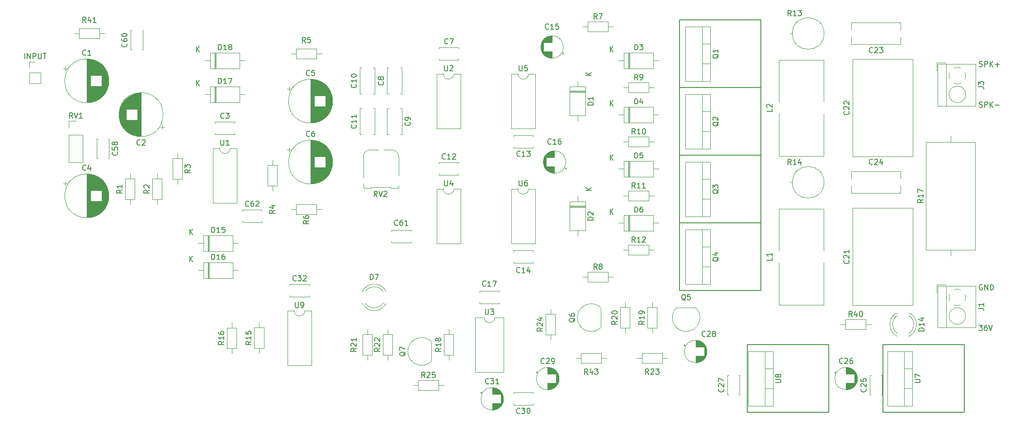
<source format=gbr>
%TF.GenerationSoftware,KiCad,Pcbnew,8.0.1*%
%TF.CreationDate,2024-06-11T22:01:04-04:00*%
%TF.ProjectId,classd-amp,636c6173-7364-42d6-916d-702e6b696361,rev?*%
%TF.SameCoordinates,Original*%
%TF.FileFunction,Legend,Top*%
%TF.FilePolarity,Positive*%
%FSLAX46Y46*%
G04 Gerber Fmt 4.6, Leading zero omitted, Abs format (unit mm)*
G04 Created by KiCad (PCBNEW 8.0.1) date 2024-06-11 22:01:04*
%MOMM*%
%LPD*%
G01*
G04 APERTURE LIST*
%ADD10C,0.150000*%
%ADD11C,0.120000*%
G04 APERTURE END LIST*
D10*
X199390000Y-19050000D02*
X214630000Y-19050000D01*
X214630000Y-31750000D01*
X199390000Y-31750000D01*
X199390000Y-19050000D01*
X199390000Y-31750000D02*
X214630000Y-31750000D01*
X214630000Y-44450000D01*
X199390000Y-44450000D01*
X199390000Y-31750000D01*
X199390000Y-57150000D02*
X214630000Y-57150000D01*
X214630000Y-69850000D01*
X199390000Y-69850000D01*
X199390000Y-57150000D01*
X199390000Y-44450000D02*
X214630000Y-44450000D01*
X214630000Y-57150000D01*
X199390000Y-57150000D01*
X199390000Y-44450000D01*
X212090000Y-80010000D02*
X227330000Y-80010000D01*
X227330000Y-92710000D01*
X212090000Y-92710000D01*
X212090000Y-80010000D01*
X237490000Y-80010000D02*
X252730000Y-80010000D01*
X252730000Y-92710000D01*
X237490000Y-92710000D01*
X237490000Y-80010000D01*
X256130588Y-68767438D02*
X256035350Y-68719819D01*
X256035350Y-68719819D02*
X255892493Y-68719819D01*
X255892493Y-68719819D02*
X255749636Y-68767438D01*
X255749636Y-68767438D02*
X255654398Y-68862676D01*
X255654398Y-68862676D02*
X255606779Y-68957914D01*
X255606779Y-68957914D02*
X255559160Y-69148390D01*
X255559160Y-69148390D02*
X255559160Y-69291247D01*
X255559160Y-69291247D02*
X255606779Y-69481723D01*
X255606779Y-69481723D02*
X255654398Y-69576961D01*
X255654398Y-69576961D02*
X255749636Y-69672200D01*
X255749636Y-69672200D02*
X255892493Y-69719819D01*
X255892493Y-69719819D02*
X255987731Y-69719819D01*
X255987731Y-69719819D02*
X256130588Y-69672200D01*
X256130588Y-69672200D02*
X256178207Y-69624580D01*
X256178207Y-69624580D02*
X256178207Y-69291247D01*
X256178207Y-69291247D02*
X255987731Y-69291247D01*
X256606779Y-69719819D02*
X256606779Y-68719819D01*
X256606779Y-68719819D02*
X257178207Y-69719819D01*
X257178207Y-69719819D02*
X257178207Y-68719819D01*
X257654398Y-69719819D02*
X257654398Y-68719819D01*
X257654398Y-68719819D02*
X257892493Y-68719819D01*
X257892493Y-68719819D02*
X258035350Y-68767438D01*
X258035350Y-68767438D02*
X258130588Y-68862676D01*
X258130588Y-68862676D02*
X258178207Y-68957914D01*
X258178207Y-68957914D02*
X258225826Y-69148390D01*
X258225826Y-69148390D02*
X258225826Y-69291247D01*
X258225826Y-69291247D02*
X258178207Y-69481723D01*
X258178207Y-69481723D02*
X258130588Y-69576961D01*
X258130588Y-69576961D02*
X258035350Y-69672200D01*
X258035350Y-69672200D02*
X257892493Y-69719819D01*
X257892493Y-69719819D02*
X257654398Y-69719819D01*
X255559160Y-35382200D02*
X255702017Y-35429819D01*
X255702017Y-35429819D02*
X255940112Y-35429819D01*
X255940112Y-35429819D02*
X256035350Y-35382200D01*
X256035350Y-35382200D02*
X256082969Y-35334580D01*
X256082969Y-35334580D02*
X256130588Y-35239342D01*
X256130588Y-35239342D02*
X256130588Y-35144104D01*
X256130588Y-35144104D02*
X256082969Y-35048866D01*
X256082969Y-35048866D02*
X256035350Y-35001247D01*
X256035350Y-35001247D02*
X255940112Y-34953628D01*
X255940112Y-34953628D02*
X255749636Y-34906009D01*
X255749636Y-34906009D02*
X255654398Y-34858390D01*
X255654398Y-34858390D02*
X255606779Y-34810771D01*
X255606779Y-34810771D02*
X255559160Y-34715533D01*
X255559160Y-34715533D02*
X255559160Y-34620295D01*
X255559160Y-34620295D02*
X255606779Y-34525057D01*
X255606779Y-34525057D02*
X255654398Y-34477438D01*
X255654398Y-34477438D02*
X255749636Y-34429819D01*
X255749636Y-34429819D02*
X255987731Y-34429819D01*
X255987731Y-34429819D02*
X256130588Y-34477438D01*
X256559160Y-35429819D02*
X256559160Y-34429819D01*
X256559160Y-34429819D02*
X256940112Y-34429819D01*
X256940112Y-34429819D02*
X257035350Y-34477438D01*
X257035350Y-34477438D02*
X257082969Y-34525057D01*
X257082969Y-34525057D02*
X257130588Y-34620295D01*
X257130588Y-34620295D02*
X257130588Y-34763152D01*
X257130588Y-34763152D02*
X257082969Y-34858390D01*
X257082969Y-34858390D02*
X257035350Y-34906009D01*
X257035350Y-34906009D02*
X256940112Y-34953628D01*
X256940112Y-34953628D02*
X256559160Y-34953628D01*
X257559160Y-35429819D02*
X257559160Y-34429819D01*
X258130588Y-35429819D02*
X257702017Y-34858390D01*
X258130588Y-34429819D02*
X257559160Y-35001247D01*
X258559160Y-35048866D02*
X259321065Y-35048866D01*
X255511541Y-76339819D02*
X256130588Y-76339819D01*
X256130588Y-76339819D02*
X255797255Y-76720771D01*
X255797255Y-76720771D02*
X255940112Y-76720771D01*
X255940112Y-76720771D02*
X256035350Y-76768390D01*
X256035350Y-76768390D02*
X256082969Y-76816009D01*
X256082969Y-76816009D02*
X256130588Y-76911247D01*
X256130588Y-76911247D02*
X256130588Y-77149342D01*
X256130588Y-77149342D02*
X256082969Y-77244580D01*
X256082969Y-77244580D02*
X256035350Y-77292200D01*
X256035350Y-77292200D02*
X255940112Y-77339819D01*
X255940112Y-77339819D02*
X255654398Y-77339819D01*
X255654398Y-77339819D02*
X255559160Y-77292200D01*
X255559160Y-77292200D02*
X255511541Y-77244580D01*
X256987731Y-76339819D02*
X256797255Y-76339819D01*
X256797255Y-76339819D02*
X256702017Y-76387438D01*
X256702017Y-76387438D02*
X256654398Y-76435057D01*
X256654398Y-76435057D02*
X256559160Y-76577914D01*
X256559160Y-76577914D02*
X256511541Y-76768390D01*
X256511541Y-76768390D02*
X256511541Y-77149342D01*
X256511541Y-77149342D02*
X256559160Y-77244580D01*
X256559160Y-77244580D02*
X256606779Y-77292200D01*
X256606779Y-77292200D02*
X256702017Y-77339819D01*
X256702017Y-77339819D02*
X256892493Y-77339819D01*
X256892493Y-77339819D02*
X256987731Y-77292200D01*
X256987731Y-77292200D02*
X257035350Y-77244580D01*
X257035350Y-77244580D02*
X257082969Y-77149342D01*
X257082969Y-77149342D02*
X257082969Y-76911247D01*
X257082969Y-76911247D02*
X257035350Y-76816009D01*
X257035350Y-76816009D02*
X256987731Y-76768390D01*
X256987731Y-76768390D02*
X256892493Y-76720771D01*
X256892493Y-76720771D02*
X256702017Y-76720771D01*
X256702017Y-76720771D02*
X256606779Y-76768390D01*
X256606779Y-76768390D02*
X256559160Y-76816009D01*
X256559160Y-76816009D02*
X256511541Y-76911247D01*
X257368684Y-76339819D02*
X257702017Y-77339819D01*
X257702017Y-77339819D02*
X258035350Y-76339819D01*
X255559160Y-27762200D02*
X255702017Y-27809819D01*
X255702017Y-27809819D02*
X255940112Y-27809819D01*
X255940112Y-27809819D02*
X256035350Y-27762200D01*
X256035350Y-27762200D02*
X256082969Y-27714580D01*
X256082969Y-27714580D02*
X256130588Y-27619342D01*
X256130588Y-27619342D02*
X256130588Y-27524104D01*
X256130588Y-27524104D02*
X256082969Y-27428866D01*
X256082969Y-27428866D02*
X256035350Y-27381247D01*
X256035350Y-27381247D02*
X255940112Y-27333628D01*
X255940112Y-27333628D02*
X255749636Y-27286009D01*
X255749636Y-27286009D02*
X255654398Y-27238390D01*
X255654398Y-27238390D02*
X255606779Y-27190771D01*
X255606779Y-27190771D02*
X255559160Y-27095533D01*
X255559160Y-27095533D02*
X255559160Y-27000295D01*
X255559160Y-27000295D02*
X255606779Y-26905057D01*
X255606779Y-26905057D02*
X255654398Y-26857438D01*
X255654398Y-26857438D02*
X255749636Y-26809819D01*
X255749636Y-26809819D02*
X255987731Y-26809819D01*
X255987731Y-26809819D02*
X256130588Y-26857438D01*
X256559160Y-27809819D02*
X256559160Y-26809819D01*
X256559160Y-26809819D02*
X256940112Y-26809819D01*
X256940112Y-26809819D02*
X257035350Y-26857438D01*
X257035350Y-26857438D02*
X257082969Y-26905057D01*
X257082969Y-26905057D02*
X257130588Y-27000295D01*
X257130588Y-27000295D02*
X257130588Y-27143152D01*
X257130588Y-27143152D02*
X257082969Y-27238390D01*
X257082969Y-27238390D02*
X257035350Y-27286009D01*
X257035350Y-27286009D02*
X256940112Y-27333628D01*
X256940112Y-27333628D02*
X256559160Y-27333628D01*
X257559160Y-27809819D02*
X257559160Y-26809819D01*
X258130588Y-27809819D02*
X257702017Y-27238390D01*
X258130588Y-26809819D02*
X257559160Y-27381247D01*
X258559160Y-27428866D02*
X259321065Y-27428866D01*
X258940112Y-27809819D02*
X258940112Y-27047914D01*
X183983333Y-65844819D02*
X183650000Y-65368628D01*
X183411905Y-65844819D02*
X183411905Y-64844819D01*
X183411905Y-64844819D02*
X183792857Y-64844819D01*
X183792857Y-64844819D02*
X183888095Y-64892438D01*
X183888095Y-64892438D02*
X183935714Y-64940057D01*
X183935714Y-64940057D02*
X183983333Y-65035295D01*
X183983333Y-65035295D02*
X183983333Y-65178152D01*
X183983333Y-65178152D02*
X183935714Y-65273390D01*
X183935714Y-65273390D02*
X183888095Y-65321009D01*
X183888095Y-65321009D02*
X183792857Y-65368628D01*
X183792857Y-65368628D02*
X183411905Y-65368628D01*
X184554762Y-65273390D02*
X184459524Y-65225771D01*
X184459524Y-65225771D02*
X184411905Y-65178152D01*
X184411905Y-65178152D02*
X184364286Y-65082914D01*
X184364286Y-65082914D02*
X184364286Y-65035295D01*
X184364286Y-65035295D02*
X184411905Y-64940057D01*
X184411905Y-64940057D02*
X184459524Y-64892438D01*
X184459524Y-64892438D02*
X184554762Y-64844819D01*
X184554762Y-64844819D02*
X184745238Y-64844819D01*
X184745238Y-64844819D02*
X184840476Y-64892438D01*
X184840476Y-64892438D02*
X184888095Y-64940057D01*
X184888095Y-64940057D02*
X184935714Y-65035295D01*
X184935714Y-65035295D02*
X184935714Y-65082914D01*
X184935714Y-65082914D02*
X184888095Y-65178152D01*
X184888095Y-65178152D02*
X184840476Y-65225771D01*
X184840476Y-65225771D02*
X184745238Y-65273390D01*
X184745238Y-65273390D02*
X184554762Y-65273390D01*
X184554762Y-65273390D02*
X184459524Y-65321009D01*
X184459524Y-65321009D02*
X184411905Y-65368628D01*
X184411905Y-65368628D02*
X184364286Y-65463866D01*
X184364286Y-65463866D02*
X184364286Y-65654342D01*
X184364286Y-65654342D02*
X184411905Y-65749580D01*
X184411905Y-65749580D02*
X184459524Y-65797200D01*
X184459524Y-65797200D02*
X184554762Y-65844819D01*
X184554762Y-65844819D02*
X184745238Y-65844819D01*
X184745238Y-65844819D02*
X184840476Y-65797200D01*
X184840476Y-65797200D02*
X184888095Y-65749580D01*
X184888095Y-65749580D02*
X184935714Y-65654342D01*
X184935714Y-65654342D02*
X184935714Y-65463866D01*
X184935714Y-65463866D02*
X184888095Y-65368628D01*
X184888095Y-65368628D02*
X184840476Y-65321009D01*
X184840476Y-65321009D02*
X184745238Y-65273390D01*
X206750057Y-50895238D02*
X206702438Y-50990476D01*
X206702438Y-50990476D02*
X206607200Y-51085714D01*
X206607200Y-51085714D02*
X206464342Y-51228571D01*
X206464342Y-51228571D02*
X206416723Y-51323809D01*
X206416723Y-51323809D02*
X206416723Y-51419047D01*
X206654819Y-51371428D02*
X206607200Y-51466666D01*
X206607200Y-51466666D02*
X206511961Y-51561904D01*
X206511961Y-51561904D02*
X206321485Y-51609523D01*
X206321485Y-51609523D02*
X205988152Y-51609523D01*
X205988152Y-51609523D02*
X205797676Y-51561904D01*
X205797676Y-51561904D02*
X205702438Y-51466666D01*
X205702438Y-51466666D02*
X205654819Y-51371428D01*
X205654819Y-51371428D02*
X205654819Y-51180952D01*
X205654819Y-51180952D02*
X205702438Y-51085714D01*
X205702438Y-51085714D02*
X205797676Y-50990476D01*
X205797676Y-50990476D02*
X205988152Y-50942857D01*
X205988152Y-50942857D02*
X206321485Y-50942857D01*
X206321485Y-50942857D02*
X206511961Y-50990476D01*
X206511961Y-50990476D02*
X206607200Y-51085714D01*
X206607200Y-51085714D02*
X206654819Y-51180952D01*
X206654819Y-51180952D02*
X206654819Y-51371428D01*
X205654819Y-50609523D02*
X205654819Y-49990476D01*
X205654819Y-49990476D02*
X206035771Y-50323809D01*
X206035771Y-50323809D02*
X206035771Y-50180952D01*
X206035771Y-50180952D02*
X206083390Y-50085714D01*
X206083390Y-50085714D02*
X206131009Y-50038095D01*
X206131009Y-50038095D02*
X206226247Y-49990476D01*
X206226247Y-49990476D02*
X206464342Y-49990476D01*
X206464342Y-49990476D02*
X206559580Y-50038095D01*
X206559580Y-50038095D02*
X206607200Y-50085714D01*
X206607200Y-50085714D02*
X206654819Y-50180952D01*
X206654819Y-50180952D02*
X206654819Y-50466666D01*
X206654819Y-50466666D02*
X206607200Y-50561904D01*
X206607200Y-50561904D02*
X206559580Y-50609523D01*
X183264819Y-56618094D02*
X182264819Y-56618094D01*
X182264819Y-56618094D02*
X182264819Y-56379999D01*
X182264819Y-56379999D02*
X182312438Y-56237142D01*
X182312438Y-56237142D02*
X182407676Y-56141904D01*
X182407676Y-56141904D02*
X182502914Y-56094285D01*
X182502914Y-56094285D02*
X182693390Y-56046666D01*
X182693390Y-56046666D02*
X182836247Y-56046666D01*
X182836247Y-56046666D02*
X183026723Y-56094285D01*
X183026723Y-56094285D02*
X183121961Y-56141904D01*
X183121961Y-56141904D02*
X183217200Y-56237142D01*
X183217200Y-56237142D02*
X183264819Y-56379999D01*
X183264819Y-56379999D02*
X183264819Y-56618094D01*
X182360057Y-55665713D02*
X182312438Y-55618094D01*
X182312438Y-55618094D02*
X182264819Y-55522856D01*
X182264819Y-55522856D02*
X182264819Y-55284761D01*
X182264819Y-55284761D02*
X182312438Y-55189523D01*
X182312438Y-55189523D02*
X182360057Y-55141904D01*
X182360057Y-55141904D02*
X182455295Y-55094285D01*
X182455295Y-55094285D02*
X182550533Y-55094285D01*
X182550533Y-55094285D02*
X182693390Y-55141904D01*
X182693390Y-55141904D02*
X183264819Y-55713332D01*
X183264819Y-55713332D02*
X183264819Y-55094285D01*
X182894819Y-51061904D02*
X181894819Y-51061904D01*
X182894819Y-50490476D02*
X182323390Y-50919047D01*
X181894819Y-50490476D02*
X182466247Y-51061904D01*
X235577142Y-25099580D02*
X235529523Y-25147200D01*
X235529523Y-25147200D02*
X235386666Y-25194819D01*
X235386666Y-25194819D02*
X235291428Y-25194819D01*
X235291428Y-25194819D02*
X235148571Y-25147200D01*
X235148571Y-25147200D02*
X235053333Y-25051961D01*
X235053333Y-25051961D02*
X235005714Y-24956723D01*
X235005714Y-24956723D02*
X234958095Y-24766247D01*
X234958095Y-24766247D02*
X234958095Y-24623390D01*
X234958095Y-24623390D02*
X235005714Y-24432914D01*
X235005714Y-24432914D02*
X235053333Y-24337676D01*
X235053333Y-24337676D02*
X235148571Y-24242438D01*
X235148571Y-24242438D02*
X235291428Y-24194819D01*
X235291428Y-24194819D02*
X235386666Y-24194819D01*
X235386666Y-24194819D02*
X235529523Y-24242438D01*
X235529523Y-24242438D02*
X235577142Y-24290057D01*
X235958095Y-24290057D02*
X236005714Y-24242438D01*
X236005714Y-24242438D02*
X236100952Y-24194819D01*
X236100952Y-24194819D02*
X236339047Y-24194819D01*
X236339047Y-24194819D02*
X236434285Y-24242438D01*
X236434285Y-24242438D02*
X236481904Y-24290057D01*
X236481904Y-24290057D02*
X236529523Y-24385295D01*
X236529523Y-24385295D02*
X236529523Y-24480533D01*
X236529523Y-24480533D02*
X236481904Y-24623390D01*
X236481904Y-24623390D02*
X235910476Y-25194819D01*
X235910476Y-25194819D02*
X236529523Y-25194819D01*
X236862857Y-24194819D02*
X237481904Y-24194819D01*
X237481904Y-24194819D02*
X237148571Y-24575771D01*
X237148571Y-24575771D02*
X237291428Y-24575771D01*
X237291428Y-24575771D02*
X237386666Y-24623390D01*
X237386666Y-24623390D02*
X237434285Y-24671009D01*
X237434285Y-24671009D02*
X237481904Y-24766247D01*
X237481904Y-24766247D02*
X237481904Y-25004342D01*
X237481904Y-25004342D02*
X237434285Y-25099580D01*
X237434285Y-25099580D02*
X237386666Y-25147200D01*
X237386666Y-25147200D02*
X237291428Y-25194819D01*
X237291428Y-25194819D02*
X237005714Y-25194819D01*
X237005714Y-25194819D02*
X236910476Y-25147200D01*
X236910476Y-25147200D02*
X236862857Y-25099580D01*
X216744819Y-63666666D02*
X216744819Y-64142856D01*
X216744819Y-64142856D02*
X215744819Y-64142856D01*
X216744819Y-62809523D02*
X216744819Y-63380951D01*
X216744819Y-63095237D02*
X215744819Y-63095237D01*
X215744819Y-63095237D02*
X215887676Y-63190475D01*
X215887676Y-63190475D02*
X215982914Y-63285713D01*
X215982914Y-63285713D02*
X216030533Y-63380951D01*
X191127142Y-50604819D02*
X190793809Y-50128628D01*
X190555714Y-50604819D02*
X190555714Y-49604819D01*
X190555714Y-49604819D02*
X190936666Y-49604819D01*
X190936666Y-49604819D02*
X191031904Y-49652438D01*
X191031904Y-49652438D02*
X191079523Y-49700057D01*
X191079523Y-49700057D02*
X191127142Y-49795295D01*
X191127142Y-49795295D02*
X191127142Y-49938152D01*
X191127142Y-49938152D02*
X191079523Y-50033390D01*
X191079523Y-50033390D02*
X191031904Y-50081009D01*
X191031904Y-50081009D02*
X190936666Y-50128628D01*
X190936666Y-50128628D02*
X190555714Y-50128628D01*
X192079523Y-50604819D02*
X191508095Y-50604819D01*
X191793809Y-50604819D02*
X191793809Y-49604819D01*
X191793809Y-49604819D02*
X191698571Y-49747676D01*
X191698571Y-49747676D02*
X191603333Y-49842914D01*
X191603333Y-49842914D02*
X191508095Y-49890533D01*
X193031904Y-50604819D02*
X192460476Y-50604819D01*
X192746190Y-50604819D02*
X192746190Y-49604819D01*
X192746190Y-49604819D02*
X192650952Y-49747676D01*
X192650952Y-49747676D02*
X192555714Y-49842914D01*
X192555714Y-49842914D02*
X192460476Y-49890533D01*
X113085714Y-31004819D02*
X113085714Y-30004819D01*
X113085714Y-30004819D02*
X113323809Y-30004819D01*
X113323809Y-30004819D02*
X113466666Y-30052438D01*
X113466666Y-30052438D02*
X113561904Y-30147676D01*
X113561904Y-30147676D02*
X113609523Y-30242914D01*
X113609523Y-30242914D02*
X113657142Y-30433390D01*
X113657142Y-30433390D02*
X113657142Y-30576247D01*
X113657142Y-30576247D02*
X113609523Y-30766723D01*
X113609523Y-30766723D02*
X113561904Y-30861961D01*
X113561904Y-30861961D02*
X113466666Y-30957200D01*
X113466666Y-30957200D02*
X113323809Y-31004819D01*
X113323809Y-31004819D02*
X113085714Y-31004819D01*
X114609523Y-31004819D02*
X114038095Y-31004819D01*
X114323809Y-31004819D02*
X114323809Y-30004819D01*
X114323809Y-30004819D02*
X114228571Y-30147676D01*
X114228571Y-30147676D02*
X114133333Y-30242914D01*
X114133333Y-30242914D02*
X114038095Y-30290533D01*
X114942857Y-30004819D02*
X115609523Y-30004819D01*
X115609523Y-30004819D02*
X115180952Y-31004819D01*
X108958095Y-31374819D02*
X108958095Y-30374819D01*
X109529523Y-31374819D02*
X109100952Y-30803390D01*
X109529523Y-30374819D02*
X108958095Y-30946247D01*
X76811429Y-26334819D02*
X76811429Y-25334819D01*
X77287619Y-26334819D02*
X77287619Y-25334819D01*
X77287619Y-25334819D02*
X77859047Y-26334819D01*
X77859047Y-26334819D02*
X77859047Y-25334819D01*
X78335238Y-26334819D02*
X78335238Y-25334819D01*
X78335238Y-25334819D02*
X78716190Y-25334819D01*
X78716190Y-25334819D02*
X78811428Y-25382438D01*
X78811428Y-25382438D02*
X78859047Y-25430057D01*
X78859047Y-25430057D02*
X78906666Y-25525295D01*
X78906666Y-25525295D02*
X78906666Y-25668152D01*
X78906666Y-25668152D02*
X78859047Y-25763390D01*
X78859047Y-25763390D02*
X78811428Y-25811009D01*
X78811428Y-25811009D02*
X78716190Y-25858628D01*
X78716190Y-25858628D02*
X78335238Y-25858628D01*
X79335238Y-25334819D02*
X79335238Y-26144342D01*
X79335238Y-26144342D02*
X79382857Y-26239580D01*
X79382857Y-26239580D02*
X79430476Y-26287200D01*
X79430476Y-26287200D02*
X79525714Y-26334819D01*
X79525714Y-26334819D02*
X79716190Y-26334819D01*
X79716190Y-26334819D02*
X79811428Y-26287200D01*
X79811428Y-26287200D02*
X79859047Y-26239580D01*
X79859047Y-26239580D02*
X79906666Y-26144342D01*
X79906666Y-26144342D02*
X79906666Y-25334819D01*
X80240000Y-25334819D02*
X80811428Y-25334819D01*
X80525714Y-26334819D02*
X80525714Y-25334819D01*
X206750057Y-63595238D02*
X206702438Y-63690476D01*
X206702438Y-63690476D02*
X206607200Y-63785714D01*
X206607200Y-63785714D02*
X206464342Y-63928571D01*
X206464342Y-63928571D02*
X206416723Y-64023809D01*
X206416723Y-64023809D02*
X206416723Y-64119047D01*
X206654819Y-64071428D02*
X206607200Y-64166666D01*
X206607200Y-64166666D02*
X206511961Y-64261904D01*
X206511961Y-64261904D02*
X206321485Y-64309523D01*
X206321485Y-64309523D02*
X205988152Y-64309523D01*
X205988152Y-64309523D02*
X205797676Y-64261904D01*
X205797676Y-64261904D02*
X205702438Y-64166666D01*
X205702438Y-64166666D02*
X205654819Y-64071428D01*
X205654819Y-64071428D02*
X205654819Y-63880952D01*
X205654819Y-63880952D02*
X205702438Y-63785714D01*
X205702438Y-63785714D02*
X205797676Y-63690476D01*
X205797676Y-63690476D02*
X205988152Y-63642857D01*
X205988152Y-63642857D02*
X206321485Y-63642857D01*
X206321485Y-63642857D02*
X206511961Y-63690476D01*
X206511961Y-63690476D02*
X206607200Y-63785714D01*
X206607200Y-63785714D02*
X206654819Y-63880952D01*
X206654819Y-63880952D02*
X206654819Y-64071428D01*
X205988152Y-62785714D02*
X206654819Y-62785714D01*
X205607200Y-63023809D02*
X206321485Y-63261904D01*
X206321485Y-63261904D02*
X206321485Y-62642857D01*
X191127142Y-60764819D02*
X190793809Y-60288628D01*
X190555714Y-60764819D02*
X190555714Y-59764819D01*
X190555714Y-59764819D02*
X190936666Y-59764819D01*
X190936666Y-59764819D02*
X191031904Y-59812438D01*
X191031904Y-59812438D02*
X191079523Y-59860057D01*
X191079523Y-59860057D02*
X191127142Y-59955295D01*
X191127142Y-59955295D02*
X191127142Y-60098152D01*
X191127142Y-60098152D02*
X191079523Y-60193390D01*
X191079523Y-60193390D02*
X191031904Y-60241009D01*
X191031904Y-60241009D02*
X190936666Y-60288628D01*
X190936666Y-60288628D02*
X190555714Y-60288628D01*
X192079523Y-60764819D02*
X191508095Y-60764819D01*
X191793809Y-60764819D02*
X191793809Y-59764819D01*
X191793809Y-59764819D02*
X191698571Y-59907676D01*
X191698571Y-59907676D02*
X191603333Y-60002914D01*
X191603333Y-60002914D02*
X191508095Y-60050533D01*
X192460476Y-59860057D02*
X192508095Y-59812438D01*
X192508095Y-59812438D02*
X192603333Y-59764819D01*
X192603333Y-59764819D02*
X192841428Y-59764819D01*
X192841428Y-59764819D02*
X192936666Y-59812438D01*
X192936666Y-59812438D02*
X192984285Y-59860057D01*
X192984285Y-59860057D02*
X193031904Y-59955295D01*
X193031904Y-59955295D02*
X193031904Y-60050533D01*
X193031904Y-60050533D02*
X192984285Y-60193390D01*
X192984285Y-60193390D02*
X192412857Y-60764819D01*
X192412857Y-60764819D02*
X193031904Y-60764819D01*
X113523095Y-41584819D02*
X113523095Y-42394342D01*
X113523095Y-42394342D02*
X113570714Y-42489580D01*
X113570714Y-42489580D02*
X113618333Y-42537200D01*
X113618333Y-42537200D02*
X113713571Y-42584819D01*
X113713571Y-42584819D02*
X113904047Y-42584819D01*
X113904047Y-42584819D02*
X113999285Y-42537200D01*
X113999285Y-42537200D02*
X114046904Y-42489580D01*
X114046904Y-42489580D02*
X114094523Y-42394342D01*
X114094523Y-42394342D02*
X114094523Y-41584819D01*
X115094523Y-42584819D02*
X114523095Y-42584819D01*
X114808809Y-42584819D02*
X114808809Y-41584819D01*
X114808809Y-41584819D02*
X114713571Y-41727676D01*
X114713571Y-41727676D02*
X114618333Y-41822914D01*
X114618333Y-41822914D02*
X114523095Y-41870533D01*
X138884819Y-80652857D02*
X138408628Y-80986190D01*
X138884819Y-81224285D02*
X137884819Y-81224285D01*
X137884819Y-81224285D02*
X137884819Y-80843333D01*
X137884819Y-80843333D02*
X137932438Y-80748095D01*
X137932438Y-80748095D02*
X137980057Y-80700476D01*
X137980057Y-80700476D02*
X138075295Y-80652857D01*
X138075295Y-80652857D02*
X138218152Y-80652857D01*
X138218152Y-80652857D02*
X138313390Y-80700476D01*
X138313390Y-80700476D02*
X138361009Y-80748095D01*
X138361009Y-80748095D02*
X138408628Y-80843333D01*
X138408628Y-80843333D02*
X138408628Y-81224285D01*
X137980057Y-80271904D02*
X137932438Y-80224285D01*
X137932438Y-80224285D02*
X137884819Y-80129047D01*
X137884819Y-80129047D02*
X137884819Y-79890952D01*
X137884819Y-79890952D02*
X137932438Y-79795714D01*
X137932438Y-79795714D02*
X137980057Y-79748095D01*
X137980057Y-79748095D02*
X138075295Y-79700476D01*
X138075295Y-79700476D02*
X138170533Y-79700476D01*
X138170533Y-79700476D02*
X138313390Y-79748095D01*
X138313390Y-79748095D02*
X138884819Y-80319523D01*
X138884819Y-80319523D02*
X138884819Y-79700476D01*
X138884819Y-78748095D02*
X138884819Y-79319523D01*
X138884819Y-79033809D02*
X137884819Y-79033809D01*
X137884819Y-79033809D02*
X138027676Y-79129047D01*
X138027676Y-79129047D02*
X138122914Y-79224285D01*
X138122914Y-79224285D02*
X138170533Y-79319523D01*
X111815714Y-58944819D02*
X111815714Y-57944819D01*
X111815714Y-57944819D02*
X112053809Y-57944819D01*
X112053809Y-57944819D02*
X112196666Y-57992438D01*
X112196666Y-57992438D02*
X112291904Y-58087676D01*
X112291904Y-58087676D02*
X112339523Y-58182914D01*
X112339523Y-58182914D02*
X112387142Y-58373390D01*
X112387142Y-58373390D02*
X112387142Y-58516247D01*
X112387142Y-58516247D02*
X112339523Y-58706723D01*
X112339523Y-58706723D02*
X112291904Y-58801961D01*
X112291904Y-58801961D02*
X112196666Y-58897200D01*
X112196666Y-58897200D02*
X112053809Y-58944819D01*
X112053809Y-58944819D02*
X111815714Y-58944819D01*
X113339523Y-58944819D02*
X112768095Y-58944819D01*
X113053809Y-58944819D02*
X113053809Y-57944819D01*
X113053809Y-57944819D02*
X112958571Y-58087676D01*
X112958571Y-58087676D02*
X112863333Y-58182914D01*
X112863333Y-58182914D02*
X112768095Y-58230533D01*
X114244285Y-57944819D02*
X113768095Y-57944819D01*
X113768095Y-57944819D02*
X113720476Y-58421009D01*
X113720476Y-58421009D02*
X113768095Y-58373390D01*
X113768095Y-58373390D02*
X113863333Y-58325771D01*
X113863333Y-58325771D02*
X114101428Y-58325771D01*
X114101428Y-58325771D02*
X114196666Y-58373390D01*
X114196666Y-58373390D02*
X114244285Y-58421009D01*
X114244285Y-58421009D02*
X114291904Y-58516247D01*
X114291904Y-58516247D02*
X114291904Y-58754342D01*
X114291904Y-58754342D02*
X114244285Y-58849580D01*
X114244285Y-58849580D02*
X114196666Y-58897200D01*
X114196666Y-58897200D02*
X114101428Y-58944819D01*
X114101428Y-58944819D02*
X113863333Y-58944819D01*
X113863333Y-58944819D02*
X113768095Y-58897200D01*
X113768095Y-58897200D02*
X113720476Y-58849580D01*
X107688095Y-59314819D02*
X107688095Y-58314819D01*
X108259523Y-59314819D02*
X107830952Y-58743390D01*
X108259523Y-58314819D02*
X107688095Y-58886247D01*
X114113333Y-37429580D02*
X114065714Y-37477200D01*
X114065714Y-37477200D02*
X113922857Y-37524819D01*
X113922857Y-37524819D02*
X113827619Y-37524819D01*
X113827619Y-37524819D02*
X113684762Y-37477200D01*
X113684762Y-37477200D02*
X113589524Y-37381961D01*
X113589524Y-37381961D02*
X113541905Y-37286723D01*
X113541905Y-37286723D02*
X113494286Y-37096247D01*
X113494286Y-37096247D02*
X113494286Y-36953390D01*
X113494286Y-36953390D02*
X113541905Y-36762914D01*
X113541905Y-36762914D02*
X113589524Y-36667676D01*
X113589524Y-36667676D02*
X113684762Y-36572438D01*
X113684762Y-36572438D02*
X113827619Y-36524819D01*
X113827619Y-36524819D02*
X113922857Y-36524819D01*
X113922857Y-36524819D02*
X114065714Y-36572438D01*
X114065714Y-36572438D02*
X114113333Y-36620057D01*
X114446667Y-36524819D02*
X115065714Y-36524819D01*
X115065714Y-36524819D02*
X114732381Y-36905771D01*
X114732381Y-36905771D02*
X114875238Y-36905771D01*
X114875238Y-36905771D02*
X114970476Y-36953390D01*
X114970476Y-36953390D02*
X115018095Y-37001009D01*
X115018095Y-37001009D02*
X115065714Y-37096247D01*
X115065714Y-37096247D02*
X115065714Y-37334342D01*
X115065714Y-37334342D02*
X115018095Y-37429580D01*
X115018095Y-37429580D02*
X114970476Y-37477200D01*
X114970476Y-37477200D02*
X114875238Y-37524819D01*
X114875238Y-37524819D02*
X114589524Y-37524819D01*
X114589524Y-37524819D02*
X114494286Y-37477200D01*
X114494286Y-37477200D02*
X114446667Y-37429580D01*
X169537142Y-66399580D02*
X169489523Y-66447200D01*
X169489523Y-66447200D02*
X169346666Y-66494819D01*
X169346666Y-66494819D02*
X169251428Y-66494819D01*
X169251428Y-66494819D02*
X169108571Y-66447200D01*
X169108571Y-66447200D02*
X169013333Y-66351961D01*
X169013333Y-66351961D02*
X168965714Y-66256723D01*
X168965714Y-66256723D02*
X168918095Y-66066247D01*
X168918095Y-66066247D02*
X168918095Y-65923390D01*
X168918095Y-65923390D02*
X168965714Y-65732914D01*
X168965714Y-65732914D02*
X169013333Y-65637676D01*
X169013333Y-65637676D02*
X169108571Y-65542438D01*
X169108571Y-65542438D02*
X169251428Y-65494819D01*
X169251428Y-65494819D02*
X169346666Y-65494819D01*
X169346666Y-65494819D02*
X169489523Y-65542438D01*
X169489523Y-65542438D02*
X169537142Y-65590057D01*
X170489523Y-66494819D02*
X169918095Y-66494819D01*
X170203809Y-66494819D02*
X170203809Y-65494819D01*
X170203809Y-65494819D02*
X170108571Y-65637676D01*
X170108571Y-65637676D02*
X170013333Y-65732914D01*
X170013333Y-65732914D02*
X169918095Y-65780533D01*
X171346666Y-65828152D02*
X171346666Y-66494819D01*
X171108571Y-65447200D02*
X170870476Y-66161485D01*
X170870476Y-66161485D02*
X171489523Y-66161485D01*
X191603333Y-30284819D02*
X191270000Y-29808628D01*
X191031905Y-30284819D02*
X191031905Y-29284819D01*
X191031905Y-29284819D02*
X191412857Y-29284819D01*
X191412857Y-29284819D02*
X191508095Y-29332438D01*
X191508095Y-29332438D02*
X191555714Y-29380057D01*
X191555714Y-29380057D02*
X191603333Y-29475295D01*
X191603333Y-29475295D02*
X191603333Y-29618152D01*
X191603333Y-29618152D02*
X191555714Y-29713390D01*
X191555714Y-29713390D02*
X191508095Y-29761009D01*
X191508095Y-29761009D02*
X191412857Y-29808628D01*
X191412857Y-29808628D02*
X191031905Y-29808628D01*
X192079524Y-30284819D02*
X192270000Y-30284819D01*
X192270000Y-30284819D02*
X192365238Y-30237200D01*
X192365238Y-30237200D02*
X192412857Y-30189580D01*
X192412857Y-30189580D02*
X192508095Y-30046723D01*
X192508095Y-30046723D02*
X192555714Y-29856247D01*
X192555714Y-29856247D02*
X192555714Y-29475295D01*
X192555714Y-29475295D02*
X192508095Y-29380057D01*
X192508095Y-29380057D02*
X192460476Y-29332438D01*
X192460476Y-29332438D02*
X192365238Y-29284819D01*
X192365238Y-29284819D02*
X192174762Y-29284819D01*
X192174762Y-29284819D02*
X192079524Y-29332438D01*
X192079524Y-29332438D02*
X192031905Y-29380057D01*
X192031905Y-29380057D02*
X191984286Y-29475295D01*
X191984286Y-29475295D02*
X191984286Y-29713390D01*
X191984286Y-29713390D02*
X192031905Y-29808628D01*
X192031905Y-29808628D02*
X192079524Y-29856247D01*
X192079524Y-29856247D02*
X192174762Y-29903866D01*
X192174762Y-29903866D02*
X192365238Y-29903866D01*
X192365238Y-29903866D02*
X192460476Y-29856247D01*
X192460476Y-29856247D02*
X192508095Y-29808628D01*
X192508095Y-29808628D02*
X192555714Y-29713390D01*
X151757142Y-86164819D02*
X151423809Y-85688628D01*
X151185714Y-86164819D02*
X151185714Y-85164819D01*
X151185714Y-85164819D02*
X151566666Y-85164819D01*
X151566666Y-85164819D02*
X151661904Y-85212438D01*
X151661904Y-85212438D02*
X151709523Y-85260057D01*
X151709523Y-85260057D02*
X151757142Y-85355295D01*
X151757142Y-85355295D02*
X151757142Y-85498152D01*
X151757142Y-85498152D02*
X151709523Y-85593390D01*
X151709523Y-85593390D02*
X151661904Y-85641009D01*
X151661904Y-85641009D02*
X151566666Y-85688628D01*
X151566666Y-85688628D02*
X151185714Y-85688628D01*
X152138095Y-85260057D02*
X152185714Y-85212438D01*
X152185714Y-85212438D02*
X152280952Y-85164819D01*
X152280952Y-85164819D02*
X152519047Y-85164819D01*
X152519047Y-85164819D02*
X152614285Y-85212438D01*
X152614285Y-85212438D02*
X152661904Y-85260057D01*
X152661904Y-85260057D02*
X152709523Y-85355295D01*
X152709523Y-85355295D02*
X152709523Y-85450533D01*
X152709523Y-85450533D02*
X152661904Y-85593390D01*
X152661904Y-85593390D02*
X152090476Y-86164819D01*
X152090476Y-86164819D02*
X152709523Y-86164819D01*
X153614285Y-85164819D02*
X153138095Y-85164819D01*
X153138095Y-85164819D02*
X153090476Y-85641009D01*
X153090476Y-85641009D02*
X153138095Y-85593390D01*
X153138095Y-85593390D02*
X153233333Y-85545771D01*
X153233333Y-85545771D02*
X153471428Y-85545771D01*
X153471428Y-85545771D02*
X153566666Y-85593390D01*
X153566666Y-85593390D02*
X153614285Y-85641009D01*
X153614285Y-85641009D02*
X153661904Y-85736247D01*
X153661904Y-85736247D02*
X153661904Y-85974342D01*
X153661904Y-85974342D02*
X153614285Y-86069580D01*
X153614285Y-86069580D02*
X153566666Y-86117200D01*
X153566666Y-86117200D02*
X153471428Y-86164819D01*
X153471428Y-86164819D02*
X153233333Y-86164819D01*
X153233333Y-86164819D02*
X153138095Y-86117200D01*
X153138095Y-86117200D02*
X153090476Y-86069580D01*
X119199819Y-79382857D02*
X118723628Y-79716190D01*
X119199819Y-79954285D02*
X118199819Y-79954285D01*
X118199819Y-79954285D02*
X118199819Y-79573333D01*
X118199819Y-79573333D02*
X118247438Y-79478095D01*
X118247438Y-79478095D02*
X118295057Y-79430476D01*
X118295057Y-79430476D02*
X118390295Y-79382857D01*
X118390295Y-79382857D02*
X118533152Y-79382857D01*
X118533152Y-79382857D02*
X118628390Y-79430476D01*
X118628390Y-79430476D02*
X118676009Y-79478095D01*
X118676009Y-79478095D02*
X118723628Y-79573333D01*
X118723628Y-79573333D02*
X118723628Y-79954285D01*
X119199819Y-78430476D02*
X119199819Y-79001904D01*
X119199819Y-78716190D02*
X118199819Y-78716190D01*
X118199819Y-78716190D02*
X118342676Y-78811428D01*
X118342676Y-78811428D02*
X118437914Y-78906666D01*
X118437914Y-78906666D02*
X118485533Y-79001904D01*
X118199819Y-77525714D02*
X118199819Y-78001904D01*
X118199819Y-78001904D02*
X118676009Y-78049523D01*
X118676009Y-78049523D02*
X118628390Y-78001904D01*
X118628390Y-78001904D02*
X118580771Y-77906666D01*
X118580771Y-77906666D02*
X118580771Y-77668571D01*
X118580771Y-77668571D02*
X118628390Y-77573333D01*
X118628390Y-77573333D02*
X118676009Y-77525714D01*
X118676009Y-77525714D02*
X118771247Y-77478095D01*
X118771247Y-77478095D02*
X119009342Y-77478095D01*
X119009342Y-77478095D02*
X119104580Y-77525714D01*
X119104580Y-77525714D02*
X119152200Y-77573333D01*
X119152200Y-77573333D02*
X119199819Y-77668571D01*
X119199819Y-77668571D02*
X119199819Y-77906666D01*
X119199819Y-77906666D02*
X119152200Y-78001904D01*
X119152200Y-78001904D02*
X119104580Y-78049523D01*
X169517142Y-92829580D02*
X169469523Y-92877200D01*
X169469523Y-92877200D02*
X169326666Y-92924819D01*
X169326666Y-92924819D02*
X169231428Y-92924819D01*
X169231428Y-92924819D02*
X169088571Y-92877200D01*
X169088571Y-92877200D02*
X168993333Y-92781961D01*
X168993333Y-92781961D02*
X168945714Y-92686723D01*
X168945714Y-92686723D02*
X168898095Y-92496247D01*
X168898095Y-92496247D02*
X168898095Y-92353390D01*
X168898095Y-92353390D02*
X168945714Y-92162914D01*
X168945714Y-92162914D02*
X168993333Y-92067676D01*
X168993333Y-92067676D02*
X169088571Y-91972438D01*
X169088571Y-91972438D02*
X169231428Y-91924819D01*
X169231428Y-91924819D02*
X169326666Y-91924819D01*
X169326666Y-91924819D02*
X169469523Y-91972438D01*
X169469523Y-91972438D02*
X169517142Y-92020057D01*
X169850476Y-91924819D02*
X170469523Y-91924819D01*
X170469523Y-91924819D02*
X170136190Y-92305771D01*
X170136190Y-92305771D02*
X170279047Y-92305771D01*
X170279047Y-92305771D02*
X170374285Y-92353390D01*
X170374285Y-92353390D02*
X170421904Y-92401009D01*
X170421904Y-92401009D02*
X170469523Y-92496247D01*
X170469523Y-92496247D02*
X170469523Y-92734342D01*
X170469523Y-92734342D02*
X170421904Y-92829580D01*
X170421904Y-92829580D02*
X170374285Y-92877200D01*
X170374285Y-92877200D02*
X170279047Y-92924819D01*
X170279047Y-92924819D02*
X169993333Y-92924819D01*
X169993333Y-92924819D02*
X169898095Y-92877200D01*
X169898095Y-92877200D02*
X169850476Y-92829580D01*
X171088571Y-91924819D02*
X171183809Y-91924819D01*
X171183809Y-91924819D02*
X171279047Y-91972438D01*
X171279047Y-91972438D02*
X171326666Y-92020057D01*
X171326666Y-92020057D02*
X171374285Y-92115295D01*
X171374285Y-92115295D02*
X171421904Y-92305771D01*
X171421904Y-92305771D02*
X171421904Y-92543866D01*
X171421904Y-92543866D02*
X171374285Y-92734342D01*
X171374285Y-92734342D02*
X171326666Y-92829580D01*
X171326666Y-92829580D02*
X171279047Y-92877200D01*
X171279047Y-92877200D02*
X171183809Y-92924819D01*
X171183809Y-92924819D02*
X171088571Y-92924819D01*
X171088571Y-92924819D02*
X170993333Y-92877200D01*
X170993333Y-92877200D02*
X170945714Y-92829580D01*
X170945714Y-92829580D02*
X170898095Y-92734342D01*
X170898095Y-92734342D02*
X170850476Y-92543866D01*
X170850476Y-92543866D02*
X170850476Y-92305771D01*
X170850476Y-92305771D02*
X170898095Y-92115295D01*
X170898095Y-92115295D02*
X170945714Y-92020057D01*
X170945714Y-92020057D02*
X170993333Y-91972438D01*
X170993333Y-91972438D02*
X171088571Y-91924819D01*
X141501905Y-67764819D02*
X141501905Y-66764819D01*
X141501905Y-66764819D02*
X141740000Y-66764819D01*
X141740000Y-66764819D02*
X141882857Y-66812438D01*
X141882857Y-66812438D02*
X141978095Y-66907676D01*
X141978095Y-66907676D02*
X142025714Y-67002914D01*
X142025714Y-67002914D02*
X142073333Y-67193390D01*
X142073333Y-67193390D02*
X142073333Y-67336247D01*
X142073333Y-67336247D02*
X142025714Y-67526723D01*
X142025714Y-67526723D02*
X141978095Y-67621961D01*
X141978095Y-67621961D02*
X141882857Y-67717200D01*
X141882857Y-67717200D02*
X141740000Y-67764819D01*
X141740000Y-67764819D02*
X141501905Y-67764819D01*
X142406667Y-66764819D02*
X143073333Y-66764819D01*
X143073333Y-66764819D02*
X142644762Y-67764819D01*
X220337142Y-18234819D02*
X220003809Y-17758628D01*
X219765714Y-18234819D02*
X219765714Y-17234819D01*
X219765714Y-17234819D02*
X220146666Y-17234819D01*
X220146666Y-17234819D02*
X220241904Y-17282438D01*
X220241904Y-17282438D02*
X220289523Y-17330057D01*
X220289523Y-17330057D02*
X220337142Y-17425295D01*
X220337142Y-17425295D02*
X220337142Y-17568152D01*
X220337142Y-17568152D02*
X220289523Y-17663390D01*
X220289523Y-17663390D02*
X220241904Y-17711009D01*
X220241904Y-17711009D02*
X220146666Y-17758628D01*
X220146666Y-17758628D02*
X219765714Y-17758628D01*
X221289523Y-18234819D02*
X220718095Y-18234819D01*
X221003809Y-18234819D02*
X221003809Y-17234819D01*
X221003809Y-17234819D02*
X220908571Y-17377676D01*
X220908571Y-17377676D02*
X220813333Y-17472914D01*
X220813333Y-17472914D02*
X220718095Y-17520533D01*
X221622857Y-17234819D02*
X222241904Y-17234819D01*
X222241904Y-17234819D02*
X221908571Y-17615771D01*
X221908571Y-17615771D02*
X222051428Y-17615771D01*
X222051428Y-17615771D02*
X222146666Y-17663390D01*
X222146666Y-17663390D02*
X222194285Y-17711009D01*
X222194285Y-17711009D02*
X222241904Y-17806247D01*
X222241904Y-17806247D02*
X222241904Y-18044342D01*
X222241904Y-18044342D02*
X222194285Y-18139580D01*
X222194285Y-18139580D02*
X222146666Y-18187200D01*
X222146666Y-18187200D02*
X222051428Y-18234819D01*
X222051428Y-18234819D02*
X221765714Y-18234819D01*
X221765714Y-18234819D02*
X221670476Y-18187200D01*
X221670476Y-18187200D02*
X221622857Y-18139580D01*
X183264819Y-35028094D02*
X182264819Y-35028094D01*
X182264819Y-35028094D02*
X182264819Y-34789999D01*
X182264819Y-34789999D02*
X182312438Y-34647142D01*
X182312438Y-34647142D02*
X182407676Y-34551904D01*
X182407676Y-34551904D02*
X182502914Y-34504285D01*
X182502914Y-34504285D02*
X182693390Y-34456666D01*
X182693390Y-34456666D02*
X182836247Y-34456666D01*
X182836247Y-34456666D02*
X183026723Y-34504285D01*
X183026723Y-34504285D02*
X183121961Y-34551904D01*
X183121961Y-34551904D02*
X183217200Y-34647142D01*
X183217200Y-34647142D02*
X183264819Y-34789999D01*
X183264819Y-34789999D02*
X183264819Y-35028094D01*
X183264819Y-33504285D02*
X183264819Y-34075713D01*
X183264819Y-33789999D02*
X182264819Y-33789999D01*
X182264819Y-33789999D02*
X182407676Y-33885237D01*
X182407676Y-33885237D02*
X182502914Y-33980475D01*
X182502914Y-33980475D02*
X182550533Y-34075713D01*
X182894819Y-29471904D02*
X181894819Y-29471904D01*
X182894819Y-28900476D02*
X182323390Y-29329047D01*
X181894819Y-28900476D02*
X182466247Y-29471904D01*
X206750057Y-38195238D02*
X206702438Y-38290476D01*
X206702438Y-38290476D02*
X206607200Y-38385714D01*
X206607200Y-38385714D02*
X206464342Y-38528571D01*
X206464342Y-38528571D02*
X206416723Y-38623809D01*
X206416723Y-38623809D02*
X206416723Y-38719047D01*
X206654819Y-38671428D02*
X206607200Y-38766666D01*
X206607200Y-38766666D02*
X206511961Y-38861904D01*
X206511961Y-38861904D02*
X206321485Y-38909523D01*
X206321485Y-38909523D02*
X205988152Y-38909523D01*
X205988152Y-38909523D02*
X205797676Y-38861904D01*
X205797676Y-38861904D02*
X205702438Y-38766666D01*
X205702438Y-38766666D02*
X205654819Y-38671428D01*
X205654819Y-38671428D02*
X205654819Y-38480952D01*
X205654819Y-38480952D02*
X205702438Y-38385714D01*
X205702438Y-38385714D02*
X205797676Y-38290476D01*
X205797676Y-38290476D02*
X205988152Y-38242857D01*
X205988152Y-38242857D02*
X206321485Y-38242857D01*
X206321485Y-38242857D02*
X206511961Y-38290476D01*
X206511961Y-38290476D02*
X206607200Y-38385714D01*
X206607200Y-38385714D02*
X206654819Y-38480952D01*
X206654819Y-38480952D02*
X206654819Y-38671428D01*
X205750057Y-37861904D02*
X205702438Y-37814285D01*
X205702438Y-37814285D02*
X205654819Y-37719047D01*
X205654819Y-37719047D02*
X205654819Y-37480952D01*
X205654819Y-37480952D02*
X205702438Y-37385714D01*
X205702438Y-37385714D02*
X205750057Y-37338095D01*
X205750057Y-37338095D02*
X205845295Y-37290476D01*
X205845295Y-37290476D02*
X205940533Y-37290476D01*
X205940533Y-37290476D02*
X206083390Y-37338095D01*
X206083390Y-37338095D02*
X206654819Y-37909523D01*
X206654819Y-37909523D02*
X206654819Y-37290476D01*
X138829580Y-31122857D02*
X138877200Y-31170476D01*
X138877200Y-31170476D02*
X138924819Y-31313333D01*
X138924819Y-31313333D02*
X138924819Y-31408571D01*
X138924819Y-31408571D02*
X138877200Y-31551428D01*
X138877200Y-31551428D02*
X138781961Y-31646666D01*
X138781961Y-31646666D02*
X138686723Y-31694285D01*
X138686723Y-31694285D02*
X138496247Y-31741904D01*
X138496247Y-31741904D02*
X138353390Y-31741904D01*
X138353390Y-31741904D02*
X138162914Y-31694285D01*
X138162914Y-31694285D02*
X138067676Y-31646666D01*
X138067676Y-31646666D02*
X137972438Y-31551428D01*
X137972438Y-31551428D02*
X137924819Y-31408571D01*
X137924819Y-31408571D02*
X137924819Y-31313333D01*
X137924819Y-31313333D02*
X137972438Y-31170476D01*
X137972438Y-31170476D02*
X138020057Y-31122857D01*
X138924819Y-30170476D02*
X138924819Y-30741904D01*
X138924819Y-30456190D02*
X137924819Y-30456190D01*
X137924819Y-30456190D02*
X138067676Y-30551428D01*
X138067676Y-30551428D02*
X138162914Y-30646666D01*
X138162914Y-30646666D02*
X138210533Y-30741904D01*
X137924819Y-29551428D02*
X137924819Y-29456190D01*
X137924819Y-29456190D02*
X137972438Y-29360952D01*
X137972438Y-29360952D02*
X138020057Y-29313333D01*
X138020057Y-29313333D02*
X138115295Y-29265714D01*
X138115295Y-29265714D02*
X138305771Y-29218095D01*
X138305771Y-29218095D02*
X138543866Y-29218095D01*
X138543866Y-29218095D02*
X138734342Y-29265714D01*
X138734342Y-29265714D02*
X138829580Y-29313333D01*
X138829580Y-29313333D02*
X138877200Y-29360952D01*
X138877200Y-29360952D02*
X138924819Y-29456190D01*
X138924819Y-29456190D02*
X138924819Y-29551428D01*
X138924819Y-29551428D02*
X138877200Y-29646666D01*
X138877200Y-29646666D02*
X138829580Y-29694285D01*
X138829580Y-29694285D02*
X138734342Y-29741904D01*
X138734342Y-29741904D02*
X138543866Y-29789523D01*
X138543866Y-29789523D02*
X138305771Y-29789523D01*
X138305771Y-29789523D02*
X138115295Y-29741904D01*
X138115295Y-29741904D02*
X138020057Y-29694285D01*
X138020057Y-29694285D02*
X137972438Y-29646666D01*
X137972438Y-29646666D02*
X137924819Y-29551428D01*
X169557142Y-44569580D02*
X169509523Y-44617200D01*
X169509523Y-44617200D02*
X169366666Y-44664819D01*
X169366666Y-44664819D02*
X169271428Y-44664819D01*
X169271428Y-44664819D02*
X169128571Y-44617200D01*
X169128571Y-44617200D02*
X169033333Y-44521961D01*
X169033333Y-44521961D02*
X168985714Y-44426723D01*
X168985714Y-44426723D02*
X168938095Y-44236247D01*
X168938095Y-44236247D02*
X168938095Y-44093390D01*
X168938095Y-44093390D02*
X168985714Y-43902914D01*
X168985714Y-43902914D02*
X169033333Y-43807676D01*
X169033333Y-43807676D02*
X169128571Y-43712438D01*
X169128571Y-43712438D02*
X169271428Y-43664819D01*
X169271428Y-43664819D02*
X169366666Y-43664819D01*
X169366666Y-43664819D02*
X169509523Y-43712438D01*
X169509523Y-43712438D02*
X169557142Y-43760057D01*
X170509523Y-44664819D02*
X169938095Y-44664819D01*
X170223809Y-44664819D02*
X170223809Y-43664819D01*
X170223809Y-43664819D02*
X170128571Y-43807676D01*
X170128571Y-43807676D02*
X170033333Y-43902914D01*
X170033333Y-43902914D02*
X169938095Y-43950533D01*
X170842857Y-43664819D02*
X171461904Y-43664819D01*
X171461904Y-43664819D02*
X171128571Y-44045771D01*
X171128571Y-44045771D02*
X171271428Y-44045771D01*
X171271428Y-44045771D02*
X171366666Y-44093390D01*
X171366666Y-44093390D02*
X171414285Y-44141009D01*
X171414285Y-44141009D02*
X171461904Y-44236247D01*
X171461904Y-44236247D02*
X171461904Y-44474342D01*
X171461904Y-44474342D02*
X171414285Y-44569580D01*
X171414285Y-44569580D02*
X171366666Y-44617200D01*
X171366666Y-44617200D02*
X171271428Y-44664819D01*
X171271428Y-44664819D02*
X170985714Y-44664819D01*
X170985714Y-44664819D02*
X170890476Y-44617200D01*
X170890476Y-44617200D02*
X170842857Y-44569580D01*
X114104819Y-79392857D02*
X113628628Y-79726190D01*
X114104819Y-79964285D02*
X113104819Y-79964285D01*
X113104819Y-79964285D02*
X113104819Y-79583333D01*
X113104819Y-79583333D02*
X113152438Y-79488095D01*
X113152438Y-79488095D02*
X113200057Y-79440476D01*
X113200057Y-79440476D02*
X113295295Y-79392857D01*
X113295295Y-79392857D02*
X113438152Y-79392857D01*
X113438152Y-79392857D02*
X113533390Y-79440476D01*
X113533390Y-79440476D02*
X113581009Y-79488095D01*
X113581009Y-79488095D02*
X113628628Y-79583333D01*
X113628628Y-79583333D02*
X113628628Y-79964285D01*
X114104819Y-78440476D02*
X114104819Y-79011904D01*
X114104819Y-78726190D02*
X113104819Y-78726190D01*
X113104819Y-78726190D02*
X113247676Y-78821428D01*
X113247676Y-78821428D02*
X113342914Y-78916666D01*
X113342914Y-78916666D02*
X113390533Y-79011904D01*
X113104819Y-77583333D02*
X113104819Y-77773809D01*
X113104819Y-77773809D02*
X113152438Y-77869047D01*
X113152438Y-77869047D02*
X113200057Y-77916666D01*
X113200057Y-77916666D02*
X113342914Y-78011904D01*
X113342914Y-78011904D02*
X113533390Y-78059523D01*
X113533390Y-78059523D02*
X113914342Y-78059523D01*
X113914342Y-78059523D02*
X114009580Y-78011904D01*
X114009580Y-78011904D02*
X114057200Y-77964285D01*
X114057200Y-77964285D02*
X114104819Y-77869047D01*
X114104819Y-77869047D02*
X114104819Y-77678571D01*
X114104819Y-77678571D02*
X114057200Y-77583333D01*
X114057200Y-77583333D02*
X114009580Y-77535714D01*
X114009580Y-77535714D02*
X113914342Y-77488095D01*
X113914342Y-77488095D02*
X113676247Y-77488095D01*
X113676247Y-77488095D02*
X113581009Y-77535714D01*
X113581009Y-77535714D02*
X113533390Y-77583333D01*
X113533390Y-77583333D02*
X113485771Y-77678571D01*
X113485771Y-77678571D02*
X113485771Y-77869047D01*
X113485771Y-77869047D02*
X113533390Y-77964285D01*
X113533390Y-77964285D02*
X113581009Y-78011904D01*
X113581009Y-78011904D02*
X113676247Y-78059523D01*
X130163333Y-29399580D02*
X130115714Y-29447200D01*
X130115714Y-29447200D02*
X129972857Y-29494819D01*
X129972857Y-29494819D02*
X129877619Y-29494819D01*
X129877619Y-29494819D02*
X129734762Y-29447200D01*
X129734762Y-29447200D02*
X129639524Y-29351961D01*
X129639524Y-29351961D02*
X129591905Y-29256723D01*
X129591905Y-29256723D02*
X129544286Y-29066247D01*
X129544286Y-29066247D02*
X129544286Y-28923390D01*
X129544286Y-28923390D02*
X129591905Y-28732914D01*
X129591905Y-28732914D02*
X129639524Y-28637676D01*
X129639524Y-28637676D02*
X129734762Y-28542438D01*
X129734762Y-28542438D02*
X129877619Y-28494819D01*
X129877619Y-28494819D02*
X129972857Y-28494819D01*
X129972857Y-28494819D02*
X130115714Y-28542438D01*
X130115714Y-28542438D02*
X130163333Y-28590057D01*
X131068095Y-28494819D02*
X130591905Y-28494819D01*
X130591905Y-28494819D02*
X130544286Y-28971009D01*
X130544286Y-28971009D02*
X130591905Y-28923390D01*
X130591905Y-28923390D02*
X130687143Y-28875771D01*
X130687143Y-28875771D02*
X130925238Y-28875771D01*
X130925238Y-28875771D02*
X131020476Y-28923390D01*
X131020476Y-28923390D02*
X131068095Y-28971009D01*
X131068095Y-28971009D02*
X131115714Y-29066247D01*
X131115714Y-29066247D02*
X131115714Y-29304342D01*
X131115714Y-29304342D02*
X131068095Y-29399580D01*
X131068095Y-29399580D02*
X131020476Y-29447200D01*
X131020476Y-29447200D02*
X130925238Y-29494819D01*
X130925238Y-29494819D02*
X130687143Y-29494819D01*
X130687143Y-29494819D02*
X130591905Y-29447200D01*
X130591905Y-29447200D02*
X130544286Y-29399580D01*
X191127142Y-40444819D02*
X190793809Y-39968628D01*
X190555714Y-40444819D02*
X190555714Y-39444819D01*
X190555714Y-39444819D02*
X190936666Y-39444819D01*
X190936666Y-39444819D02*
X191031904Y-39492438D01*
X191031904Y-39492438D02*
X191079523Y-39540057D01*
X191079523Y-39540057D02*
X191127142Y-39635295D01*
X191127142Y-39635295D02*
X191127142Y-39778152D01*
X191127142Y-39778152D02*
X191079523Y-39873390D01*
X191079523Y-39873390D02*
X191031904Y-39921009D01*
X191031904Y-39921009D02*
X190936666Y-39968628D01*
X190936666Y-39968628D02*
X190555714Y-39968628D01*
X192079523Y-40444819D02*
X191508095Y-40444819D01*
X191793809Y-40444819D02*
X191793809Y-39444819D01*
X191793809Y-39444819D02*
X191698571Y-39587676D01*
X191698571Y-39587676D02*
X191603333Y-39682914D01*
X191603333Y-39682914D02*
X191508095Y-39730533D01*
X192698571Y-39444819D02*
X192793809Y-39444819D01*
X192793809Y-39444819D02*
X192889047Y-39492438D01*
X192889047Y-39492438D02*
X192936666Y-39540057D01*
X192936666Y-39540057D02*
X192984285Y-39635295D01*
X192984285Y-39635295D02*
X193031904Y-39825771D01*
X193031904Y-39825771D02*
X193031904Y-40063866D01*
X193031904Y-40063866D02*
X192984285Y-40254342D01*
X192984285Y-40254342D02*
X192936666Y-40349580D01*
X192936666Y-40349580D02*
X192889047Y-40397200D01*
X192889047Y-40397200D02*
X192793809Y-40444819D01*
X192793809Y-40444819D02*
X192698571Y-40444819D01*
X192698571Y-40444819D02*
X192603333Y-40397200D01*
X192603333Y-40397200D02*
X192555714Y-40349580D01*
X192555714Y-40349580D02*
X192508095Y-40254342D01*
X192508095Y-40254342D02*
X192460476Y-40063866D01*
X192460476Y-40063866D02*
X192460476Y-39825771D01*
X192460476Y-39825771D02*
X192508095Y-39635295D01*
X192508095Y-39635295D02*
X192555714Y-39540057D01*
X192555714Y-39540057D02*
X192603333Y-39492438D01*
X192603333Y-39492438D02*
X192698571Y-39444819D01*
X143314819Y-80652857D02*
X142838628Y-80986190D01*
X143314819Y-81224285D02*
X142314819Y-81224285D01*
X142314819Y-81224285D02*
X142314819Y-80843333D01*
X142314819Y-80843333D02*
X142362438Y-80748095D01*
X142362438Y-80748095D02*
X142410057Y-80700476D01*
X142410057Y-80700476D02*
X142505295Y-80652857D01*
X142505295Y-80652857D02*
X142648152Y-80652857D01*
X142648152Y-80652857D02*
X142743390Y-80700476D01*
X142743390Y-80700476D02*
X142791009Y-80748095D01*
X142791009Y-80748095D02*
X142838628Y-80843333D01*
X142838628Y-80843333D02*
X142838628Y-81224285D01*
X142410057Y-80271904D02*
X142362438Y-80224285D01*
X142362438Y-80224285D02*
X142314819Y-80129047D01*
X142314819Y-80129047D02*
X142314819Y-79890952D01*
X142314819Y-79890952D02*
X142362438Y-79795714D01*
X142362438Y-79795714D02*
X142410057Y-79748095D01*
X142410057Y-79748095D02*
X142505295Y-79700476D01*
X142505295Y-79700476D02*
X142600533Y-79700476D01*
X142600533Y-79700476D02*
X142743390Y-79748095D01*
X142743390Y-79748095D02*
X143314819Y-80319523D01*
X143314819Y-80319523D02*
X143314819Y-79700476D01*
X142410057Y-79319523D02*
X142362438Y-79271904D01*
X142362438Y-79271904D02*
X142314819Y-79176666D01*
X142314819Y-79176666D02*
X142314819Y-78938571D01*
X142314819Y-78938571D02*
X142362438Y-78843333D01*
X142362438Y-78843333D02*
X142410057Y-78795714D01*
X142410057Y-78795714D02*
X142505295Y-78748095D01*
X142505295Y-78748095D02*
X142600533Y-78748095D01*
X142600533Y-78748095D02*
X142743390Y-78795714D01*
X142743390Y-78795714D02*
X143314819Y-79367142D01*
X143314819Y-79367142D02*
X143314819Y-78748095D01*
X88257142Y-19504819D02*
X87923809Y-19028628D01*
X87685714Y-19504819D02*
X87685714Y-18504819D01*
X87685714Y-18504819D02*
X88066666Y-18504819D01*
X88066666Y-18504819D02*
X88161904Y-18552438D01*
X88161904Y-18552438D02*
X88209523Y-18600057D01*
X88209523Y-18600057D02*
X88257142Y-18695295D01*
X88257142Y-18695295D02*
X88257142Y-18838152D01*
X88257142Y-18838152D02*
X88209523Y-18933390D01*
X88209523Y-18933390D02*
X88161904Y-18981009D01*
X88161904Y-18981009D02*
X88066666Y-19028628D01*
X88066666Y-19028628D02*
X87685714Y-19028628D01*
X89114285Y-18838152D02*
X89114285Y-19504819D01*
X88876190Y-18457200D02*
X88638095Y-19171485D01*
X88638095Y-19171485D02*
X89257142Y-19171485D01*
X90161904Y-19504819D02*
X89590476Y-19504819D01*
X89876190Y-19504819D02*
X89876190Y-18504819D01*
X89876190Y-18504819D02*
X89780952Y-18647676D01*
X89780952Y-18647676D02*
X89685714Y-18742914D01*
X89685714Y-18742914D02*
X89590476Y-18790533D01*
X113085714Y-24654819D02*
X113085714Y-23654819D01*
X113085714Y-23654819D02*
X113323809Y-23654819D01*
X113323809Y-23654819D02*
X113466666Y-23702438D01*
X113466666Y-23702438D02*
X113561904Y-23797676D01*
X113561904Y-23797676D02*
X113609523Y-23892914D01*
X113609523Y-23892914D02*
X113657142Y-24083390D01*
X113657142Y-24083390D02*
X113657142Y-24226247D01*
X113657142Y-24226247D02*
X113609523Y-24416723D01*
X113609523Y-24416723D02*
X113561904Y-24511961D01*
X113561904Y-24511961D02*
X113466666Y-24607200D01*
X113466666Y-24607200D02*
X113323809Y-24654819D01*
X113323809Y-24654819D02*
X113085714Y-24654819D01*
X114609523Y-24654819D02*
X114038095Y-24654819D01*
X114323809Y-24654819D02*
X114323809Y-23654819D01*
X114323809Y-23654819D02*
X114228571Y-23797676D01*
X114228571Y-23797676D02*
X114133333Y-23892914D01*
X114133333Y-23892914D02*
X114038095Y-23940533D01*
X115180952Y-24083390D02*
X115085714Y-24035771D01*
X115085714Y-24035771D02*
X115038095Y-23988152D01*
X115038095Y-23988152D02*
X114990476Y-23892914D01*
X114990476Y-23892914D02*
X114990476Y-23845295D01*
X114990476Y-23845295D02*
X115038095Y-23750057D01*
X115038095Y-23750057D02*
X115085714Y-23702438D01*
X115085714Y-23702438D02*
X115180952Y-23654819D01*
X115180952Y-23654819D02*
X115371428Y-23654819D01*
X115371428Y-23654819D02*
X115466666Y-23702438D01*
X115466666Y-23702438D02*
X115514285Y-23750057D01*
X115514285Y-23750057D02*
X115561904Y-23845295D01*
X115561904Y-23845295D02*
X115561904Y-23892914D01*
X115561904Y-23892914D02*
X115514285Y-23988152D01*
X115514285Y-23988152D02*
X115466666Y-24035771D01*
X115466666Y-24035771D02*
X115371428Y-24083390D01*
X115371428Y-24083390D02*
X115180952Y-24083390D01*
X115180952Y-24083390D02*
X115085714Y-24131009D01*
X115085714Y-24131009D02*
X115038095Y-24178628D01*
X115038095Y-24178628D02*
X114990476Y-24273866D01*
X114990476Y-24273866D02*
X114990476Y-24464342D01*
X114990476Y-24464342D02*
X115038095Y-24559580D01*
X115038095Y-24559580D02*
X115085714Y-24607200D01*
X115085714Y-24607200D02*
X115180952Y-24654819D01*
X115180952Y-24654819D02*
X115371428Y-24654819D01*
X115371428Y-24654819D02*
X115466666Y-24607200D01*
X115466666Y-24607200D02*
X115514285Y-24559580D01*
X115514285Y-24559580D02*
X115561904Y-24464342D01*
X115561904Y-24464342D02*
X115561904Y-24273866D01*
X115561904Y-24273866D02*
X115514285Y-24178628D01*
X115514285Y-24178628D02*
X115466666Y-24131009D01*
X115466666Y-24131009D02*
X115371428Y-24083390D01*
X108958095Y-25024819D02*
X108958095Y-24024819D01*
X109529523Y-25024819D02*
X109100952Y-24453390D01*
X109529523Y-24024819D02*
X108958095Y-24596247D01*
X217409819Y-87121904D02*
X218219342Y-87121904D01*
X218219342Y-87121904D02*
X218314580Y-87074285D01*
X218314580Y-87074285D02*
X218362200Y-87026666D01*
X218362200Y-87026666D02*
X218409819Y-86931428D01*
X218409819Y-86931428D02*
X218409819Y-86740952D01*
X218409819Y-86740952D02*
X218362200Y-86645714D01*
X218362200Y-86645714D02*
X218314580Y-86598095D01*
X218314580Y-86598095D02*
X218219342Y-86550476D01*
X218219342Y-86550476D02*
X217409819Y-86550476D01*
X217838390Y-85931428D02*
X217790771Y-86026666D01*
X217790771Y-86026666D02*
X217743152Y-86074285D01*
X217743152Y-86074285D02*
X217647914Y-86121904D01*
X217647914Y-86121904D02*
X217600295Y-86121904D01*
X217600295Y-86121904D02*
X217505057Y-86074285D01*
X217505057Y-86074285D02*
X217457438Y-86026666D01*
X217457438Y-86026666D02*
X217409819Y-85931428D01*
X217409819Y-85931428D02*
X217409819Y-85740952D01*
X217409819Y-85740952D02*
X217457438Y-85645714D01*
X217457438Y-85645714D02*
X217505057Y-85598095D01*
X217505057Y-85598095D02*
X217600295Y-85550476D01*
X217600295Y-85550476D02*
X217647914Y-85550476D01*
X217647914Y-85550476D02*
X217743152Y-85598095D01*
X217743152Y-85598095D02*
X217790771Y-85645714D01*
X217790771Y-85645714D02*
X217838390Y-85740952D01*
X217838390Y-85740952D02*
X217838390Y-85931428D01*
X217838390Y-85931428D02*
X217886009Y-86026666D01*
X217886009Y-86026666D02*
X217933628Y-86074285D01*
X217933628Y-86074285D02*
X218028866Y-86121904D01*
X218028866Y-86121904D02*
X218219342Y-86121904D01*
X218219342Y-86121904D02*
X218314580Y-86074285D01*
X218314580Y-86074285D02*
X218362200Y-86026666D01*
X218362200Y-86026666D02*
X218409819Y-85931428D01*
X218409819Y-85931428D02*
X218409819Y-85740952D01*
X218409819Y-85740952D02*
X218362200Y-85645714D01*
X218362200Y-85645714D02*
X218314580Y-85598095D01*
X218314580Y-85598095D02*
X218219342Y-85550476D01*
X218219342Y-85550476D02*
X218028866Y-85550476D01*
X218028866Y-85550476D02*
X217933628Y-85598095D01*
X217933628Y-85598095D02*
X217886009Y-85645714D01*
X217886009Y-85645714D02*
X217838390Y-85740952D01*
X127493095Y-72064819D02*
X127493095Y-72874342D01*
X127493095Y-72874342D02*
X127540714Y-72969580D01*
X127540714Y-72969580D02*
X127588333Y-73017200D01*
X127588333Y-73017200D02*
X127683571Y-73064819D01*
X127683571Y-73064819D02*
X127874047Y-73064819D01*
X127874047Y-73064819D02*
X127969285Y-73017200D01*
X127969285Y-73017200D02*
X128016904Y-72969580D01*
X128016904Y-72969580D02*
X128064523Y-72874342D01*
X128064523Y-72874342D02*
X128064523Y-72064819D01*
X128588333Y-73064819D02*
X128778809Y-73064819D01*
X128778809Y-73064819D02*
X128874047Y-73017200D01*
X128874047Y-73017200D02*
X128921666Y-72969580D01*
X128921666Y-72969580D02*
X129016904Y-72826723D01*
X129016904Y-72826723D02*
X129064523Y-72636247D01*
X129064523Y-72636247D02*
X129064523Y-72255295D01*
X129064523Y-72255295D02*
X129016904Y-72160057D01*
X129016904Y-72160057D02*
X128969285Y-72112438D01*
X128969285Y-72112438D02*
X128874047Y-72064819D01*
X128874047Y-72064819D02*
X128683571Y-72064819D01*
X128683571Y-72064819D02*
X128588333Y-72112438D01*
X128588333Y-72112438D02*
X128540714Y-72160057D01*
X128540714Y-72160057D02*
X128493095Y-72255295D01*
X128493095Y-72255295D02*
X128493095Y-72493390D01*
X128493095Y-72493390D02*
X128540714Y-72588628D01*
X128540714Y-72588628D02*
X128588333Y-72636247D01*
X128588333Y-72636247D02*
X128683571Y-72683866D01*
X128683571Y-72683866D02*
X128874047Y-72683866D01*
X128874047Y-72683866D02*
X128969285Y-72636247D01*
X128969285Y-72636247D02*
X129016904Y-72588628D01*
X129016904Y-72588628D02*
X129064523Y-72493390D01*
X231099580Y-64142857D02*
X231147200Y-64190476D01*
X231147200Y-64190476D02*
X231194819Y-64333333D01*
X231194819Y-64333333D02*
X231194819Y-64428571D01*
X231194819Y-64428571D02*
X231147200Y-64571428D01*
X231147200Y-64571428D02*
X231051961Y-64666666D01*
X231051961Y-64666666D02*
X230956723Y-64714285D01*
X230956723Y-64714285D02*
X230766247Y-64761904D01*
X230766247Y-64761904D02*
X230623390Y-64761904D01*
X230623390Y-64761904D02*
X230432914Y-64714285D01*
X230432914Y-64714285D02*
X230337676Y-64666666D01*
X230337676Y-64666666D02*
X230242438Y-64571428D01*
X230242438Y-64571428D02*
X230194819Y-64428571D01*
X230194819Y-64428571D02*
X230194819Y-64333333D01*
X230194819Y-64333333D02*
X230242438Y-64190476D01*
X230242438Y-64190476D02*
X230290057Y-64142857D01*
X230290057Y-63761904D02*
X230242438Y-63714285D01*
X230242438Y-63714285D02*
X230194819Y-63619047D01*
X230194819Y-63619047D02*
X230194819Y-63380952D01*
X230194819Y-63380952D02*
X230242438Y-63285714D01*
X230242438Y-63285714D02*
X230290057Y-63238095D01*
X230290057Y-63238095D02*
X230385295Y-63190476D01*
X230385295Y-63190476D02*
X230480533Y-63190476D01*
X230480533Y-63190476D02*
X230623390Y-63238095D01*
X230623390Y-63238095D02*
X231194819Y-63809523D01*
X231194819Y-63809523D02*
X231194819Y-63190476D01*
X231194819Y-62238095D02*
X231194819Y-62809523D01*
X231194819Y-62523809D02*
X230194819Y-62523809D01*
X230194819Y-62523809D02*
X230337676Y-62619047D01*
X230337676Y-62619047D02*
X230432914Y-62714285D01*
X230432914Y-62714285D02*
X230480533Y-62809523D01*
X207609580Y-88252857D02*
X207657200Y-88300476D01*
X207657200Y-88300476D02*
X207704819Y-88443333D01*
X207704819Y-88443333D02*
X207704819Y-88538571D01*
X207704819Y-88538571D02*
X207657200Y-88681428D01*
X207657200Y-88681428D02*
X207561961Y-88776666D01*
X207561961Y-88776666D02*
X207466723Y-88824285D01*
X207466723Y-88824285D02*
X207276247Y-88871904D01*
X207276247Y-88871904D02*
X207133390Y-88871904D01*
X207133390Y-88871904D02*
X206942914Y-88824285D01*
X206942914Y-88824285D02*
X206847676Y-88776666D01*
X206847676Y-88776666D02*
X206752438Y-88681428D01*
X206752438Y-88681428D02*
X206704819Y-88538571D01*
X206704819Y-88538571D02*
X206704819Y-88443333D01*
X206704819Y-88443333D02*
X206752438Y-88300476D01*
X206752438Y-88300476D02*
X206800057Y-88252857D01*
X206800057Y-87871904D02*
X206752438Y-87824285D01*
X206752438Y-87824285D02*
X206704819Y-87729047D01*
X206704819Y-87729047D02*
X206704819Y-87490952D01*
X206704819Y-87490952D02*
X206752438Y-87395714D01*
X206752438Y-87395714D02*
X206800057Y-87348095D01*
X206800057Y-87348095D02*
X206895295Y-87300476D01*
X206895295Y-87300476D02*
X206990533Y-87300476D01*
X206990533Y-87300476D02*
X207133390Y-87348095D01*
X207133390Y-87348095D02*
X207704819Y-87919523D01*
X207704819Y-87919523D02*
X207704819Y-87300476D01*
X206704819Y-86967142D02*
X206704819Y-86300476D01*
X206704819Y-86300476D02*
X207704819Y-86729047D01*
X234279580Y-88252857D02*
X234327200Y-88300476D01*
X234327200Y-88300476D02*
X234374819Y-88443333D01*
X234374819Y-88443333D02*
X234374819Y-88538571D01*
X234374819Y-88538571D02*
X234327200Y-88681428D01*
X234327200Y-88681428D02*
X234231961Y-88776666D01*
X234231961Y-88776666D02*
X234136723Y-88824285D01*
X234136723Y-88824285D02*
X233946247Y-88871904D01*
X233946247Y-88871904D02*
X233803390Y-88871904D01*
X233803390Y-88871904D02*
X233612914Y-88824285D01*
X233612914Y-88824285D02*
X233517676Y-88776666D01*
X233517676Y-88776666D02*
X233422438Y-88681428D01*
X233422438Y-88681428D02*
X233374819Y-88538571D01*
X233374819Y-88538571D02*
X233374819Y-88443333D01*
X233374819Y-88443333D02*
X233422438Y-88300476D01*
X233422438Y-88300476D02*
X233470057Y-88252857D01*
X233470057Y-87871904D02*
X233422438Y-87824285D01*
X233422438Y-87824285D02*
X233374819Y-87729047D01*
X233374819Y-87729047D02*
X233374819Y-87490952D01*
X233374819Y-87490952D02*
X233422438Y-87395714D01*
X233422438Y-87395714D02*
X233470057Y-87348095D01*
X233470057Y-87348095D02*
X233565295Y-87300476D01*
X233565295Y-87300476D02*
X233660533Y-87300476D01*
X233660533Y-87300476D02*
X233803390Y-87348095D01*
X233803390Y-87348095D02*
X234374819Y-87919523D01*
X234374819Y-87919523D02*
X234374819Y-87300476D01*
X233374819Y-86395714D02*
X233374819Y-86871904D01*
X233374819Y-86871904D02*
X233851009Y-86919523D01*
X233851009Y-86919523D02*
X233803390Y-86871904D01*
X233803390Y-86871904D02*
X233755771Y-86776666D01*
X233755771Y-86776666D02*
X233755771Y-86538571D01*
X233755771Y-86538571D02*
X233803390Y-86443333D01*
X233803390Y-86443333D02*
X233851009Y-86395714D01*
X233851009Y-86395714D02*
X233946247Y-86348095D01*
X233946247Y-86348095D02*
X234184342Y-86348095D01*
X234184342Y-86348095D02*
X234279580Y-86395714D01*
X234279580Y-86395714D02*
X234327200Y-86443333D01*
X234327200Y-86443333D02*
X234374819Y-86538571D01*
X234374819Y-86538571D02*
X234374819Y-86776666D01*
X234374819Y-86776666D02*
X234327200Y-86871904D01*
X234327200Y-86871904D02*
X234279580Y-86919523D01*
X243500819Y-87121904D02*
X244310342Y-87121904D01*
X244310342Y-87121904D02*
X244405580Y-87074285D01*
X244405580Y-87074285D02*
X244453200Y-87026666D01*
X244453200Y-87026666D02*
X244500819Y-86931428D01*
X244500819Y-86931428D02*
X244500819Y-86740952D01*
X244500819Y-86740952D02*
X244453200Y-86645714D01*
X244453200Y-86645714D02*
X244405580Y-86598095D01*
X244405580Y-86598095D02*
X244310342Y-86550476D01*
X244310342Y-86550476D02*
X243500819Y-86550476D01*
X243500819Y-86169523D02*
X243500819Y-85502857D01*
X243500819Y-85502857D02*
X244500819Y-85931428D01*
X173794819Y-76842857D02*
X173318628Y-77176190D01*
X173794819Y-77414285D02*
X172794819Y-77414285D01*
X172794819Y-77414285D02*
X172794819Y-77033333D01*
X172794819Y-77033333D02*
X172842438Y-76938095D01*
X172842438Y-76938095D02*
X172890057Y-76890476D01*
X172890057Y-76890476D02*
X172985295Y-76842857D01*
X172985295Y-76842857D02*
X173128152Y-76842857D01*
X173128152Y-76842857D02*
X173223390Y-76890476D01*
X173223390Y-76890476D02*
X173271009Y-76938095D01*
X173271009Y-76938095D02*
X173318628Y-77033333D01*
X173318628Y-77033333D02*
X173318628Y-77414285D01*
X172890057Y-76461904D02*
X172842438Y-76414285D01*
X172842438Y-76414285D02*
X172794819Y-76319047D01*
X172794819Y-76319047D02*
X172794819Y-76080952D01*
X172794819Y-76080952D02*
X172842438Y-75985714D01*
X172842438Y-75985714D02*
X172890057Y-75938095D01*
X172890057Y-75938095D02*
X172985295Y-75890476D01*
X172985295Y-75890476D02*
X173080533Y-75890476D01*
X173080533Y-75890476D02*
X173223390Y-75938095D01*
X173223390Y-75938095D02*
X173794819Y-76509523D01*
X173794819Y-76509523D02*
X173794819Y-75890476D01*
X173128152Y-75033333D02*
X173794819Y-75033333D01*
X172747200Y-75271428D02*
X173461485Y-75509523D01*
X173461485Y-75509523D02*
X173461485Y-74890476D01*
X255374819Y-31603333D02*
X256089104Y-31603333D01*
X256089104Y-31603333D02*
X256231961Y-31650952D01*
X256231961Y-31650952D02*
X256327200Y-31746190D01*
X256327200Y-31746190D02*
X256374819Y-31889047D01*
X256374819Y-31889047D02*
X256374819Y-31984285D01*
X255374819Y-31222380D02*
X255374819Y-30603333D01*
X255374819Y-30603333D02*
X255755771Y-30936666D01*
X255755771Y-30936666D02*
X255755771Y-30793809D01*
X255755771Y-30793809D02*
X255803390Y-30698571D01*
X255803390Y-30698571D02*
X255851009Y-30650952D01*
X255851009Y-30650952D02*
X255946247Y-30603333D01*
X255946247Y-30603333D02*
X256184342Y-30603333D01*
X256184342Y-30603333D02*
X256279580Y-30650952D01*
X256279580Y-30650952D02*
X256327200Y-30698571D01*
X256327200Y-30698571D02*
X256374819Y-30793809D01*
X256374819Y-30793809D02*
X256374819Y-31079523D01*
X256374819Y-31079523D02*
X256327200Y-31174761D01*
X256327200Y-31174761D02*
X256279580Y-31222380D01*
X235577142Y-46079580D02*
X235529523Y-46127200D01*
X235529523Y-46127200D02*
X235386666Y-46174819D01*
X235386666Y-46174819D02*
X235291428Y-46174819D01*
X235291428Y-46174819D02*
X235148571Y-46127200D01*
X235148571Y-46127200D02*
X235053333Y-46031961D01*
X235053333Y-46031961D02*
X235005714Y-45936723D01*
X235005714Y-45936723D02*
X234958095Y-45746247D01*
X234958095Y-45746247D02*
X234958095Y-45603390D01*
X234958095Y-45603390D02*
X235005714Y-45412914D01*
X235005714Y-45412914D02*
X235053333Y-45317676D01*
X235053333Y-45317676D02*
X235148571Y-45222438D01*
X235148571Y-45222438D02*
X235291428Y-45174819D01*
X235291428Y-45174819D02*
X235386666Y-45174819D01*
X235386666Y-45174819D02*
X235529523Y-45222438D01*
X235529523Y-45222438D02*
X235577142Y-45270057D01*
X235958095Y-45270057D02*
X236005714Y-45222438D01*
X236005714Y-45222438D02*
X236100952Y-45174819D01*
X236100952Y-45174819D02*
X236339047Y-45174819D01*
X236339047Y-45174819D02*
X236434285Y-45222438D01*
X236434285Y-45222438D02*
X236481904Y-45270057D01*
X236481904Y-45270057D02*
X236529523Y-45365295D01*
X236529523Y-45365295D02*
X236529523Y-45460533D01*
X236529523Y-45460533D02*
X236481904Y-45603390D01*
X236481904Y-45603390D02*
X235910476Y-46174819D01*
X235910476Y-46174819D02*
X236529523Y-46174819D01*
X237386666Y-45508152D02*
X237386666Y-46174819D01*
X237148571Y-45127200D02*
X236910476Y-45841485D01*
X236910476Y-45841485D02*
X237529523Y-45841485D01*
X148909580Y-38266666D02*
X148957200Y-38314285D01*
X148957200Y-38314285D02*
X149004819Y-38457142D01*
X149004819Y-38457142D02*
X149004819Y-38552380D01*
X149004819Y-38552380D02*
X148957200Y-38695237D01*
X148957200Y-38695237D02*
X148861961Y-38790475D01*
X148861961Y-38790475D02*
X148766723Y-38838094D01*
X148766723Y-38838094D02*
X148576247Y-38885713D01*
X148576247Y-38885713D02*
X148433390Y-38885713D01*
X148433390Y-38885713D02*
X148242914Y-38838094D01*
X148242914Y-38838094D02*
X148147676Y-38790475D01*
X148147676Y-38790475D02*
X148052438Y-38695237D01*
X148052438Y-38695237D02*
X148004819Y-38552380D01*
X148004819Y-38552380D02*
X148004819Y-38457142D01*
X148004819Y-38457142D02*
X148052438Y-38314285D01*
X148052438Y-38314285D02*
X148100057Y-38266666D01*
X149004819Y-37790475D02*
X149004819Y-37599999D01*
X149004819Y-37599999D02*
X148957200Y-37504761D01*
X148957200Y-37504761D02*
X148909580Y-37457142D01*
X148909580Y-37457142D02*
X148766723Y-37361904D01*
X148766723Y-37361904D02*
X148576247Y-37314285D01*
X148576247Y-37314285D02*
X148195295Y-37314285D01*
X148195295Y-37314285D02*
X148100057Y-37361904D01*
X148100057Y-37361904D02*
X148052438Y-37409523D01*
X148052438Y-37409523D02*
X148004819Y-37504761D01*
X148004819Y-37504761D02*
X148004819Y-37695237D01*
X148004819Y-37695237D02*
X148052438Y-37790475D01*
X148052438Y-37790475D02*
X148100057Y-37838094D01*
X148100057Y-37838094D02*
X148195295Y-37885713D01*
X148195295Y-37885713D02*
X148433390Y-37885713D01*
X148433390Y-37885713D02*
X148528628Y-37838094D01*
X148528628Y-37838094D02*
X148576247Y-37790475D01*
X148576247Y-37790475D02*
X148623866Y-37695237D01*
X148623866Y-37695237D02*
X148623866Y-37504761D01*
X148623866Y-37504761D02*
X148576247Y-37409523D01*
X148576247Y-37409523D02*
X148528628Y-37361904D01*
X148528628Y-37361904D02*
X148433390Y-37314285D01*
X155572142Y-45059580D02*
X155524523Y-45107200D01*
X155524523Y-45107200D02*
X155381666Y-45154819D01*
X155381666Y-45154819D02*
X155286428Y-45154819D01*
X155286428Y-45154819D02*
X155143571Y-45107200D01*
X155143571Y-45107200D02*
X155048333Y-45011961D01*
X155048333Y-45011961D02*
X155000714Y-44916723D01*
X155000714Y-44916723D02*
X154953095Y-44726247D01*
X154953095Y-44726247D02*
X154953095Y-44583390D01*
X154953095Y-44583390D02*
X155000714Y-44392914D01*
X155000714Y-44392914D02*
X155048333Y-44297676D01*
X155048333Y-44297676D02*
X155143571Y-44202438D01*
X155143571Y-44202438D02*
X155286428Y-44154819D01*
X155286428Y-44154819D02*
X155381666Y-44154819D01*
X155381666Y-44154819D02*
X155524523Y-44202438D01*
X155524523Y-44202438D02*
X155572142Y-44250057D01*
X156524523Y-45154819D02*
X155953095Y-45154819D01*
X156238809Y-45154819D02*
X156238809Y-44154819D01*
X156238809Y-44154819D02*
X156143571Y-44297676D01*
X156143571Y-44297676D02*
X156048333Y-44392914D01*
X156048333Y-44392914D02*
X155953095Y-44440533D01*
X156905476Y-44250057D02*
X156953095Y-44202438D01*
X156953095Y-44202438D02*
X157048333Y-44154819D01*
X157048333Y-44154819D02*
X157286428Y-44154819D01*
X157286428Y-44154819D02*
X157381666Y-44202438D01*
X157381666Y-44202438D02*
X157429285Y-44250057D01*
X157429285Y-44250057D02*
X157476904Y-44345295D01*
X157476904Y-44345295D02*
X157476904Y-44440533D01*
X157476904Y-44440533D02*
X157429285Y-44583390D01*
X157429285Y-44583390D02*
X156857857Y-45154819D01*
X156857857Y-45154819D02*
X157476904Y-45154819D01*
X85764761Y-37494819D02*
X85431428Y-37018628D01*
X85193333Y-37494819D02*
X85193333Y-36494819D01*
X85193333Y-36494819D02*
X85574285Y-36494819D01*
X85574285Y-36494819D02*
X85669523Y-36542438D01*
X85669523Y-36542438D02*
X85717142Y-36590057D01*
X85717142Y-36590057D02*
X85764761Y-36685295D01*
X85764761Y-36685295D02*
X85764761Y-36828152D01*
X85764761Y-36828152D02*
X85717142Y-36923390D01*
X85717142Y-36923390D02*
X85669523Y-36971009D01*
X85669523Y-36971009D02*
X85574285Y-37018628D01*
X85574285Y-37018628D02*
X85193333Y-37018628D01*
X86050476Y-36494819D02*
X86383809Y-37494819D01*
X86383809Y-37494819D02*
X86717142Y-36494819D01*
X87574285Y-37494819D02*
X87002857Y-37494819D01*
X87288571Y-37494819D02*
X87288571Y-36494819D01*
X87288571Y-36494819D02*
X87193333Y-36637676D01*
X87193333Y-36637676D02*
X87098095Y-36732914D01*
X87098095Y-36732914D02*
X87002857Y-36780533D01*
X163078095Y-73334819D02*
X163078095Y-74144342D01*
X163078095Y-74144342D02*
X163125714Y-74239580D01*
X163125714Y-74239580D02*
X163173333Y-74287200D01*
X163173333Y-74287200D02*
X163268571Y-74334819D01*
X163268571Y-74334819D02*
X163459047Y-74334819D01*
X163459047Y-74334819D02*
X163554285Y-74287200D01*
X163554285Y-74287200D02*
X163601904Y-74239580D01*
X163601904Y-74239580D02*
X163649523Y-74144342D01*
X163649523Y-74144342D02*
X163649523Y-73334819D01*
X164030476Y-73334819D02*
X164649523Y-73334819D01*
X164649523Y-73334819D02*
X164316190Y-73715771D01*
X164316190Y-73715771D02*
X164459047Y-73715771D01*
X164459047Y-73715771D02*
X164554285Y-73763390D01*
X164554285Y-73763390D02*
X164601904Y-73811009D01*
X164601904Y-73811009D02*
X164649523Y-73906247D01*
X164649523Y-73906247D02*
X164649523Y-74144342D01*
X164649523Y-74144342D02*
X164601904Y-74239580D01*
X164601904Y-74239580D02*
X164554285Y-74287200D01*
X164554285Y-74287200D02*
X164459047Y-74334819D01*
X164459047Y-74334819D02*
X164173333Y-74334819D01*
X164173333Y-74334819D02*
X164078095Y-74287200D01*
X164078095Y-74287200D02*
X164030476Y-74239580D01*
X182237142Y-85544819D02*
X181903809Y-85068628D01*
X181665714Y-85544819D02*
X181665714Y-84544819D01*
X181665714Y-84544819D02*
X182046666Y-84544819D01*
X182046666Y-84544819D02*
X182141904Y-84592438D01*
X182141904Y-84592438D02*
X182189523Y-84640057D01*
X182189523Y-84640057D02*
X182237142Y-84735295D01*
X182237142Y-84735295D02*
X182237142Y-84878152D01*
X182237142Y-84878152D02*
X182189523Y-84973390D01*
X182189523Y-84973390D02*
X182141904Y-85021009D01*
X182141904Y-85021009D02*
X182046666Y-85068628D01*
X182046666Y-85068628D02*
X181665714Y-85068628D01*
X183094285Y-84878152D02*
X183094285Y-85544819D01*
X182856190Y-84497200D02*
X182618095Y-85211485D01*
X182618095Y-85211485D02*
X183237142Y-85211485D01*
X183522857Y-84544819D02*
X184141904Y-84544819D01*
X184141904Y-84544819D02*
X183808571Y-84925771D01*
X183808571Y-84925771D02*
X183951428Y-84925771D01*
X183951428Y-84925771D02*
X184046666Y-84973390D01*
X184046666Y-84973390D02*
X184094285Y-85021009D01*
X184094285Y-85021009D02*
X184141904Y-85116247D01*
X184141904Y-85116247D02*
X184141904Y-85354342D01*
X184141904Y-85354342D02*
X184094285Y-85449580D01*
X184094285Y-85449580D02*
X184046666Y-85497200D01*
X184046666Y-85497200D02*
X183951428Y-85544819D01*
X183951428Y-85544819D02*
X183665714Y-85544819D01*
X183665714Y-85544819D02*
X183570476Y-85497200D01*
X183570476Y-85497200D02*
X183522857Y-85449580D01*
X191031905Y-24654819D02*
X191031905Y-23654819D01*
X191031905Y-23654819D02*
X191270000Y-23654819D01*
X191270000Y-23654819D02*
X191412857Y-23702438D01*
X191412857Y-23702438D02*
X191508095Y-23797676D01*
X191508095Y-23797676D02*
X191555714Y-23892914D01*
X191555714Y-23892914D02*
X191603333Y-24083390D01*
X191603333Y-24083390D02*
X191603333Y-24226247D01*
X191603333Y-24226247D02*
X191555714Y-24416723D01*
X191555714Y-24416723D02*
X191508095Y-24511961D01*
X191508095Y-24511961D02*
X191412857Y-24607200D01*
X191412857Y-24607200D02*
X191270000Y-24654819D01*
X191270000Y-24654819D02*
X191031905Y-24654819D01*
X191936667Y-23654819D02*
X192555714Y-23654819D01*
X192555714Y-23654819D02*
X192222381Y-24035771D01*
X192222381Y-24035771D02*
X192365238Y-24035771D01*
X192365238Y-24035771D02*
X192460476Y-24083390D01*
X192460476Y-24083390D02*
X192508095Y-24131009D01*
X192508095Y-24131009D02*
X192555714Y-24226247D01*
X192555714Y-24226247D02*
X192555714Y-24464342D01*
X192555714Y-24464342D02*
X192508095Y-24559580D01*
X192508095Y-24559580D02*
X192460476Y-24607200D01*
X192460476Y-24607200D02*
X192365238Y-24654819D01*
X192365238Y-24654819D02*
X192079524Y-24654819D01*
X192079524Y-24654819D02*
X191984286Y-24607200D01*
X191984286Y-24607200D02*
X191936667Y-24559580D01*
X186428095Y-25024819D02*
X186428095Y-24024819D01*
X186999523Y-25024819D02*
X186570952Y-24453390D01*
X186999523Y-24024819D02*
X186428095Y-24596247D01*
X148120057Y-81375238D02*
X148072438Y-81470476D01*
X148072438Y-81470476D02*
X147977200Y-81565714D01*
X147977200Y-81565714D02*
X147834342Y-81708571D01*
X147834342Y-81708571D02*
X147786723Y-81803809D01*
X147786723Y-81803809D02*
X147786723Y-81899047D01*
X148024819Y-81851428D02*
X147977200Y-81946666D01*
X147977200Y-81946666D02*
X147881961Y-82041904D01*
X147881961Y-82041904D02*
X147691485Y-82089523D01*
X147691485Y-82089523D02*
X147358152Y-82089523D01*
X147358152Y-82089523D02*
X147167676Y-82041904D01*
X147167676Y-82041904D02*
X147072438Y-81946666D01*
X147072438Y-81946666D02*
X147024819Y-81851428D01*
X147024819Y-81851428D02*
X147024819Y-81660952D01*
X147024819Y-81660952D02*
X147072438Y-81565714D01*
X147072438Y-81565714D02*
X147167676Y-81470476D01*
X147167676Y-81470476D02*
X147358152Y-81422857D01*
X147358152Y-81422857D02*
X147691485Y-81422857D01*
X147691485Y-81422857D02*
X147881961Y-81470476D01*
X147881961Y-81470476D02*
X147977200Y-81565714D01*
X147977200Y-81565714D02*
X148024819Y-81660952D01*
X148024819Y-81660952D02*
X148024819Y-81851428D01*
X147024819Y-81089523D02*
X147024819Y-80422857D01*
X147024819Y-80422857D02*
X148024819Y-80851428D01*
X88253333Y-47179580D02*
X88205714Y-47227200D01*
X88205714Y-47227200D02*
X88062857Y-47274819D01*
X88062857Y-47274819D02*
X87967619Y-47274819D01*
X87967619Y-47274819D02*
X87824762Y-47227200D01*
X87824762Y-47227200D02*
X87729524Y-47131961D01*
X87729524Y-47131961D02*
X87681905Y-47036723D01*
X87681905Y-47036723D02*
X87634286Y-46846247D01*
X87634286Y-46846247D02*
X87634286Y-46703390D01*
X87634286Y-46703390D02*
X87681905Y-46512914D01*
X87681905Y-46512914D02*
X87729524Y-46417676D01*
X87729524Y-46417676D02*
X87824762Y-46322438D01*
X87824762Y-46322438D02*
X87967619Y-46274819D01*
X87967619Y-46274819D02*
X88062857Y-46274819D01*
X88062857Y-46274819D02*
X88205714Y-46322438D01*
X88205714Y-46322438D02*
X88253333Y-46370057D01*
X89110476Y-46608152D02*
X89110476Y-47274819D01*
X88872381Y-46227200D02*
X88634286Y-46941485D01*
X88634286Y-46941485D02*
X89253333Y-46941485D01*
X111815714Y-64024819D02*
X111815714Y-63024819D01*
X111815714Y-63024819D02*
X112053809Y-63024819D01*
X112053809Y-63024819D02*
X112196666Y-63072438D01*
X112196666Y-63072438D02*
X112291904Y-63167676D01*
X112291904Y-63167676D02*
X112339523Y-63262914D01*
X112339523Y-63262914D02*
X112387142Y-63453390D01*
X112387142Y-63453390D02*
X112387142Y-63596247D01*
X112387142Y-63596247D02*
X112339523Y-63786723D01*
X112339523Y-63786723D02*
X112291904Y-63881961D01*
X112291904Y-63881961D02*
X112196666Y-63977200D01*
X112196666Y-63977200D02*
X112053809Y-64024819D01*
X112053809Y-64024819D02*
X111815714Y-64024819D01*
X113339523Y-64024819D02*
X112768095Y-64024819D01*
X113053809Y-64024819D02*
X113053809Y-63024819D01*
X113053809Y-63024819D02*
X112958571Y-63167676D01*
X112958571Y-63167676D02*
X112863333Y-63262914D01*
X112863333Y-63262914D02*
X112768095Y-63310533D01*
X114196666Y-63024819D02*
X114006190Y-63024819D01*
X114006190Y-63024819D02*
X113910952Y-63072438D01*
X113910952Y-63072438D02*
X113863333Y-63120057D01*
X113863333Y-63120057D02*
X113768095Y-63262914D01*
X113768095Y-63262914D02*
X113720476Y-63453390D01*
X113720476Y-63453390D02*
X113720476Y-63834342D01*
X113720476Y-63834342D02*
X113768095Y-63929580D01*
X113768095Y-63929580D02*
X113815714Y-63977200D01*
X113815714Y-63977200D02*
X113910952Y-64024819D01*
X113910952Y-64024819D02*
X114101428Y-64024819D01*
X114101428Y-64024819D02*
X114196666Y-63977200D01*
X114196666Y-63977200D02*
X114244285Y-63929580D01*
X114244285Y-63929580D02*
X114291904Y-63834342D01*
X114291904Y-63834342D02*
X114291904Y-63596247D01*
X114291904Y-63596247D02*
X114244285Y-63501009D01*
X114244285Y-63501009D02*
X114196666Y-63453390D01*
X114196666Y-63453390D02*
X114101428Y-63405771D01*
X114101428Y-63405771D02*
X113910952Y-63405771D01*
X113910952Y-63405771D02*
X113815714Y-63453390D01*
X113815714Y-63453390D02*
X113768095Y-63501009D01*
X113768095Y-63501009D02*
X113720476Y-63596247D01*
X107688095Y-64394819D02*
X107688095Y-63394819D01*
X108259523Y-64394819D02*
X107830952Y-63823390D01*
X108259523Y-63394819D02*
X107688095Y-63966247D01*
X155433095Y-27614819D02*
X155433095Y-28424342D01*
X155433095Y-28424342D02*
X155480714Y-28519580D01*
X155480714Y-28519580D02*
X155528333Y-28567200D01*
X155528333Y-28567200D02*
X155623571Y-28614819D01*
X155623571Y-28614819D02*
X155814047Y-28614819D01*
X155814047Y-28614819D02*
X155909285Y-28567200D01*
X155909285Y-28567200D02*
X155956904Y-28519580D01*
X155956904Y-28519580D02*
X156004523Y-28424342D01*
X156004523Y-28424342D02*
X156004523Y-27614819D01*
X156433095Y-27710057D02*
X156480714Y-27662438D01*
X156480714Y-27662438D02*
X156575952Y-27614819D01*
X156575952Y-27614819D02*
X156814047Y-27614819D01*
X156814047Y-27614819D02*
X156909285Y-27662438D01*
X156909285Y-27662438D02*
X156956904Y-27710057D01*
X156956904Y-27710057D02*
X157004523Y-27805295D01*
X157004523Y-27805295D02*
X157004523Y-27900533D01*
X157004523Y-27900533D02*
X156956904Y-28043390D01*
X156956904Y-28043390D02*
X156385476Y-28614819D01*
X156385476Y-28614819D02*
X157004523Y-28614819D01*
X155433095Y-49204819D02*
X155433095Y-50014342D01*
X155433095Y-50014342D02*
X155480714Y-50109580D01*
X155480714Y-50109580D02*
X155528333Y-50157200D01*
X155528333Y-50157200D02*
X155623571Y-50204819D01*
X155623571Y-50204819D02*
X155814047Y-50204819D01*
X155814047Y-50204819D02*
X155909285Y-50157200D01*
X155909285Y-50157200D02*
X155956904Y-50109580D01*
X155956904Y-50109580D02*
X156004523Y-50014342D01*
X156004523Y-50014342D02*
X156004523Y-49204819D01*
X156909285Y-49538152D02*
X156909285Y-50204819D01*
X156671190Y-49157200D02*
X156433095Y-49871485D01*
X156433095Y-49871485D02*
X157052142Y-49871485D01*
X163147142Y-68939580D02*
X163099523Y-68987200D01*
X163099523Y-68987200D02*
X162956666Y-69034819D01*
X162956666Y-69034819D02*
X162861428Y-69034819D01*
X162861428Y-69034819D02*
X162718571Y-68987200D01*
X162718571Y-68987200D02*
X162623333Y-68891961D01*
X162623333Y-68891961D02*
X162575714Y-68796723D01*
X162575714Y-68796723D02*
X162528095Y-68606247D01*
X162528095Y-68606247D02*
X162528095Y-68463390D01*
X162528095Y-68463390D02*
X162575714Y-68272914D01*
X162575714Y-68272914D02*
X162623333Y-68177676D01*
X162623333Y-68177676D02*
X162718571Y-68082438D01*
X162718571Y-68082438D02*
X162861428Y-68034819D01*
X162861428Y-68034819D02*
X162956666Y-68034819D01*
X162956666Y-68034819D02*
X163099523Y-68082438D01*
X163099523Y-68082438D02*
X163147142Y-68130057D01*
X164099523Y-69034819D02*
X163528095Y-69034819D01*
X163813809Y-69034819D02*
X163813809Y-68034819D01*
X163813809Y-68034819D02*
X163718571Y-68177676D01*
X163718571Y-68177676D02*
X163623333Y-68272914D01*
X163623333Y-68272914D02*
X163528095Y-68320533D01*
X164432857Y-68034819D02*
X165099523Y-68034819D01*
X165099523Y-68034819D02*
X164670952Y-69034819D01*
X255374819Y-73203333D02*
X256089104Y-73203333D01*
X256089104Y-73203333D02*
X256231961Y-73250952D01*
X256231961Y-73250952D02*
X256327200Y-73346190D01*
X256327200Y-73346190D02*
X256374819Y-73489047D01*
X256374819Y-73489047D02*
X256374819Y-73584285D01*
X256374819Y-72203333D02*
X256374819Y-72774761D01*
X256374819Y-72489047D02*
X255374819Y-72489047D01*
X255374819Y-72489047D02*
X255517676Y-72584285D01*
X255517676Y-72584285D02*
X255612914Y-72679523D01*
X255612914Y-72679523D02*
X255660533Y-72774761D01*
X174097142Y-83469580D02*
X174049523Y-83517200D01*
X174049523Y-83517200D02*
X173906666Y-83564819D01*
X173906666Y-83564819D02*
X173811428Y-83564819D01*
X173811428Y-83564819D02*
X173668571Y-83517200D01*
X173668571Y-83517200D02*
X173573333Y-83421961D01*
X173573333Y-83421961D02*
X173525714Y-83326723D01*
X173525714Y-83326723D02*
X173478095Y-83136247D01*
X173478095Y-83136247D02*
X173478095Y-82993390D01*
X173478095Y-82993390D02*
X173525714Y-82802914D01*
X173525714Y-82802914D02*
X173573333Y-82707676D01*
X173573333Y-82707676D02*
X173668571Y-82612438D01*
X173668571Y-82612438D02*
X173811428Y-82564819D01*
X173811428Y-82564819D02*
X173906666Y-82564819D01*
X173906666Y-82564819D02*
X174049523Y-82612438D01*
X174049523Y-82612438D02*
X174097142Y-82660057D01*
X174478095Y-82660057D02*
X174525714Y-82612438D01*
X174525714Y-82612438D02*
X174620952Y-82564819D01*
X174620952Y-82564819D02*
X174859047Y-82564819D01*
X174859047Y-82564819D02*
X174954285Y-82612438D01*
X174954285Y-82612438D02*
X175001904Y-82660057D01*
X175001904Y-82660057D02*
X175049523Y-82755295D01*
X175049523Y-82755295D02*
X175049523Y-82850533D01*
X175049523Y-82850533D02*
X175001904Y-82993390D01*
X175001904Y-82993390D02*
X174430476Y-83564819D01*
X174430476Y-83564819D02*
X175049523Y-83564819D01*
X175525714Y-83564819D02*
X175716190Y-83564819D01*
X175716190Y-83564819D02*
X175811428Y-83517200D01*
X175811428Y-83517200D02*
X175859047Y-83469580D01*
X175859047Y-83469580D02*
X175954285Y-83326723D01*
X175954285Y-83326723D02*
X176001904Y-83136247D01*
X176001904Y-83136247D02*
X176001904Y-82755295D01*
X176001904Y-82755295D02*
X175954285Y-82660057D01*
X175954285Y-82660057D02*
X175906666Y-82612438D01*
X175906666Y-82612438D02*
X175811428Y-82564819D01*
X175811428Y-82564819D02*
X175620952Y-82564819D01*
X175620952Y-82564819D02*
X175525714Y-82612438D01*
X175525714Y-82612438D02*
X175478095Y-82660057D01*
X175478095Y-82660057D02*
X175430476Y-82755295D01*
X175430476Y-82755295D02*
X175430476Y-82993390D01*
X175430476Y-82993390D02*
X175478095Y-83088628D01*
X175478095Y-83088628D02*
X175525714Y-83136247D01*
X175525714Y-83136247D02*
X175620952Y-83183866D01*
X175620952Y-83183866D02*
X175811428Y-83183866D01*
X175811428Y-83183866D02*
X175906666Y-83136247D01*
X175906666Y-83136247D02*
X175954285Y-83088628D01*
X175954285Y-83088628D02*
X176001904Y-82993390D01*
X191031905Y-55134819D02*
X191031905Y-54134819D01*
X191031905Y-54134819D02*
X191270000Y-54134819D01*
X191270000Y-54134819D02*
X191412857Y-54182438D01*
X191412857Y-54182438D02*
X191508095Y-54277676D01*
X191508095Y-54277676D02*
X191555714Y-54372914D01*
X191555714Y-54372914D02*
X191603333Y-54563390D01*
X191603333Y-54563390D02*
X191603333Y-54706247D01*
X191603333Y-54706247D02*
X191555714Y-54896723D01*
X191555714Y-54896723D02*
X191508095Y-54991961D01*
X191508095Y-54991961D02*
X191412857Y-55087200D01*
X191412857Y-55087200D02*
X191270000Y-55134819D01*
X191270000Y-55134819D02*
X191031905Y-55134819D01*
X192460476Y-54134819D02*
X192270000Y-54134819D01*
X192270000Y-54134819D02*
X192174762Y-54182438D01*
X192174762Y-54182438D02*
X192127143Y-54230057D01*
X192127143Y-54230057D02*
X192031905Y-54372914D01*
X192031905Y-54372914D02*
X191984286Y-54563390D01*
X191984286Y-54563390D02*
X191984286Y-54944342D01*
X191984286Y-54944342D02*
X192031905Y-55039580D01*
X192031905Y-55039580D02*
X192079524Y-55087200D01*
X192079524Y-55087200D02*
X192174762Y-55134819D01*
X192174762Y-55134819D02*
X192365238Y-55134819D01*
X192365238Y-55134819D02*
X192460476Y-55087200D01*
X192460476Y-55087200D02*
X192508095Y-55039580D01*
X192508095Y-55039580D02*
X192555714Y-54944342D01*
X192555714Y-54944342D02*
X192555714Y-54706247D01*
X192555714Y-54706247D02*
X192508095Y-54611009D01*
X192508095Y-54611009D02*
X192460476Y-54563390D01*
X192460476Y-54563390D02*
X192365238Y-54515771D01*
X192365238Y-54515771D02*
X192174762Y-54515771D01*
X192174762Y-54515771D02*
X192079524Y-54563390D01*
X192079524Y-54563390D02*
X192031905Y-54611009D01*
X192031905Y-54611009D02*
X191984286Y-54706247D01*
X186428095Y-55504819D02*
X186428095Y-54504819D01*
X186999523Y-55504819D02*
X186570952Y-54933390D01*
X186999523Y-54504819D02*
X186428095Y-55076247D01*
X169403095Y-49204819D02*
X169403095Y-50014342D01*
X169403095Y-50014342D02*
X169450714Y-50109580D01*
X169450714Y-50109580D02*
X169498333Y-50157200D01*
X169498333Y-50157200D02*
X169593571Y-50204819D01*
X169593571Y-50204819D02*
X169784047Y-50204819D01*
X169784047Y-50204819D02*
X169879285Y-50157200D01*
X169879285Y-50157200D02*
X169926904Y-50109580D01*
X169926904Y-50109580D02*
X169974523Y-50014342D01*
X169974523Y-50014342D02*
X169974523Y-49204819D01*
X170879285Y-49204819D02*
X170688809Y-49204819D01*
X170688809Y-49204819D02*
X170593571Y-49252438D01*
X170593571Y-49252438D02*
X170545952Y-49300057D01*
X170545952Y-49300057D02*
X170450714Y-49442914D01*
X170450714Y-49442914D02*
X170403095Y-49633390D01*
X170403095Y-49633390D02*
X170403095Y-50014342D01*
X170403095Y-50014342D02*
X170450714Y-50109580D01*
X170450714Y-50109580D02*
X170498333Y-50157200D01*
X170498333Y-50157200D02*
X170593571Y-50204819D01*
X170593571Y-50204819D02*
X170784047Y-50204819D01*
X170784047Y-50204819D02*
X170879285Y-50157200D01*
X170879285Y-50157200D02*
X170926904Y-50109580D01*
X170926904Y-50109580D02*
X170974523Y-50014342D01*
X170974523Y-50014342D02*
X170974523Y-49776247D01*
X170974523Y-49776247D02*
X170926904Y-49681009D01*
X170926904Y-49681009D02*
X170879285Y-49633390D01*
X170879285Y-49633390D02*
X170784047Y-49585771D01*
X170784047Y-49585771D02*
X170593571Y-49585771D01*
X170593571Y-49585771D02*
X170498333Y-49633390D01*
X170498333Y-49633390D02*
X170450714Y-49681009D01*
X170450714Y-49681009D02*
X170403095Y-49776247D01*
X143909580Y-30646666D02*
X143957200Y-30694285D01*
X143957200Y-30694285D02*
X144004819Y-30837142D01*
X144004819Y-30837142D02*
X144004819Y-30932380D01*
X144004819Y-30932380D02*
X143957200Y-31075237D01*
X143957200Y-31075237D02*
X143861961Y-31170475D01*
X143861961Y-31170475D02*
X143766723Y-31218094D01*
X143766723Y-31218094D02*
X143576247Y-31265713D01*
X143576247Y-31265713D02*
X143433390Y-31265713D01*
X143433390Y-31265713D02*
X143242914Y-31218094D01*
X143242914Y-31218094D02*
X143147676Y-31170475D01*
X143147676Y-31170475D02*
X143052438Y-31075237D01*
X143052438Y-31075237D02*
X143004819Y-30932380D01*
X143004819Y-30932380D02*
X143004819Y-30837142D01*
X143004819Y-30837142D02*
X143052438Y-30694285D01*
X143052438Y-30694285D02*
X143100057Y-30646666D01*
X143433390Y-30075237D02*
X143385771Y-30170475D01*
X143385771Y-30170475D02*
X143338152Y-30218094D01*
X143338152Y-30218094D02*
X143242914Y-30265713D01*
X143242914Y-30265713D02*
X143195295Y-30265713D01*
X143195295Y-30265713D02*
X143100057Y-30218094D01*
X143100057Y-30218094D02*
X143052438Y-30170475D01*
X143052438Y-30170475D02*
X143004819Y-30075237D01*
X143004819Y-30075237D02*
X143004819Y-29884761D01*
X143004819Y-29884761D02*
X143052438Y-29789523D01*
X143052438Y-29789523D02*
X143100057Y-29741904D01*
X143100057Y-29741904D02*
X143195295Y-29694285D01*
X143195295Y-29694285D02*
X143242914Y-29694285D01*
X143242914Y-29694285D02*
X143338152Y-29741904D01*
X143338152Y-29741904D02*
X143385771Y-29789523D01*
X143385771Y-29789523D02*
X143433390Y-29884761D01*
X143433390Y-29884761D02*
X143433390Y-30075237D01*
X143433390Y-30075237D02*
X143481009Y-30170475D01*
X143481009Y-30170475D02*
X143528628Y-30218094D01*
X143528628Y-30218094D02*
X143623866Y-30265713D01*
X143623866Y-30265713D02*
X143814342Y-30265713D01*
X143814342Y-30265713D02*
X143909580Y-30218094D01*
X143909580Y-30218094D02*
X143957200Y-30170475D01*
X143957200Y-30170475D02*
X144004819Y-30075237D01*
X144004819Y-30075237D02*
X144004819Y-29884761D01*
X144004819Y-29884761D02*
X143957200Y-29789523D01*
X143957200Y-29789523D02*
X143909580Y-29741904D01*
X143909580Y-29741904D02*
X143814342Y-29694285D01*
X143814342Y-29694285D02*
X143623866Y-29694285D01*
X143623866Y-29694285D02*
X143528628Y-29741904D01*
X143528628Y-29741904D02*
X143481009Y-29789523D01*
X143481009Y-29789523D02*
X143433390Y-29884761D01*
X169403095Y-27614819D02*
X169403095Y-28424342D01*
X169403095Y-28424342D02*
X169450714Y-28519580D01*
X169450714Y-28519580D02*
X169498333Y-28567200D01*
X169498333Y-28567200D02*
X169593571Y-28614819D01*
X169593571Y-28614819D02*
X169784047Y-28614819D01*
X169784047Y-28614819D02*
X169879285Y-28567200D01*
X169879285Y-28567200D02*
X169926904Y-28519580D01*
X169926904Y-28519580D02*
X169974523Y-28424342D01*
X169974523Y-28424342D02*
X169974523Y-27614819D01*
X170926904Y-27614819D02*
X170450714Y-27614819D01*
X170450714Y-27614819D02*
X170403095Y-28091009D01*
X170403095Y-28091009D02*
X170450714Y-28043390D01*
X170450714Y-28043390D02*
X170545952Y-27995771D01*
X170545952Y-27995771D02*
X170784047Y-27995771D01*
X170784047Y-27995771D02*
X170879285Y-28043390D01*
X170879285Y-28043390D02*
X170926904Y-28091009D01*
X170926904Y-28091009D02*
X170974523Y-28186247D01*
X170974523Y-28186247D02*
X170974523Y-28424342D01*
X170974523Y-28424342D02*
X170926904Y-28519580D01*
X170926904Y-28519580D02*
X170879285Y-28567200D01*
X170879285Y-28567200D02*
X170784047Y-28614819D01*
X170784047Y-28614819D02*
X170545952Y-28614819D01*
X170545952Y-28614819D02*
X170450714Y-28567200D01*
X170450714Y-28567200D02*
X170403095Y-28519580D01*
X200564761Y-71670057D02*
X200469523Y-71622438D01*
X200469523Y-71622438D02*
X200374285Y-71527200D01*
X200374285Y-71527200D02*
X200231428Y-71384342D01*
X200231428Y-71384342D02*
X200136190Y-71336723D01*
X200136190Y-71336723D02*
X200040952Y-71336723D01*
X200088571Y-71574819D02*
X199993333Y-71527200D01*
X199993333Y-71527200D02*
X199898095Y-71431961D01*
X199898095Y-71431961D02*
X199850476Y-71241485D01*
X199850476Y-71241485D02*
X199850476Y-70908152D01*
X199850476Y-70908152D02*
X199898095Y-70717676D01*
X199898095Y-70717676D02*
X199993333Y-70622438D01*
X199993333Y-70622438D02*
X200088571Y-70574819D01*
X200088571Y-70574819D02*
X200279047Y-70574819D01*
X200279047Y-70574819D02*
X200374285Y-70622438D01*
X200374285Y-70622438D02*
X200469523Y-70717676D01*
X200469523Y-70717676D02*
X200517142Y-70908152D01*
X200517142Y-70908152D02*
X200517142Y-71241485D01*
X200517142Y-71241485D02*
X200469523Y-71431961D01*
X200469523Y-71431961D02*
X200374285Y-71527200D01*
X200374285Y-71527200D02*
X200279047Y-71574819D01*
X200279047Y-71574819D02*
X200088571Y-71574819D01*
X201421904Y-70574819D02*
X200945714Y-70574819D01*
X200945714Y-70574819D02*
X200898095Y-71051009D01*
X200898095Y-71051009D02*
X200945714Y-71003390D01*
X200945714Y-71003390D02*
X201040952Y-70955771D01*
X201040952Y-70955771D02*
X201279047Y-70955771D01*
X201279047Y-70955771D02*
X201374285Y-71003390D01*
X201374285Y-71003390D02*
X201421904Y-71051009D01*
X201421904Y-71051009D02*
X201469523Y-71146247D01*
X201469523Y-71146247D02*
X201469523Y-71384342D01*
X201469523Y-71384342D02*
X201421904Y-71479580D01*
X201421904Y-71479580D02*
X201374285Y-71527200D01*
X201374285Y-71527200D02*
X201279047Y-71574819D01*
X201279047Y-71574819D02*
X201040952Y-71574819D01*
X201040952Y-71574819D02*
X200945714Y-71527200D01*
X200945714Y-71527200D02*
X200898095Y-71479580D01*
X123644819Y-54776666D02*
X123168628Y-55109999D01*
X123644819Y-55348094D02*
X122644819Y-55348094D01*
X122644819Y-55348094D02*
X122644819Y-54967142D01*
X122644819Y-54967142D02*
X122692438Y-54871904D01*
X122692438Y-54871904D02*
X122740057Y-54824285D01*
X122740057Y-54824285D02*
X122835295Y-54776666D01*
X122835295Y-54776666D02*
X122978152Y-54776666D01*
X122978152Y-54776666D02*
X123073390Y-54824285D01*
X123073390Y-54824285D02*
X123121009Y-54871904D01*
X123121009Y-54871904D02*
X123168628Y-54967142D01*
X123168628Y-54967142D02*
X123168628Y-55348094D01*
X122978152Y-53919523D02*
X123644819Y-53919523D01*
X122597200Y-54157618D02*
X123311485Y-54395713D01*
X123311485Y-54395713D02*
X123311485Y-53776666D01*
X191031905Y-34814819D02*
X191031905Y-33814819D01*
X191031905Y-33814819D02*
X191270000Y-33814819D01*
X191270000Y-33814819D02*
X191412857Y-33862438D01*
X191412857Y-33862438D02*
X191508095Y-33957676D01*
X191508095Y-33957676D02*
X191555714Y-34052914D01*
X191555714Y-34052914D02*
X191603333Y-34243390D01*
X191603333Y-34243390D02*
X191603333Y-34386247D01*
X191603333Y-34386247D02*
X191555714Y-34576723D01*
X191555714Y-34576723D02*
X191508095Y-34671961D01*
X191508095Y-34671961D02*
X191412857Y-34767200D01*
X191412857Y-34767200D02*
X191270000Y-34814819D01*
X191270000Y-34814819D02*
X191031905Y-34814819D01*
X192460476Y-34148152D02*
X192460476Y-34814819D01*
X192222381Y-33767200D02*
X191984286Y-34481485D01*
X191984286Y-34481485D02*
X192603333Y-34481485D01*
X186428095Y-35184819D02*
X186428095Y-34184819D01*
X186999523Y-35184819D02*
X186570952Y-34613390D01*
X186999523Y-34184819D02*
X186428095Y-34756247D01*
X192844819Y-75572857D02*
X192368628Y-75906190D01*
X192844819Y-76144285D02*
X191844819Y-76144285D01*
X191844819Y-76144285D02*
X191844819Y-75763333D01*
X191844819Y-75763333D02*
X191892438Y-75668095D01*
X191892438Y-75668095D02*
X191940057Y-75620476D01*
X191940057Y-75620476D02*
X192035295Y-75572857D01*
X192035295Y-75572857D02*
X192178152Y-75572857D01*
X192178152Y-75572857D02*
X192273390Y-75620476D01*
X192273390Y-75620476D02*
X192321009Y-75668095D01*
X192321009Y-75668095D02*
X192368628Y-75763333D01*
X192368628Y-75763333D02*
X192368628Y-76144285D01*
X192844819Y-74620476D02*
X192844819Y-75191904D01*
X192844819Y-74906190D02*
X191844819Y-74906190D01*
X191844819Y-74906190D02*
X191987676Y-75001428D01*
X191987676Y-75001428D02*
X192082914Y-75096666D01*
X192082914Y-75096666D02*
X192130533Y-75191904D01*
X192844819Y-74144285D02*
X192844819Y-73953809D01*
X192844819Y-73953809D02*
X192797200Y-73858571D01*
X192797200Y-73858571D02*
X192749580Y-73810952D01*
X192749580Y-73810952D02*
X192606723Y-73715714D01*
X192606723Y-73715714D02*
X192416247Y-73668095D01*
X192416247Y-73668095D02*
X192035295Y-73668095D01*
X192035295Y-73668095D02*
X191940057Y-73715714D01*
X191940057Y-73715714D02*
X191892438Y-73763333D01*
X191892438Y-73763333D02*
X191844819Y-73858571D01*
X191844819Y-73858571D02*
X191844819Y-74049047D01*
X191844819Y-74049047D02*
X191892438Y-74144285D01*
X191892438Y-74144285D02*
X191940057Y-74191904D01*
X191940057Y-74191904D02*
X192035295Y-74239523D01*
X192035295Y-74239523D02*
X192273390Y-74239523D01*
X192273390Y-74239523D02*
X192368628Y-74191904D01*
X192368628Y-74191904D02*
X192416247Y-74144285D01*
X192416247Y-74144285D02*
X192463866Y-74049047D01*
X192463866Y-74049047D02*
X192463866Y-73858571D01*
X192463866Y-73858571D02*
X192416247Y-73763333D01*
X192416247Y-73763333D02*
X192368628Y-73715714D01*
X192368628Y-73715714D02*
X192273390Y-73668095D01*
X130163333Y-40829580D02*
X130115714Y-40877200D01*
X130115714Y-40877200D02*
X129972857Y-40924819D01*
X129972857Y-40924819D02*
X129877619Y-40924819D01*
X129877619Y-40924819D02*
X129734762Y-40877200D01*
X129734762Y-40877200D02*
X129639524Y-40781961D01*
X129639524Y-40781961D02*
X129591905Y-40686723D01*
X129591905Y-40686723D02*
X129544286Y-40496247D01*
X129544286Y-40496247D02*
X129544286Y-40353390D01*
X129544286Y-40353390D02*
X129591905Y-40162914D01*
X129591905Y-40162914D02*
X129639524Y-40067676D01*
X129639524Y-40067676D02*
X129734762Y-39972438D01*
X129734762Y-39972438D02*
X129877619Y-39924819D01*
X129877619Y-39924819D02*
X129972857Y-39924819D01*
X129972857Y-39924819D02*
X130115714Y-39972438D01*
X130115714Y-39972438D02*
X130163333Y-40020057D01*
X131020476Y-39924819D02*
X130830000Y-39924819D01*
X130830000Y-39924819D02*
X130734762Y-39972438D01*
X130734762Y-39972438D02*
X130687143Y-40020057D01*
X130687143Y-40020057D02*
X130591905Y-40162914D01*
X130591905Y-40162914D02*
X130544286Y-40353390D01*
X130544286Y-40353390D02*
X130544286Y-40734342D01*
X130544286Y-40734342D02*
X130591905Y-40829580D01*
X130591905Y-40829580D02*
X130639524Y-40877200D01*
X130639524Y-40877200D02*
X130734762Y-40924819D01*
X130734762Y-40924819D02*
X130925238Y-40924819D01*
X130925238Y-40924819D02*
X131020476Y-40877200D01*
X131020476Y-40877200D02*
X131068095Y-40829580D01*
X131068095Y-40829580D02*
X131115714Y-40734342D01*
X131115714Y-40734342D02*
X131115714Y-40496247D01*
X131115714Y-40496247D02*
X131068095Y-40401009D01*
X131068095Y-40401009D02*
X131020476Y-40353390D01*
X131020476Y-40353390D02*
X130925238Y-40305771D01*
X130925238Y-40305771D02*
X130734762Y-40305771D01*
X130734762Y-40305771D02*
X130639524Y-40353390D01*
X130639524Y-40353390D02*
X130591905Y-40401009D01*
X130591905Y-40401009D02*
X130544286Y-40496247D01*
X206750057Y-25495238D02*
X206702438Y-25590476D01*
X206702438Y-25590476D02*
X206607200Y-25685714D01*
X206607200Y-25685714D02*
X206464342Y-25828571D01*
X206464342Y-25828571D02*
X206416723Y-25923809D01*
X206416723Y-25923809D02*
X206416723Y-26019047D01*
X206654819Y-25971428D02*
X206607200Y-26066666D01*
X206607200Y-26066666D02*
X206511961Y-26161904D01*
X206511961Y-26161904D02*
X206321485Y-26209523D01*
X206321485Y-26209523D02*
X205988152Y-26209523D01*
X205988152Y-26209523D02*
X205797676Y-26161904D01*
X205797676Y-26161904D02*
X205702438Y-26066666D01*
X205702438Y-26066666D02*
X205654819Y-25971428D01*
X205654819Y-25971428D02*
X205654819Y-25780952D01*
X205654819Y-25780952D02*
X205702438Y-25685714D01*
X205702438Y-25685714D02*
X205797676Y-25590476D01*
X205797676Y-25590476D02*
X205988152Y-25542857D01*
X205988152Y-25542857D02*
X206321485Y-25542857D01*
X206321485Y-25542857D02*
X206511961Y-25590476D01*
X206511961Y-25590476D02*
X206607200Y-25685714D01*
X206607200Y-25685714D02*
X206654819Y-25780952D01*
X206654819Y-25780952D02*
X206654819Y-25971428D01*
X206654819Y-24590476D02*
X206654819Y-25161904D01*
X206654819Y-24876190D02*
X205654819Y-24876190D01*
X205654819Y-24876190D02*
X205797676Y-24971428D01*
X205797676Y-24971428D02*
X205892914Y-25066666D01*
X205892914Y-25066666D02*
X205940533Y-25161904D01*
X138829580Y-38742857D02*
X138877200Y-38790476D01*
X138877200Y-38790476D02*
X138924819Y-38933333D01*
X138924819Y-38933333D02*
X138924819Y-39028571D01*
X138924819Y-39028571D02*
X138877200Y-39171428D01*
X138877200Y-39171428D02*
X138781961Y-39266666D01*
X138781961Y-39266666D02*
X138686723Y-39314285D01*
X138686723Y-39314285D02*
X138496247Y-39361904D01*
X138496247Y-39361904D02*
X138353390Y-39361904D01*
X138353390Y-39361904D02*
X138162914Y-39314285D01*
X138162914Y-39314285D02*
X138067676Y-39266666D01*
X138067676Y-39266666D02*
X137972438Y-39171428D01*
X137972438Y-39171428D02*
X137924819Y-39028571D01*
X137924819Y-39028571D02*
X137924819Y-38933333D01*
X137924819Y-38933333D02*
X137972438Y-38790476D01*
X137972438Y-38790476D02*
X138020057Y-38742857D01*
X138924819Y-37790476D02*
X138924819Y-38361904D01*
X138924819Y-38076190D02*
X137924819Y-38076190D01*
X137924819Y-38076190D02*
X138067676Y-38171428D01*
X138067676Y-38171428D02*
X138162914Y-38266666D01*
X138162914Y-38266666D02*
X138210533Y-38361904D01*
X138924819Y-36838095D02*
X138924819Y-37409523D01*
X138924819Y-37123809D02*
X137924819Y-37123809D01*
X137924819Y-37123809D02*
X138067676Y-37219047D01*
X138067676Y-37219047D02*
X138162914Y-37314285D01*
X138162914Y-37314285D02*
X138210533Y-37409523D01*
X94099580Y-43842857D02*
X94147200Y-43890476D01*
X94147200Y-43890476D02*
X94194819Y-44033333D01*
X94194819Y-44033333D02*
X94194819Y-44128571D01*
X94194819Y-44128571D02*
X94147200Y-44271428D01*
X94147200Y-44271428D02*
X94051961Y-44366666D01*
X94051961Y-44366666D02*
X93956723Y-44414285D01*
X93956723Y-44414285D02*
X93766247Y-44461904D01*
X93766247Y-44461904D02*
X93623390Y-44461904D01*
X93623390Y-44461904D02*
X93432914Y-44414285D01*
X93432914Y-44414285D02*
X93337676Y-44366666D01*
X93337676Y-44366666D02*
X93242438Y-44271428D01*
X93242438Y-44271428D02*
X93194819Y-44128571D01*
X93194819Y-44128571D02*
X93194819Y-44033333D01*
X93194819Y-44033333D02*
X93242438Y-43890476D01*
X93242438Y-43890476D02*
X93290057Y-43842857D01*
X93194819Y-42938095D02*
X93194819Y-43414285D01*
X93194819Y-43414285D02*
X93671009Y-43461904D01*
X93671009Y-43461904D02*
X93623390Y-43414285D01*
X93623390Y-43414285D02*
X93575771Y-43319047D01*
X93575771Y-43319047D02*
X93575771Y-43080952D01*
X93575771Y-43080952D02*
X93623390Y-42985714D01*
X93623390Y-42985714D02*
X93671009Y-42938095D01*
X93671009Y-42938095D02*
X93766247Y-42890476D01*
X93766247Y-42890476D02*
X94004342Y-42890476D01*
X94004342Y-42890476D02*
X94099580Y-42938095D01*
X94099580Y-42938095D02*
X94147200Y-42985714D01*
X94147200Y-42985714D02*
X94194819Y-43080952D01*
X94194819Y-43080952D02*
X94194819Y-43319047D01*
X94194819Y-43319047D02*
X94147200Y-43414285D01*
X94147200Y-43414285D02*
X94099580Y-43461904D01*
X93623390Y-42319047D02*
X93575771Y-42414285D01*
X93575771Y-42414285D02*
X93528152Y-42461904D01*
X93528152Y-42461904D02*
X93432914Y-42509523D01*
X93432914Y-42509523D02*
X93385295Y-42509523D01*
X93385295Y-42509523D02*
X93290057Y-42461904D01*
X93290057Y-42461904D02*
X93242438Y-42414285D01*
X93242438Y-42414285D02*
X93194819Y-42319047D01*
X93194819Y-42319047D02*
X93194819Y-42128571D01*
X93194819Y-42128571D02*
X93242438Y-42033333D01*
X93242438Y-42033333D02*
X93290057Y-41985714D01*
X93290057Y-41985714D02*
X93385295Y-41938095D01*
X93385295Y-41938095D02*
X93432914Y-41938095D01*
X93432914Y-41938095D02*
X93528152Y-41985714D01*
X93528152Y-41985714D02*
X93575771Y-42033333D01*
X93575771Y-42033333D02*
X93623390Y-42128571D01*
X93623390Y-42128571D02*
X93623390Y-42319047D01*
X93623390Y-42319047D02*
X93671009Y-42414285D01*
X93671009Y-42414285D02*
X93718628Y-42461904D01*
X93718628Y-42461904D02*
X93813866Y-42509523D01*
X93813866Y-42509523D02*
X94004342Y-42509523D01*
X94004342Y-42509523D02*
X94099580Y-42461904D01*
X94099580Y-42461904D02*
X94147200Y-42414285D01*
X94147200Y-42414285D02*
X94194819Y-42319047D01*
X94194819Y-42319047D02*
X94194819Y-42128571D01*
X94194819Y-42128571D02*
X94147200Y-42033333D01*
X94147200Y-42033333D02*
X94099580Y-41985714D01*
X94099580Y-41985714D02*
X94004342Y-41938095D01*
X94004342Y-41938095D02*
X93813866Y-41938095D01*
X93813866Y-41938095D02*
X93718628Y-41985714D01*
X93718628Y-41985714D02*
X93671009Y-42033333D01*
X93671009Y-42033333D02*
X93623390Y-42128571D01*
X127632142Y-67919580D02*
X127584523Y-67967200D01*
X127584523Y-67967200D02*
X127441666Y-68014819D01*
X127441666Y-68014819D02*
X127346428Y-68014819D01*
X127346428Y-68014819D02*
X127203571Y-67967200D01*
X127203571Y-67967200D02*
X127108333Y-67871961D01*
X127108333Y-67871961D02*
X127060714Y-67776723D01*
X127060714Y-67776723D02*
X127013095Y-67586247D01*
X127013095Y-67586247D02*
X127013095Y-67443390D01*
X127013095Y-67443390D02*
X127060714Y-67252914D01*
X127060714Y-67252914D02*
X127108333Y-67157676D01*
X127108333Y-67157676D02*
X127203571Y-67062438D01*
X127203571Y-67062438D02*
X127346428Y-67014819D01*
X127346428Y-67014819D02*
X127441666Y-67014819D01*
X127441666Y-67014819D02*
X127584523Y-67062438D01*
X127584523Y-67062438D02*
X127632142Y-67110057D01*
X127965476Y-67014819D02*
X128584523Y-67014819D01*
X128584523Y-67014819D02*
X128251190Y-67395771D01*
X128251190Y-67395771D02*
X128394047Y-67395771D01*
X128394047Y-67395771D02*
X128489285Y-67443390D01*
X128489285Y-67443390D02*
X128536904Y-67491009D01*
X128536904Y-67491009D02*
X128584523Y-67586247D01*
X128584523Y-67586247D02*
X128584523Y-67824342D01*
X128584523Y-67824342D02*
X128536904Y-67919580D01*
X128536904Y-67919580D02*
X128489285Y-67967200D01*
X128489285Y-67967200D02*
X128394047Y-68014819D01*
X128394047Y-68014819D02*
X128108333Y-68014819D01*
X128108333Y-68014819D02*
X128013095Y-67967200D01*
X128013095Y-67967200D02*
X127965476Y-67919580D01*
X128965476Y-67110057D02*
X129013095Y-67062438D01*
X129013095Y-67062438D02*
X129108333Y-67014819D01*
X129108333Y-67014819D02*
X129346428Y-67014819D01*
X129346428Y-67014819D02*
X129441666Y-67062438D01*
X129441666Y-67062438D02*
X129489285Y-67110057D01*
X129489285Y-67110057D02*
X129536904Y-67205295D01*
X129536904Y-67205295D02*
X129536904Y-67300533D01*
X129536904Y-67300533D02*
X129489285Y-67443390D01*
X129489285Y-67443390D02*
X128917857Y-68014819D01*
X128917857Y-68014819D02*
X129536904Y-68014819D01*
X107784819Y-47156666D02*
X107308628Y-47489999D01*
X107784819Y-47728094D02*
X106784819Y-47728094D01*
X106784819Y-47728094D02*
X106784819Y-47347142D01*
X106784819Y-47347142D02*
X106832438Y-47251904D01*
X106832438Y-47251904D02*
X106880057Y-47204285D01*
X106880057Y-47204285D02*
X106975295Y-47156666D01*
X106975295Y-47156666D02*
X107118152Y-47156666D01*
X107118152Y-47156666D02*
X107213390Y-47204285D01*
X107213390Y-47204285D02*
X107261009Y-47251904D01*
X107261009Y-47251904D02*
X107308628Y-47347142D01*
X107308628Y-47347142D02*
X107308628Y-47728094D01*
X106784819Y-46823332D02*
X106784819Y-46204285D01*
X106784819Y-46204285D02*
X107165771Y-46537618D01*
X107165771Y-46537618D02*
X107165771Y-46394761D01*
X107165771Y-46394761D02*
X107213390Y-46299523D01*
X107213390Y-46299523D02*
X107261009Y-46251904D01*
X107261009Y-46251904D02*
X107356247Y-46204285D01*
X107356247Y-46204285D02*
X107594342Y-46204285D01*
X107594342Y-46204285D02*
X107689580Y-46251904D01*
X107689580Y-46251904D02*
X107737200Y-46299523D01*
X107737200Y-46299523D02*
X107784819Y-46394761D01*
X107784819Y-46394761D02*
X107784819Y-46680475D01*
X107784819Y-46680475D02*
X107737200Y-46775713D01*
X107737200Y-46775713D02*
X107689580Y-46823332D01*
X216744819Y-35726666D02*
X216744819Y-36202856D01*
X216744819Y-36202856D02*
X215744819Y-36202856D01*
X215840057Y-35440951D02*
X215792438Y-35393332D01*
X215792438Y-35393332D02*
X215744819Y-35298094D01*
X215744819Y-35298094D02*
X215744819Y-35059999D01*
X215744819Y-35059999D02*
X215792438Y-34964761D01*
X215792438Y-34964761D02*
X215840057Y-34917142D01*
X215840057Y-34917142D02*
X215935295Y-34869523D01*
X215935295Y-34869523D02*
X216030533Y-34869523D01*
X216030533Y-34869523D02*
X216173390Y-34917142D01*
X216173390Y-34917142D02*
X216744819Y-35488570D01*
X216744819Y-35488570D02*
X216744819Y-34869523D01*
X175367142Y-42269580D02*
X175319523Y-42317200D01*
X175319523Y-42317200D02*
X175176666Y-42364819D01*
X175176666Y-42364819D02*
X175081428Y-42364819D01*
X175081428Y-42364819D02*
X174938571Y-42317200D01*
X174938571Y-42317200D02*
X174843333Y-42221961D01*
X174843333Y-42221961D02*
X174795714Y-42126723D01*
X174795714Y-42126723D02*
X174748095Y-41936247D01*
X174748095Y-41936247D02*
X174748095Y-41793390D01*
X174748095Y-41793390D02*
X174795714Y-41602914D01*
X174795714Y-41602914D02*
X174843333Y-41507676D01*
X174843333Y-41507676D02*
X174938571Y-41412438D01*
X174938571Y-41412438D02*
X175081428Y-41364819D01*
X175081428Y-41364819D02*
X175176666Y-41364819D01*
X175176666Y-41364819D02*
X175319523Y-41412438D01*
X175319523Y-41412438D02*
X175367142Y-41460057D01*
X176319523Y-42364819D02*
X175748095Y-42364819D01*
X176033809Y-42364819D02*
X176033809Y-41364819D01*
X176033809Y-41364819D02*
X175938571Y-41507676D01*
X175938571Y-41507676D02*
X175843333Y-41602914D01*
X175843333Y-41602914D02*
X175748095Y-41650533D01*
X177176666Y-41364819D02*
X176986190Y-41364819D01*
X176986190Y-41364819D02*
X176890952Y-41412438D01*
X176890952Y-41412438D02*
X176843333Y-41460057D01*
X176843333Y-41460057D02*
X176748095Y-41602914D01*
X176748095Y-41602914D02*
X176700476Y-41793390D01*
X176700476Y-41793390D02*
X176700476Y-42174342D01*
X176700476Y-42174342D02*
X176748095Y-42269580D01*
X176748095Y-42269580D02*
X176795714Y-42317200D01*
X176795714Y-42317200D02*
X176890952Y-42364819D01*
X176890952Y-42364819D02*
X177081428Y-42364819D01*
X177081428Y-42364819D02*
X177176666Y-42317200D01*
X177176666Y-42317200D02*
X177224285Y-42269580D01*
X177224285Y-42269580D02*
X177271904Y-42174342D01*
X177271904Y-42174342D02*
X177271904Y-41936247D01*
X177271904Y-41936247D02*
X177224285Y-41841009D01*
X177224285Y-41841009D02*
X177176666Y-41793390D01*
X177176666Y-41793390D02*
X177081428Y-41745771D01*
X177081428Y-41745771D02*
X176890952Y-41745771D01*
X176890952Y-41745771D02*
X176795714Y-41793390D01*
X176795714Y-41793390D02*
X176748095Y-41841009D01*
X176748095Y-41841009D02*
X176700476Y-41936247D01*
X245214819Y-77414285D02*
X244214819Y-77414285D01*
X244214819Y-77414285D02*
X244214819Y-77176190D01*
X244214819Y-77176190D02*
X244262438Y-77033333D01*
X244262438Y-77033333D02*
X244357676Y-76938095D01*
X244357676Y-76938095D02*
X244452914Y-76890476D01*
X244452914Y-76890476D02*
X244643390Y-76842857D01*
X244643390Y-76842857D02*
X244786247Y-76842857D01*
X244786247Y-76842857D02*
X244976723Y-76890476D01*
X244976723Y-76890476D02*
X245071961Y-76938095D01*
X245071961Y-76938095D02*
X245167200Y-77033333D01*
X245167200Y-77033333D02*
X245214819Y-77176190D01*
X245214819Y-77176190D02*
X245214819Y-77414285D01*
X245214819Y-75890476D02*
X245214819Y-76461904D01*
X245214819Y-76176190D02*
X244214819Y-76176190D01*
X244214819Y-76176190D02*
X244357676Y-76271428D01*
X244357676Y-76271428D02*
X244452914Y-76366666D01*
X244452914Y-76366666D02*
X244500533Y-76461904D01*
X244548152Y-75033333D02*
X245214819Y-75033333D01*
X244167200Y-75271428D02*
X244881485Y-75509523D01*
X244881485Y-75509523D02*
X244881485Y-74890476D01*
X220337142Y-46174819D02*
X220003809Y-45698628D01*
X219765714Y-46174819D02*
X219765714Y-45174819D01*
X219765714Y-45174819D02*
X220146666Y-45174819D01*
X220146666Y-45174819D02*
X220241904Y-45222438D01*
X220241904Y-45222438D02*
X220289523Y-45270057D01*
X220289523Y-45270057D02*
X220337142Y-45365295D01*
X220337142Y-45365295D02*
X220337142Y-45508152D01*
X220337142Y-45508152D02*
X220289523Y-45603390D01*
X220289523Y-45603390D02*
X220241904Y-45651009D01*
X220241904Y-45651009D02*
X220146666Y-45698628D01*
X220146666Y-45698628D02*
X219765714Y-45698628D01*
X221289523Y-46174819D02*
X220718095Y-46174819D01*
X221003809Y-46174819D02*
X221003809Y-45174819D01*
X221003809Y-45174819D02*
X220908571Y-45317676D01*
X220908571Y-45317676D02*
X220813333Y-45412914D01*
X220813333Y-45412914D02*
X220718095Y-45460533D01*
X222146666Y-45508152D02*
X222146666Y-46174819D01*
X221908571Y-45127200D02*
X221670476Y-45841485D01*
X221670476Y-45841485D02*
X222289523Y-45841485D01*
X193667142Y-85544819D02*
X193333809Y-85068628D01*
X193095714Y-85544819D02*
X193095714Y-84544819D01*
X193095714Y-84544819D02*
X193476666Y-84544819D01*
X193476666Y-84544819D02*
X193571904Y-84592438D01*
X193571904Y-84592438D02*
X193619523Y-84640057D01*
X193619523Y-84640057D02*
X193667142Y-84735295D01*
X193667142Y-84735295D02*
X193667142Y-84878152D01*
X193667142Y-84878152D02*
X193619523Y-84973390D01*
X193619523Y-84973390D02*
X193571904Y-85021009D01*
X193571904Y-85021009D02*
X193476666Y-85068628D01*
X193476666Y-85068628D02*
X193095714Y-85068628D01*
X194048095Y-84640057D02*
X194095714Y-84592438D01*
X194095714Y-84592438D02*
X194190952Y-84544819D01*
X194190952Y-84544819D02*
X194429047Y-84544819D01*
X194429047Y-84544819D02*
X194524285Y-84592438D01*
X194524285Y-84592438D02*
X194571904Y-84640057D01*
X194571904Y-84640057D02*
X194619523Y-84735295D01*
X194619523Y-84735295D02*
X194619523Y-84830533D01*
X194619523Y-84830533D02*
X194571904Y-84973390D01*
X194571904Y-84973390D02*
X194000476Y-85544819D01*
X194000476Y-85544819D02*
X194619523Y-85544819D01*
X194952857Y-84544819D02*
X195571904Y-84544819D01*
X195571904Y-84544819D02*
X195238571Y-84925771D01*
X195238571Y-84925771D02*
X195381428Y-84925771D01*
X195381428Y-84925771D02*
X195476666Y-84973390D01*
X195476666Y-84973390D02*
X195524285Y-85021009D01*
X195524285Y-85021009D02*
X195571904Y-85116247D01*
X195571904Y-85116247D02*
X195571904Y-85354342D01*
X195571904Y-85354342D02*
X195524285Y-85449580D01*
X195524285Y-85449580D02*
X195476666Y-85497200D01*
X195476666Y-85497200D02*
X195381428Y-85544819D01*
X195381428Y-85544819D02*
X195095714Y-85544819D01*
X195095714Y-85544819D02*
X195000476Y-85497200D01*
X195000476Y-85497200D02*
X194952857Y-85449580D01*
X146657142Y-57509580D02*
X146609523Y-57557200D01*
X146609523Y-57557200D02*
X146466666Y-57604819D01*
X146466666Y-57604819D02*
X146371428Y-57604819D01*
X146371428Y-57604819D02*
X146228571Y-57557200D01*
X146228571Y-57557200D02*
X146133333Y-57461961D01*
X146133333Y-57461961D02*
X146085714Y-57366723D01*
X146085714Y-57366723D02*
X146038095Y-57176247D01*
X146038095Y-57176247D02*
X146038095Y-57033390D01*
X146038095Y-57033390D02*
X146085714Y-56842914D01*
X146085714Y-56842914D02*
X146133333Y-56747676D01*
X146133333Y-56747676D02*
X146228571Y-56652438D01*
X146228571Y-56652438D02*
X146371428Y-56604819D01*
X146371428Y-56604819D02*
X146466666Y-56604819D01*
X146466666Y-56604819D02*
X146609523Y-56652438D01*
X146609523Y-56652438D02*
X146657142Y-56700057D01*
X147514285Y-56604819D02*
X147323809Y-56604819D01*
X147323809Y-56604819D02*
X147228571Y-56652438D01*
X147228571Y-56652438D02*
X147180952Y-56700057D01*
X147180952Y-56700057D02*
X147085714Y-56842914D01*
X147085714Y-56842914D02*
X147038095Y-57033390D01*
X147038095Y-57033390D02*
X147038095Y-57414342D01*
X147038095Y-57414342D02*
X147085714Y-57509580D01*
X147085714Y-57509580D02*
X147133333Y-57557200D01*
X147133333Y-57557200D02*
X147228571Y-57604819D01*
X147228571Y-57604819D02*
X147419047Y-57604819D01*
X147419047Y-57604819D02*
X147514285Y-57557200D01*
X147514285Y-57557200D02*
X147561904Y-57509580D01*
X147561904Y-57509580D02*
X147609523Y-57414342D01*
X147609523Y-57414342D02*
X147609523Y-57176247D01*
X147609523Y-57176247D02*
X147561904Y-57081009D01*
X147561904Y-57081009D02*
X147514285Y-57033390D01*
X147514285Y-57033390D02*
X147419047Y-56985771D01*
X147419047Y-56985771D02*
X147228571Y-56985771D01*
X147228571Y-56985771D02*
X147133333Y-57033390D01*
X147133333Y-57033390D02*
X147085714Y-57081009D01*
X147085714Y-57081009D02*
X147038095Y-57176247D01*
X148561904Y-57604819D02*
X147990476Y-57604819D01*
X148276190Y-57604819D02*
X148276190Y-56604819D01*
X148276190Y-56604819D02*
X148180952Y-56747676D01*
X148180952Y-56747676D02*
X148085714Y-56842914D01*
X148085714Y-56842914D02*
X147990476Y-56890533D01*
X183983333Y-18854819D02*
X183650000Y-18378628D01*
X183411905Y-18854819D02*
X183411905Y-17854819D01*
X183411905Y-17854819D02*
X183792857Y-17854819D01*
X183792857Y-17854819D02*
X183888095Y-17902438D01*
X183888095Y-17902438D02*
X183935714Y-17950057D01*
X183935714Y-17950057D02*
X183983333Y-18045295D01*
X183983333Y-18045295D02*
X183983333Y-18188152D01*
X183983333Y-18188152D02*
X183935714Y-18283390D01*
X183935714Y-18283390D02*
X183888095Y-18331009D01*
X183888095Y-18331009D02*
X183792857Y-18378628D01*
X183792857Y-18378628D02*
X183411905Y-18378628D01*
X184316667Y-17854819D02*
X184983333Y-17854819D01*
X184983333Y-17854819D02*
X184554762Y-18854819D01*
X179870057Y-75025238D02*
X179822438Y-75120476D01*
X179822438Y-75120476D02*
X179727200Y-75215714D01*
X179727200Y-75215714D02*
X179584342Y-75358571D01*
X179584342Y-75358571D02*
X179536723Y-75453809D01*
X179536723Y-75453809D02*
X179536723Y-75549047D01*
X179774819Y-75501428D02*
X179727200Y-75596666D01*
X179727200Y-75596666D02*
X179631961Y-75691904D01*
X179631961Y-75691904D02*
X179441485Y-75739523D01*
X179441485Y-75739523D02*
X179108152Y-75739523D01*
X179108152Y-75739523D02*
X178917676Y-75691904D01*
X178917676Y-75691904D02*
X178822438Y-75596666D01*
X178822438Y-75596666D02*
X178774819Y-75501428D01*
X178774819Y-75501428D02*
X178774819Y-75310952D01*
X178774819Y-75310952D02*
X178822438Y-75215714D01*
X178822438Y-75215714D02*
X178917676Y-75120476D01*
X178917676Y-75120476D02*
X179108152Y-75072857D01*
X179108152Y-75072857D02*
X179441485Y-75072857D01*
X179441485Y-75072857D02*
X179631961Y-75120476D01*
X179631961Y-75120476D02*
X179727200Y-75215714D01*
X179727200Y-75215714D02*
X179774819Y-75310952D01*
X179774819Y-75310952D02*
X179774819Y-75501428D01*
X178774819Y-74215714D02*
X178774819Y-74406190D01*
X178774819Y-74406190D02*
X178822438Y-74501428D01*
X178822438Y-74501428D02*
X178870057Y-74549047D01*
X178870057Y-74549047D02*
X179012914Y-74644285D01*
X179012914Y-74644285D02*
X179203390Y-74691904D01*
X179203390Y-74691904D02*
X179584342Y-74691904D01*
X179584342Y-74691904D02*
X179679580Y-74644285D01*
X179679580Y-74644285D02*
X179727200Y-74596666D01*
X179727200Y-74596666D02*
X179774819Y-74501428D01*
X179774819Y-74501428D02*
X179774819Y-74310952D01*
X179774819Y-74310952D02*
X179727200Y-74215714D01*
X179727200Y-74215714D02*
X179679580Y-74168095D01*
X179679580Y-74168095D02*
X179584342Y-74120476D01*
X179584342Y-74120476D02*
X179346247Y-74120476D01*
X179346247Y-74120476D02*
X179251009Y-74168095D01*
X179251009Y-74168095D02*
X179203390Y-74215714D01*
X179203390Y-74215714D02*
X179155771Y-74310952D01*
X179155771Y-74310952D02*
X179155771Y-74501428D01*
X179155771Y-74501428D02*
X179203390Y-74596666D01*
X179203390Y-74596666D02*
X179251009Y-74644285D01*
X179251009Y-74644285D02*
X179346247Y-74691904D01*
X118757142Y-53939580D02*
X118709523Y-53987200D01*
X118709523Y-53987200D02*
X118566666Y-54034819D01*
X118566666Y-54034819D02*
X118471428Y-54034819D01*
X118471428Y-54034819D02*
X118328571Y-53987200D01*
X118328571Y-53987200D02*
X118233333Y-53891961D01*
X118233333Y-53891961D02*
X118185714Y-53796723D01*
X118185714Y-53796723D02*
X118138095Y-53606247D01*
X118138095Y-53606247D02*
X118138095Y-53463390D01*
X118138095Y-53463390D02*
X118185714Y-53272914D01*
X118185714Y-53272914D02*
X118233333Y-53177676D01*
X118233333Y-53177676D02*
X118328571Y-53082438D01*
X118328571Y-53082438D02*
X118471428Y-53034819D01*
X118471428Y-53034819D02*
X118566666Y-53034819D01*
X118566666Y-53034819D02*
X118709523Y-53082438D01*
X118709523Y-53082438D02*
X118757142Y-53130057D01*
X119614285Y-53034819D02*
X119423809Y-53034819D01*
X119423809Y-53034819D02*
X119328571Y-53082438D01*
X119328571Y-53082438D02*
X119280952Y-53130057D01*
X119280952Y-53130057D02*
X119185714Y-53272914D01*
X119185714Y-53272914D02*
X119138095Y-53463390D01*
X119138095Y-53463390D02*
X119138095Y-53844342D01*
X119138095Y-53844342D02*
X119185714Y-53939580D01*
X119185714Y-53939580D02*
X119233333Y-53987200D01*
X119233333Y-53987200D02*
X119328571Y-54034819D01*
X119328571Y-54034819D02*
X119519047Y-54034819D01*
X119519047Y-54034819D02*
X119614285Y-53987200D01*
X119614285Y-53987200D02*
X119661904Y-53939580D01*
X119661904Y-53939580D02*
X119709523Y-53844342D01*
X119709523Y-53844342D02*
X119709523Y-53606247D01*
X119709523Y-53606247D02*
X119661904Y-53511009D01*
X119661904Y-53511009D02*
X119614285Y-53463390D01*
X119614285Y-53463390D02*
X119519047Y-53415771D01*
X119519047Y-53415771D02*
X119328571Y-53415771D01*
X119328571Y-53415771D02*
X119233333Y-53463390D01*
X119233333Y-53463390D02*
X119185714Y-53511009D01*
X119185714Y-53511009D02*
X119138095Y-53606247D01*
X120090476Y-53130057D02*
X120138095Y-53082438D01*
X120138095Y-53082438D02*
X120233333Y-53034819D01*
X120233333Y-53034819D02*
X120471428Y-53034819D01*
X120471428Y-53034819D02*
X120566666Y-53082438D01*
X120566666Y-53082438D02*
X120614285Y-53130057D01*
X120614285Y-53130057D02*
X120661904Y-53225295D01*
X120661904Y-53225295D02*
X120661904Y-53320533D01*
X120661904Y-53320533D02*
X120614285Y-53463390D01*
X120614285Y-53463390D02*
X120042857Y-54034819D01*
X120042857Y-54034819D02*
X120661904Y-54034819D01*
X174907142Y-20679580D02*
X174859523Y-20727200D01*
X174859523Y-20727200D02*
X174716666Y-20774819D01*
X174716666Y-20774819D02*
X174621428Y-20774819D01*
X174621428Y-20774819D02*
X174478571Y-20727200D01*
X174478571Y-20727200D02*
X174383333Y-20631961D01*
X174383333Y-20631961D02*
X174335714Y-20536723D01*
X174335714Y-20536723D02*
X174288095Y-20346247D01*
X174288095Y-20346247D02*
X174288095Y-20203390D01*
X174288095Y-20203390D02*
X174335714Y-20012914D01*
X174335714Y-20012914D02*
X174383333Y-19917676D01*
X174383333Y-19917676D02*
X174478571Y-19822438D01*
X174478571Y-19822438D02*
X174621428Y-19774819D01*
X174621428Y-19774819D02*
X174716666Y-19774819D01*
X174716666Y-19774819D02*
X174859523Y-19822438D01*
X174859523Y-19822438D02*
X174907142Y-19870057D01*
X175859523Y-20774819D02*
X175288095Y-20774819D01*
X175573809Y-20774819D02*
X175573809Y-19774819D01*
X175573809Y-19774819D02*
X175478571Y-19917676D01*
X175478571Y-19917676D02*
X175383333Y-20012914D01*
X175383333Y-20012914D02*
X175288095Y-20060533D01*
X176764285Y-19774819D02*
X176288095Y-19774819D01*
X176288095Y-19774819D02*
X176240476Y-20251009D01*
X176240476Y-20251009D02*
X176288095Y-20203390D01*
X176288095Y-20203390D02*
X176383333Y-20155771D01*
X176383333Y-20155771D02*
X176621428Y-20155771D01*
X176621428Y-20155771D02*
X176716666Y-20203390D01*
X176716666Y-20203390D02*
X176764285Y-20251009D01*
X176764285Y-20251009D02*
X176811904Y-20346247D01*
X176811904Y-20346247D02*
X176811904Y-20584342D01*
X176811904Y-20584342D02*
X176764285Y-20679580D01*
X176764285Y-20679580D02*
X176716666Y-20727200D01*
X176716666Y-20727200D02*
X176621428Y-20774819D01*
X176621428Y-20774819D02*
X176383333Y-20774819D01*
X176383333Y-20774819D02*
X176288095Y-20727200D01*
X176288095Y-20727200D02*
X176240476Y-20679580D01*
X88253333Y-25589580D02*
X88205714Y-25637200D01*
X88205714Y-25637200D02*
X88062857Y-25684819D01*
X88062857Y-25684819D02*
X87967619Y-25684819D01*
X87967619Y-25684819D02*
X87824762Y-25637200D01*
X87824762Y-25637200D02*
X87729524Y-25541961D01*
X87729524Y-25541961D02*
X87681905Y-25446723D01*
X87681905Y-25446723D02*
X87634286Y-25256247D01*
X87634286Y-25256247D02*
X87634286Y-25113390D01*
X87634286Y-25113390D02*
X87681905Y-24922914D01*
X87681905Y-24922914D02*
X87729524Y-24827676D01*
X87729524Y-24827676D02*
X87824762Y-24732438D01*
X87824762Y-24732438D02*
X87967619Y-24684819D01*
X87967619Y-24684819D02*
X88062857Y-24684819D01*
X88062857Y-24684819D02*
X88205714Y-24732438D01*
X88205714Y-24732438D02*
X88253333Y-24780057D01*
X89205714Y-25684819D02*
X88634286Y-25684819D01*
X88920000Y-25684819D02*
X88920000Y-24684819D01*
X88920000Y-24684819D02*
X88824762Y-24827676D01*
X88824762Y-24827676D02*
X88729524Y-24922914D01*
X88729524Y-24922914D02*
X88634286Y-24970533D01*
X204252142Y-78389580D02*
X204204523Y-78437200D01*
X204204523Y-78437200D02*
X204061666Y-78484819D01*
X204061666Y-78484819D02*
X203966428Y-78484819D01*
X203966428Y-78484819D02*
X203823571Y-78437200D01*
X203823571Y-78437200D02*
X203728333Y-78341961D01*
X203728333Y-78341961D02*
X203680714Y-78246723D01*
X203680714Y-78246723D02*
X203633095Y-78056247D01*
X203633095Y-78056247D02*
X203633095Y-77913390D01*
X203633095Y-77913390D02*
X203680714Y-77722914D01*
X203680714Y-77722914D02*
X203728333Y-77627676D01*
X203728333Y-77627676D02*
X203823571Y-77532438D01*
X203823571Y-77532438D02*
X203966428Y-77484819D01*
X203966428Y-77484819D02*
X204061666Y-77484819D01*
X204061666Y-77484819D02*
X204204523Y-77532438D01*
X204204523Y-77532438D02*
X204252142Y-77580057D01*
X204633095Y-77580057D02*
X204680714Y-77532438D01*
X204680714Y-77532438D02*
X204775952Y-77484819D01*
X204775952Y-77484819D02*
X205014047Y-77484819D01*
X205014047Y-77484819D02*
X205109285Y-77532438D01*
X205109285Y-77532438D02*
X205156904Y-77580057D01*
X205156904Y-77580057D02*
X205204523Y-77675295D01*
X205204523Y-77675295D02*
X205204523Y-77770533D01*
X205204523Y-77770533D02*
X205156904Y-77913390D01*
X205156904Y-77913390D02*
X204585476Y-78484819D01*
X204585476Y-78484819D02*
X205204523Y-78484819D01*
X205775952Y-77913390D02*
X205680714Y-77865771D01*
X205680714Y-77865771D02*
X205633095Y-77818152D01*
X205633095Y-77818152D02*
X205585476Y-77722914D01*
X205585476Y-77722914D02*
X205585476Y-77675295D01*
X205585476Y-77675295D02*
X205633095Y-77580057D01*
X205633095Y-77580057D02*
X205680714Y-77532438D01*
X205680714Y-77532438D02*
X205775952Y-77484819D01*
X205775952Y-77484819D02*
X205966428Y-77484819D01*
X205966428Y-77484819D02*
X206061666Y-77532438D01*
X206061666Y-77532438D02*
X206109285Y-77580057D01*
X206109285Y-77580057D02*
X206156904Y-77675295D01*
X206156904Y-77675295D02*
X206156904Y-77722914D01*
X206156904Y-77722914D02*
X206109285Y-77818152D01*
X206109285Y-77818152D02*
X206061666Y-77865771D01*
X206061666Y-77865771D02*
X205966428Y-77913390D01*
X205966428Y-77913390D02*
X205775952Y-77913390D01*
X205775952Y-77913390D02*
X205680714Y-77961009D01*
X205680714Y-77961009D02*
X205633095Y-78008628D01*
X205633095Y-78008628D02*
X205585476Y-78103866D01*
X205585476Y-78103866D02*
X205585476Y-78294342D01*
X205585476Y-78294342D02*
X205633095Y-78389580D01*
X205633095Y-78389580D02*
X205680714Y-78437200D01*
X205680714Y-78437200D02*
X205775952Y-78484819D01*
X205775952Y-78484819D02*
X205966428Y-78484819D01*
X205966428Y-78484819D02*
X206061666Y-78437200D01*
X206061666Y-78437200D02*
X206109285Y-78389580D01*
X206109285Y-78389580D02*
X206156904Y-78294342D01*
X206156904Y-78294342D02*
X206156904Y-78103866D01*
X206156904Y-78103866D02*
X206109285Y-78008628D01*
X206109285Y-78008628D02*
X206061666Y-77961009D01*
X206061666Y-77961009D02*
X205966428Y-77913390D01*
X163707142Y-87279580D02*
X163659523Y-87327200D01*
X163659523Y-87327200D02*
X163516666Y-87374819D01*
X163516666Y-87374819D02*
X163421428Y-87374819D01*
X163421428Y-87374819D02*
X163278571Y-87327200D01*
X163278571Y-87327200D02*
X163183333Y-87231961D01*
X163183333Y-87231961D02*
X163135714Y-87136723D01*
X163135714Y-87136723D02*
X163088095Y-86946247D01*
X163088095Y-86946247D02*
X163088095Y-86803390D01*
X163088095Y-86803390D02*
X163135714Y-86612914D01*
X163135714Y-86612914D02*
X163183333Y-86517676D01*
X163183333Y-86517676D02*
X163278571Y-86422438D01*
X163278571Y-86422438D02*
X163421428Y-86374819D01*
X163421428Y-86374819D02*
X163516666Y-86374819D01*
X163516666Y-86374819D02*
X163659523Y-86422438D01*
X163659523Y-86422438D02*
X163707142Y-86470057D01*
X164040476Y-86374819D02*
X164659523Y-86374819D01*
X164659523Y-86374819D02*
X164326190Y-86755771D01*
X164326190Y-86755771D02*
X164469047Y-86755771D01*
X164469047Y-86755771D02*
X164564285Y-86803390D01*
X164564285Y-86803390D02*
X164611904Y-86851009D01*
X164611904Y-86851009D02*
X164659523Y-86946247D01*
X164659523Y-86946247D02*
X164659523Y-87184342D01*
X164659523Y-87184342D02*
X164611904Y-87279580D01*
X164611904Y-87279580D02*
X164564285Y-87327200D01*
X164564285Y-87327200D02*
X164469047Y-87374819D01*
X164469047Y-87374819D02*
X164183333Y-87374819D01*
X164183333Y-87374819D02*
X164088095Y-87327200D01*
X164088095Y-87327200D02*
X164040476Y-87279580D01*
X165611904Y-87374819D02*
X165040476Y-87374819D01*
X165326190Y-87374819D02*
X165326190Y-86374819D01*
X165326190Y-86374819D02*
X165230952Y-86517676D01*
X165230952Y-86517676D02*
X165135714Y-86612914D01*
X165135714Y-86612914D02*
X165040476Y-86660533D01*
X156063333Y-23459580D02*
X156015714Y-23507200D01*
X156015714Y-23507200D02*
X155872857Y-23554819D01*
X155872857Y-23554819D02*
X155777619Y-23554819D01*
X155777619Y-23554819D02*
X155634762Y-23507200D01*
X155634762Y-23507200D02*
X155539524Y-23411961D01*
X155539524Y-23411961D02*
X155491905Y-23316723D01*
X155491905Y-23316723D02*
X155444286Y-23126247D01*
X155444286Y-23126247D02*
X155444286Y-22983390D01*
X155444286Y-22983390D02*
X155491905Y-22792914D01*
X155491905Y-22792914D02*
X155539524Y-22697676D01*
X155539524Y-22697676D02*
X155634762Y-22602438D01*
X155634762Y-22602438D02*
X155777619Y-22554819D01*
X155777619Y-22554819D02*
X155872857Y-22554819D01*
X155872857Y-22554819D02*
X156015714Y-22602438D01*
X156015714Y-22602438D02*
X156063333Y-22650057D01*
X156396667Y-22554819D02*
X157063333Y-22554819D01*
X157063333Y-22554819D02*
X156634762Y-23554819D01*
X95054819Y-50966666D02*
X94578628Y-51299999D01*
X95054819Y-51538094D02*
X94054819Y-51538094D01*
X94054819Y-51538094D02*
X94054819Y-51157142D01*
X94054819Y-51157142D02*
X94102438Y-51061904D01*
X94102438Y-51061904D02*
X94150057Y-51014285D01*
X94150057Y-51014285D02*
X94245295Y-50966666D01*
X94245295Y-50966666D02*
X94388152Y-50966666D01*
X94388152Y-50966666D02*
X94483390Y-51014285D01*
X94483390Y-51014285D02*
X94531009Y-51061904D01*
X94531009Y-51061904D02*
X94578628Y-51157142D01*
X94578628Y-51157142D02*
X94578628Y-51538094D01*
X95054819Y-50014285D02*
X95054819Y-50585713D01*
X95054819Y-50299999D02*
X94054819Y-50299999D01*
X94054819Y-50299999D02*
X94197676Y-50395237D01*
X94197676Y-50395237D02*
X94292914Y-50490475D01*
X94292914Y-50490475D02*
X94340533Y-50585713D01*
X229977142Y-83469580D02*
X229929523Y-83517200D01*
X229929523Y-83517200D02*
X229786666Y-83564819D01*
X229786666Y-83564819D02*
X229691428Y-83564819D01*
X229691428Y-83564819D02*
X229548571Y-83517200D01*
X229548571Y-83517200D02*
X229453333Y-83421961D01*
X229453333Y-83421961D02*
X229405714Y-83326723D01*
X229405714Y-83326723D02*
X229358095Y-83136247D01*
X229358095Y-83136247D02*
X229358095Y-82993390D01*
X229358095Y-82993390D02*
X229405714Y-82802914D01*
X229405714Y-82802914D02*
X229453333Y-82707676D01*
X229453333Y-82707676D02*
X229548571Y-82612438D01*
X229548571Y-82612438D02*
X229691428Y-82564819D01*
X229691428Y-82564819D02*
X229786666Y-82564819D01*
X229786666Y-82564819D02*
X229929523Y-82612438D01*
X229929523Y-82612438D02*
X229977142Y-82660057D01*
X230358095Y-82660057D02*
X230405714Y-82612438D01*
X230405714Y-82612438D02*
X230500952Y-82564819D01*
X230500952Y-82564819D02*
X230739047Y-82564819D01*
X230739047Y-82564819D02*
X230834285Y-82612438D01*
X230834285Y-82612438D02*
X230881904Y-82660057D01*
X230881904Y-82660057D02*
X230929523Y-82755295D01*
X230929523Y-82755295D02*
X230929523Y-82850533D01*
X230929523Y-82850533D02*
X230881904Y-82993390D01*
X230881904Y-82993390D02*
X230310476Y-83564819D01*
X230310476Y-83564819D02*
X230929523Y-83564819D01*
X231786666Y-82564819D02*
X231596190Y-82564819D01*
X231596190Y-82564819D02*
X231500952Y-82612438D01*
X231500952Y-82612438D02*
X231453333Y-82660057D01*
X231453333Y-82660057D02*
X231358095Y-82802914D01*
X231358095Y-82802914D02*
X231310476Y-82993390D01*
X231310476Y-82993390D02*
X231310476Y-83374342D01*
X231310476Y-83374342D02*
X231358095Y-83469580D01*
X231358095Y-83469580D02*
X231405714Y-83517200D01*
X231405714Y-83517200D02*
X231500952Y-83564819D01*
X231500952Y-83564819D02*
X231691428Y-83564819D01*
X231691428Y-83564819D02*
X231786666Y-83517200D01*
X231786666Y-83517200D02*
X231834285Y-83469580D01*
X231834285Y-83469580D02*
X231881904Y-83374342D01*
X231881904Y-83374342D02*
X231881904Y-83136247D01*
X231881904Y-83136247D02*
X231834285Y-83041009D01*
X231834285Y-83041009D02*
X231786666Y-82993390D01*
X231786666Y-82993390D02*
X231691428Y-82945771D01*
X231691428Y-82945771D02*
X231500952Y-82945771D01*
X231500952Y-82945771D02*
X231405714Y-82993390D01*
X231405714Y-82993390D02*
X231358095Y-83041009D01*
X231358095Y-83041009D02*
X231310476Y-83136247D01*
X245024819Y-52712857D02*
X244548628Y-53046190D01*
X245024819Y-53284285D02*
X244024819Y-53284285D01*
X244024819Y-53284285D02*
X244024819Y-52903333D01*
X244024819Y-52903333D02*
X244072438Y-52808095D01*
X244072438Y-52808095D02*
X244120057Y-52760476D01*
X244120057Y-52760476D02*
X244215295Y-52712857D01*
X244215295Y-52712857D02*
X244358152Y-52712857D01*
X244358152Y-52712857D02*
X244453390Y-52760476D01*
X244453390Y-52760476D02*
X244501009Y-52808095D01*
X244501009Y-52808095D02*
X244548628Y-52903333D01*
X244548628Y-52903333D02*
X244548628Y-53284285D01*
X245024819Y-51760476D02*
X245024819Y-52331904D01*
X245024819Y-52046190D02*
X244024819Y-52046190D01*
X244024819Y-52046190D02*
X244167676Y-52141428D01*
X244167676Y-52141428D02*
X244262914Y-52236666D01*
X244262914Y-52236666D02*
X244310533Y-52331904D01*
X244024819Y-51427142D02*
X244024819Y-50760476D01*
X244024819Y-50760476D02*
X245024819Y-51189047D01*
X154744819Y-80652857D02*
X154268628Y-80986190D01*
X154744819Y-81224285D02*
X153744819Y-81224285D01*
X153744819Y-81224285D02*
X153744819Y-80843333D01*
X153744819Y-80843333D02*
X153792438Y-80748095D01*
X153792438Y-80748095D02*
X153840057Y-80700476D01*
X153840057Y-80700476D02*
X153935295Y-80652857D01*
X153935295Y-80652857D02*
X154078152Y-80652857D01*
X154078152Y-80652857D02*
X154173390Y-80700476D01*
X154173390Y-80700476D02*
X154221009Y-80748095D01*
X154221009Y-80748095D02*
X154268628Y-80843333D01*
X154268628Y-80843333D02*
X154268628Y-81224285D01*
X154744819Y-79700476D02*
X154744819Y-80271904D01*
X154744819Y-79986190D02*
X153744819Y-79986190D01*
X153744819Y-79986190D02*
X153887676Y-80081428D01*
X153887676Y-80081428D02*
X153982914Y-80176666D01*
X153982914Y-80176666D02*
X154030533Y-80271904D01*
X154173390Y-79129047D02*
X154125771Y-79224285D01*
X154125771Y-79224285D02*
X154078152Y-79271904D01*
X154078152Y-79271904D02*
X153982914Y-79319523D01*
X153982914Y-79319523D02*
X153935295Y-79319523D01*
X153935295Y-79319523D02*
X153840057Y-79271904D01*
X153840057Y-79271904D02*
X153792438Y-79224285D01*
X153792438Y-79224285D02*
X153744819Y-79129047D01*
X153744819Y-79129047D02*
X153744819Y-78938571D01*
X153744819Y-78938571D02*
X153792438Y-78843333D01*
X153792438Y-78843333D02*
X153840057Y-78795714D01*
X153840057Y-78795714D02*
X153935295Y-78748095D01*
X153935295Y-78748095D02*
X153982914Y-78748095D01*
X153982914Y-78748095D02*
X154078152Y-78795714D01*
X154078152Y-78795714D02*
X154125771Y-78843333D01*
X154125771Y-78843333D02*
X154173390Y-78938571D01*
X154173390Y-78938571D02*
X154173390Y-79129047D01*
X154173390Y-79129047D02*
X154221009Y-79224285D01*
X154221009Y-79224285D02*
X154268628Y-79271904D01*
X154268628Y-79271904D02*
X154363866Y-79319523D01*
X154363866Y-79319523D02*
X154554342Y-79319523D01*
X154554342Y-79319523D02*
X154649580Y-79271904D01*
X154649580Y-79271904D02*
X154697200Y-79224285D01*
X154697200Y-79224285D02*
X154744819Y-79129047D01*
X154744819Y-79129047D02*
X154744819Y-78938571D01*
X154744819Y-78938571D02*
X154697200Y-78843333D01*
X154697200Y-78843333D02*
X154649580Y-78795714D01*
X154649580Y-78795714D02*
X154554342Y-78748095D01*
X154554342Y-78748095D02*
X154363866Y-78748095D01*
X154363866Y-78748095D02*
X154268628Y-78795714D01*
X154268628Y-78795714D02*
X154221009Y-78843333D01*
X154221009Y-78843333D02*
X154173390Y-78938571D01*
X129373333Y-23314819D02*
X129040000Y-22838628D01*
X128801905Y-23314819D02*
X128801905Y-22314819D01*
X128801905Y-22314819D02*
X129182857Y-22314819D01*
X129182857Y-22314819D02*
X129278095Y-22362438D01*
X129278095Y-22362438D02*
X129325714Y-22410057D01*
X129325714Y-22410057D02*
X129373333Y-22505295D01*
X129373333Y-22505295D02*
X129373333Y-22648152D01*
X129373333Y-22648152D02*
X129325714Y-22743390D01*
X129325714Y-22743390D02*
X129278095Y-22791009D01*
X129278095Y-22791009D02*
X129182857Y-22838628D01*
X129182857Y-22838628D02*
X128801905Y-22838628D01*
X130278095Y-22314819D02*
X129801905Y-22314819D01*
X129801905Y-22314819D02*
X129754286Y-22791009D01*
X129754286Y-22791009D02*
X129801905Y-22743390D01*
X129801905Y-22743390D02*
X129897143Y-22695771D01*
X129897143Y-22695771D02*
X130135238Y-22695771D01*
X130135238Y-22695771D02*
X130230476Y-22743390D01*
X130230476Y-22743390D02*
X130278095Y-22791009D01*
X130278095Y-22791009D02*
X130325714Y-22886247D01*
X130325714Y-22886247D02*
X130325714Y-23124342D01*
X130325714Y-23124342D02*
X130278095Y-23219580D01*
X130278095Y-23219580D02*
X130230476Y-23267200D01*
X130230476Y-23267200D02*
X130135238Y-23314819D01*
X130135238Y-23314819D02*
X129897143Y-23314819D01*
X129897143Y-23314819D02*
X129801905Y-23267200D01*
X129801905Y-23267200D02*
X129754286Y-23219580D01*
X98413333Y-42439580D02*
X98365714Y-42487200D01*
X98365714Y-42487200D02*
X98222857Y-42534819D01*
X98222857Y-42534819D02*
X98127619Y-42534819D01*
X98127619Y-42534819D02*
X97984762Y-42487200D01*
X97984762Y-42487200D02*
X97889524Y-42391961D01*
X97889524Y-42391961D02*
X97841905Y-42296723D01*
X97841905Y-42296723D02*
X97794286Y-42106247D01*
X97794286Y-42106247D02*
X97794286Y-41963390D01*
X97794286Y-41963390D02*
X97841905Y-41772914D01*
X97841905Y-41772914D02*
X97889524Y-41677676D01*
X97889524Y-41677676D02*
X97984762Y-41582438D01*
X97984762Y-41582438D02*
X98127619Y-41534819D01*
X98127619Y-41534819D02*
X98222857Y-41534819D01*
X98222857Y-41534819D02*
X98365714Y-41582438D01*
X98365714Y-41582438D02*
X98413333Y-41630057D01*
X98794286Y-41630057D02*
X98841905Y-41582438D01*
X98841905Y-41582438D02*
X98937143Y-41534819D01*
X98937143Y-41534819D02*
X99175238Y-41534819D01*
X99175238Y-41534819D02*
X99270476Y-41582438D01*
X99270476Y-41582438D02*
X99318095Y-41630057D01*
X99318095Y-41630057D02*
X99365714Y-41725295D01*
X99365714Y-41725295D02*
X99365714Y-41820533D01*
X99365714Y-41820533D02*
X99318095Y-41963390D01*
X99318095Y-41963390D02*
X98746667Y-42534819D01*
X98746667Y-42534819D02*
X99365714Y-42534819D01*
X191031905Y-44974819D02*
X191031905Y-43974819D01*
X191031905Y-43974819D02*
X191270000Y-43974819D01*
X191270000Y-43974819D02*
X191412857Y-44022438D01*
X191412857Y-44022438D02*
X191508095Y-44117676D01*
X191508095Y-44117676D02*
X191555714Y-44212914D01*
X191555714Y-44212914D02*
X191603333Y-44403390D01*
X191603333Y-44403390D02*
X191603333Y-44546247D01*
X191603333Y-44546247D02*
X191555714Y-44736723D01*
X191555714Y-44736723D02*
X191508095Y-44831961D01*
X191508095Y-44831961D02*
X191412857Y-44927200D01*
X191412857Y-44927200D02*
X191270000Y-44974819D01*
X191270000Y-44974819D02*
X191031905Y-44974819D01*
X192508095Y-43974819D02*
X192031905Y-43974819D01*
X192031905Y-43974819D02*
X191984286Y-44451009D01*
X191984286Y-44451009D02*
X192031905Y-44403390D01*
X192031905Y-44403390D02*
X192127143Y-44355771D01*
X192127143Y-44355771D02*
X192365238Y-44355771D01*
X192365238Y-44355771D02*
X192460476Y-44403390D01*
X192460476Y-44403390D02*
X192508095Y-44451009D01*
X192508095Y-44451009D02*
X192555714Y-44546247D01*
X192555714Y-44546247D02*
X192555714Y-44784342D01*
X192555714Y-44784342D02*
X192508095Y-44879580D01*
X192508095Y-44879580D02*
X192460476Y-44927200D01*
X192460476Y-44927200D02*
X192365238Y-44974819D01*
X192365238Y-44974819D02*
X192127143Y-44974819D01*
X192127143Y-44974819D02*
X192031905Y-44927200D01*
X192031905Y-44927200D02*
X191984286Y-44879580D01*
X186428095Y-45344819D02*
X186428095Y-44344819D01*
X186999523Y-45344819D02*
X186570952Y-44773390D01*
X186999523Y-44344819D02*
X186428095Y-44916247D01*
X231767142Y-74734819D02*
X231433809Y-74258628D01*
X231195714Y-74734819D02*
X231195714Y-73734819D01*
X231195714Y-73734819D02*
X231576666Y-73734819D01*
X231576666Y-73734819D02*
X231671904Y-73782438D01*
X231671904Y-73782438D02*
X231719523Y-73830057D01*
X231719523Y-73830057D02*
X231767142Y-73925295D01*
X231767142Y-73925295D02*
X231767142Y-74068152D01*
X231767142Y-74068152D02*
X231719523Y-74163390D01*
X231719523Y-74163390D02*
X231671904Y-74211009D01*
X231671904Y-74211009D02*
X231576666Y-74258628D01*
X231576666Y-74258628D02*
X231195714Y-74258628D01*
X232624285Y-74068152D02*
X232624285Y-74734819D01*
X232386190Y-73687200D02*
X232148095Y-74401485D01*
X232148095Y-74401485D02*
X232767142Y-74401485D01*
X233338571Y-73734819D02*
X233433809Y-73734819D01*
X233433809Y-73734819D02*
X233529047Y-73782438D01*
X233529047Y-73782438D02*
X233576666Y-73830057D01*
X233576666Y-73830057D02*
X233624285Y-73925295D01*
X233624285Y-73925295D02*
X233671904Y-74115771D01*
X233671904Y-74115771D02*
X233671904Y-74353866D01*
X233671904Y-74353866D02*
X233624285Y-74544342D01*
X233624285Y-74544342D02*
X233576666Y-74639580D01*
X233576666Y-74639580D02*
X233529047Y-74687200D01*
X233529047Y-74687200D02*
X233433809Y-74734819D01*
X233433809Y-74734819D02*
X233338571Y-74734819D01*
X233338571Y-74734819D02*
X233243333Y-74687200D01*
X233243333Y-74687200D02*
X233195714Y-74639580D01*
X233195714Y-74639580D02*
X233148095Y-74544342D01*
X233148095Y-74544342D02*
X233100476Y-74353866D01*
X233100476Y-74353866D02*
X233100476Y-74115771D01*
X233100476Y-74115771D02*
X233148095Y-73925295D01*
X233148095Y-73925295D02*
X233195714Y-73830057D01*
X233195714Y-73830057D02*
X233243333Y-73782438D01*
X233243333Y-73782438D02*
X233338571Y-73734819D01*
X129994819Y-56696666D02*
X129518628Y-57029999D01*
X129994819Y-57268094D02*
X128994819Y-57268094D01*
X128994819Y-57268094D02*
X128994819Y-56887142D01*
X128994819Y-56887142D02*
X129042438Y-56791904D01*
X129042438Y-56791904D02*
X129090057Y-56744285D01*
X129090057Y-56744285D02*
X129185295Y-56696666D01*
X129185295Y-56696666D02*
X129328152Y-56696666D01*
X129328152Y-56696666D02*
X129423390Y-56744285D01*
X129423390Y-56744285D02*
X129471009Y-56791904D01*
X129471009Y-56791904D02*
X129518628Y-56887142D01*
X129518628Y-56887142D02*
X129518628Y-57268094D01*
X128994819Y-55839523D02*
X128994819Y-56029999D01*
X128994819Y-56029999D02*
X129042438Y-56125237D01*
X129042438Y-56125237D02*
X129090057Y-56172856D01*
X129090057Y-56172856D02*
X129232914Y-56268094D01*
X129232914Y-56268094D02*
X129423390Y-56315713D01*
X129423390Y-56315713D02*
X129804342Y-56315713D01*
X129804342Y-56315713D02*
X129899580Y-56268094D01*
X129899580Y-56268094D02*
X129947200Y-56220475D01*
X129947200Y-56220475D02*
X129994819Y-56125237D01*
X129994819Y-56125237D02*
X129994819Y-55934761D01*
X129994819Y-55934761D02*
X129947200Y-55839523D01*
X129947200Y-55839523D02*
X129899580Y-55791904D01*
X129899580Y-55791904D02*
X129804342Y-55744285D01*
X129804342Y-55744285D02*
X129566247Y-55744285D01*
X129566247Y-55744285D02*
X129471009Y-55791904D01*
X129471009Y-55791904D02*
X129423390Y-55839523D01*
X129423390Y-55839523D02*
X129375771Y-55934761D01*
X129375771Y-55934761D02*
X129375771Y-56125237D01*
X129375771Y-56125237D02*
X129423390Y-56220475D01*
X129423390Y-56220475D02*
X129471009Y-56268094D01*
X129471009Y-56268094D02*
X129566247Y-56315713D01*
X187764819Y-75572857D02*
X187288628Y-75906190D01*
X187764819Y-76144285D02*
X186764819Y-76144285D01*
X186764819Y-76144285D02*
X186764819Y-75763333D01*
X186764819Y-75763333D02*
X186812438Y-75668095D01*
X186812438Y-75668095D02*
X186860057Y-75620476D01*
X186860057Y-75620476D02*
X186955295Y-75572857D01*
X186955295Y-75572857D02*
X187098152Y-75572857D01*
X187098152Y-75572857D02*
X187193390Y-75620476D01*
X187193390Y-75620476D02*
X187241009Y-75668095D01*
X187241009Y-75668095D02*
X187288628Y-75763333D01*
X187288628Y-75763333D02*
X187288628Y-76144285D01*
X186860057Y-75191904D02*
X186812438Y-75144285D01*
X186812438Y-75144285D02*
X186764819Y-75049047D01*
X186764819Y-75049047D02*
X186764819Y-74810952D01*
X186764819Y-74810952D02*
X186812438Y-74715714D01*
X186812438Y-74715714D02*
X186860057Y-74668095D01*
X186860057Y-74668095D02*
X186955295Y-74620476D01*
X186955295Y-74620476D02*
X187050533Y-74620476D01*
X187050533Y-74620476D02*
X187193390Y-74668095D01*
X187193390Y-74668095D02*
X187764819Y-75239523D01*
X187764819Y-75239523D02*
X187764819Y-74620476D01*
X186764819Y-74001428D02*
X186764819Y-73906190D01*
X186764819Y-73906190D02*
X186812438Y-73810952D01*
X186812438Y-73810952D02*
X186860057Y-73763333D01*
X186860057Y-73763333D02*
X186955295Y-73715714D01*
X186955295Y-73715714D02*
X187145771Y-73668095D01*
X187145771Y-73668095D02*
X187383866Y-73668095D01*
X187383866Y-73668095D02*
X187574342Y-73715714D01*
X187574342Y-73715714D02*
X187669580Y-73763333D01*
X187669580Y-73763333D02*
X187717200Y-73810952D01*
X187717200Y-73810952D02*
X187764819Y-73906190D01*
X187764819Y-73906190D02*
X187764819Y-74001428D01*
X187764819Y-74001428D02*
X187717200Y-74096666D01*
X187717200Y-74096666D02*
X187669580Y-74144285D01*
X187669580Y-74144285D02*
X187574342Y-74191904D01*
X187574342Y-74191904D02*
X187383866Y-74239523D01*
X187383866Y-74239523D02*
X187145771Y-74239523D01*
X187145771Y-74239523D02*
X186955295Y-74191904D01*
X186955295Y-74191904D02*
X186860057Y-74144285D01*
X186860057Y-74144285D02*
X186812438Y-74096666D01*
X186812438Y-74096666D02*
X186764819Y-74001428D01*
X231099580Y-36202857D02*
X231147200Y-36250476D01*
X231147200Y-36250476D02*
X231194819Y-36393333D01*
X231194819Y-36393333D02*
X231194819Y-36488571D01*
X231194819Y-36488571D02*
X231147200Y-36631428D01*
X231147200Y-36631428D02*
X231051961Y-36726666D01*
X231051961Y-36726666D02*
X230956723Y-36774285D01*
X230956723Y-36774285D02*
X230766247Y-36821904D01*
X230766247Y-36821904D02*
X230623390Y-36821904D01*
X230623390Y-36821904D02*
X230432914Y-36774285D01*
X230432914Y-36774285D02*
X230337676Y-36726666D01*
X230337676Y-36726666D02*
X230242438Y-36631428D01*
X230242438Y-36631428D02*
X230194819Y-36488571D01*
X230194819Y-36488571D02*
X230194819Y-36393333D01*
X230194819Y-36393333D02*
X230242438Y-36250476D01*
X230242438Y-36250476D02*
X230290057Y-36202857D01*
X230290057Y-35821904D02*
X230242438Y-35774285D01*
X230242438Y-35774285D02*
X230194819Y-35679047D01*
X230194819Y-35679047D02*
X230194819Y-35440952D01*
X230194819Y-35440952D02*
X230242438Y-35345714D01*
X230242438Y-35345714D02*
X230290057Y-35298095D01*
X230290057Y-35298095D02*
X230385295Y-35250476D01*
X230385295Y-35250476D02*
X230480533Y-35250476D01*
X230480533Y-35250476D02*
X230623390Y-35298095D01*
X230623390Y-35298095D02*
X231194819Y-35869523D01*
X231194819Y-35869523D02*
X231194819Y-35250476D01*
X230290057Y-34869523D02*
X230242438Y-34821904D01*
X230242438Y-34821904D02*
X230194819Y-34726666D01*
X230194819Y-34726666D02*
X230194819Y-34488571D01*
X230194819Y-34488571D02*
X230242438Y-34393333D01*
X230242438Y-34393333D02*
X230290057Y-34345714D01*
X230290057Y-34345714D02*
X230385295Y-34298095D01*
X230385295Y-34298095D02*
X230480533Y-34298095D01*
X230480533Y-34298095D02*
X230623390Y-34345714D01*
X230623390Y-34345714D02*
X231194819Y-34917142D01*
X231194819Y-34917142D02*
X231194819Y-34298095D01*
X95849580Y-23482857D02*
X95897200Y-23530476D01*
X95897200Y-23530476D02*
X95944819Y-23673333D01*
X95944819Y-23673333D02*
X95944819Y-23768571D01*
X95944819Y-23768571D02*
X95897200Y-23911428D01*
X95897200Y-23911428D02*
X95801961Y-24006666D01*
X95801961Y-24006666D02*
X95706723Y-24054285D01*
X95706723Y-24054285D02*
X95516247Y-24101904D01*
X95516247Y-24101904D02*
X95373390Y-24101904D01*
X95373390Y-24101904D02*
X95182914Y-24054285D01*
X95182914Y-24054285D02*
X95087676Y-24006666D01*
X95087676Y-24006666D02*
X94992438Y-23911428D01*
X94992438Y-23911428D02*
X94944819Y-23768571D01*
X94944819Y-23768571D02*
X94944819Y-23673333D01*
X94944819Y-23673333D02*
X94992438Y-23530476D01*
X94992438Y-23530476D02*
X95040057Y-23482857D01*
X94944819Y-22625714D02*
X94944819Y-22816190D01*
X94944819Y-22816190D02*
X94992438Y-22911428D01*
X94992438Y-22911428D02*
X95040057Y-22959047D01*
X95040057Y-22959047D02*
X95182914Y-23054285D01*
X95182914Y-23054285D02*
X95373390Y-23101904D01*
X95373390Y-23101904D02*
X95754342Y-23101904D01*
X95754342Y-23101904D02*
X95849580Y-23054285D01*
X95849580Y-23054285D02*
X95897200Y-23006666D01*
X95897200Y-23006666D02*
X95944819Y-22911428D01*
X95944819Y-22911428D02*
X95944819Y-22720952D01*
X95944819Y-22720952D02*
X95897200Y-22625714D01*
X95897200Y-22625714D02*
X95849580Y-22578095D01*
X95849580Y-22578095D02*
X95754342Y-22530476D01*
X95754342Y-22530476D02*
X95516247Y-22530476D01*
X95516247Y-22530476D02*
X95421009Y-22578095D01*
X95421009Y-22578095D02*
X95373390Y-22625714D01*
X95373390Y-22625714D02*
X95325771Y-22720952D01*
X95325771Y-22720952D02*
X95325771Y-22911428D01*
X95325771Y-22911428D02*
X95373390Y-23006666D01*
X95373390Y-23006666D02*
X95421009Y-23054285D01*
X95421009Y-23054285D02*
X95516247Y-23101904D01*
X94944819Y-21911428D02*
X94944819Y-21816190D01*
X94944819Y-21816190D02*
X94992438Y-21720952D01*
X94992438Y-21720952D02*
X95040057Y-21673333D01*
X95040057Y-21673333D02*
X95135295Y-21625714D01*
X95135295Y-21625714D02*
X95325771Y-21578095D01*
X95325771Y-21578095D02*
X95563866Y-21578095D01*
X95563866Y-21578095D02*
X95754342Y-21625714D01*
X95754342Y-21625714D02*
X95849580Y-21673333D01*
X95849580Y-21673333D02*
X95897200Y-21720952D01*
X95897200Y-21720952D02*
X95944819Y-21816190D01*
X95944819Y-21816190D02*
X95944819Y-21911428D01*
X95944819Y-21911428D02*
X95897200Y-22006666D01*
X95897200Y-22006666D02*
X95849580Y-22054285D01*
X95849580Y-22054285D02*
X95754342Y-22101904D01*
X95754342Y-22101904D02*
X95563866Y-22149523D01*
X95563866Y-22149523D02*
X95325771Y-22149523D01*
X95325771Y-22149523D02*
X95135295Y-22101904D01*
X95135295Y-22101904D02*
X95040057Y-22054285D01*
X95040057Y-22054285D02*
X94992438Y-22006666D01*
X94992438Y-22006666D02*
X94944819Y-21911428D01*
X100134819Y-50966666D02*
X99658628Y-51299999D01*
X100134819Y-51538094D02*
X99134819Y-51538094D01*
X99134819Y-51538094D02*
X99134819Y-51157142D01*
X99134819Y-51157142D02*
X99182438Y-51061904D01*
X99182438Y-51061904D02*
X99230057Y-51014285D01*
X99230057Y-51014285D02*
X99325295Y-50966666D01*
X99325295Y-50966666D02*
X99468152Y-50966666D01*
X99468152Y-50966666D02*
X99563390Y-51014285D01*
X99563390Y-51014285D02*
X99611009Y-51061904D01*
X99611009Y-51061904D02*
X99658628Y-51157142D01*
X99658628Y-51157142D02*
X99658628Y-51538094D01*
X99230057Y-50585713D02*
X99182438Y-50538094D01*
X99182438Y-50538094D02*
X99134819Y-50442856D01*
X99134819Y-50442856D02*
X99134819Y-50204761D01*
X99134819Y-50204761D02*
X99182438Y-50109523D01*
X99182438Y-50109523D02*
X99230057Y-50061904D01*
X99230057Y-50061904D02*
X99325295Y-50014285D01*
X99325295Y-50014285D02*
X99420533Y-50014285D01*
X99420533Y-50014285D02*
X99563390Y-50061904D01*
X99563390Y-50061904D02*
X100134819Y-50633332D01*
X100134819Y-50633332D02*
X100134819Y-50014285D01*
X142814761Y-52184819D02*
X142481428Y-51708628D01*
X142243333Y-52184819D02*
X142243333Y-51184819D01*
X142243333Y-51184819D02*
X142624285Y-51184819D01*
X142624285Y-51184819D02*
X142719523Y-51232438D01*
X142719523Y-51232438D02*
X142767142Y-51280057D01*
X142767142Y-51280057D02*
X142814761Y-51375295D01*
X142814761Y-51375295D02*
X142814761Y-51518152D01*
X142814761Y-51518152D02*
X142767142Y-51613390D01*
X142767142Y-51613390D02*
X142719523Y-51661009D01*
X142719523Y-51661009D02*
X142624285Y-51708628D01*
X142624285Y-51708628D02*
X142243333Y-51708628D01*
X143100476Y-51184819D02*
X143433809Y-52184819D01*
X143433809Y-52184819D02*
X143767142Y-51184819D01*
X144052857Y-51280057D02*
X144100476Y-51232438D01*
X144100476Y-51232438D02*
X144195714Y-51184819D01*
X144195714Y-51184819D02*
X144433809Y-51184819D01*
X144433809Y-51184819D02*
X144529047Y-51232438D01*
X144529047Y-51232438D02*
X144576666Y-51280057D01*
X144576666Y-51280057D02*
X144624285Y-51375295D01*
X144624285Y-51375295D02*
X144624285Y-51470533D01*
X144624285Y-51470533D02*
X144576666Y-51613390D01*
X144576666Y-51613390D02*
X144005238Y-52184819D01*
X144005238Y-52184819D02*
X144624285Y-52184819D01*
D11*
%TO.C,R8*%
X181280000Y-67310000D02*
X182230000Y-67310000D01*
X182230000Y-66390000D02*
X182230000Y-68230000D01*
X182230000Y-68230000D02*
X186070000Y-68230000D01*
X186070000Y-66390000D02*
X182230000Y-66390000D01*
X186070000Y-68230000D02*
X186070000Y-66390000D01*
X187020000Y-67310000D02*
X186070000Y-67310000D01*
%TO.C,Q3*%
X200559000Y-45680000D02*
X200559000Y-55920000D01*
X203690000Y-45680000D02*
X203690000Y-55920000D01*
X205200000Y-45680000D02*
X200559000Y-45680000D01*
X205200000Y-45680000D02*
X205200000Y-55920000D01*
X205200000Y-48950000D02*
X203690000Y-48950000D01*
X205200000Y-52651000D02*
X203690000Y-52651000D01*
X205200000Y-55920000D02*
X200559000Y-55920000D01*
%TO.C,D2*%
X178870000Y-53160000D02*
X178870000Y-58600000D01*
X178870000Y-58600000D02*
X181810000Y-58600000D01*
X180340000Y-52140000D02*
X180340000Y-53160000D01*
X180340000Y-59620000D02*
X180340000Y-58600000D01*
X181810000Y-53160000D02*
X178870000Y-53160000D01*
X181810000Y-53940000D02*
X178870000Y-53940000D01*
X181810000Y-54060000D02*
X178870000Y-54060000D01*
X181810000Y-54180000D02*
X178870000Y-54180000D01*
X181810000Y-58600000D02*
X181810000Y-53160000D01*
%TO.C,C23*%
X231600000Y-20925000D02*
X231600000Y-19570000D01*
X231600000Y-23610000D02*
X231600000Y-22255000D01*
X240840000Y-19570000D02*
X231600000Y-19570000D01*
X240840000Y-20925000D02*
X240840000Y-19570000D01*
X240840000Y-23610000D02*
X231600000Y-23610000D01*
X240840000Y-23610000D02*
X240840000Y-22255000D01*
%TO.C,L1*%
X218080000Y-54480000D02*
X226420000Y-54480000D01*
X218080000Y-62381000D02*
X218080000Y-54480000D01*
X218080000Y-72520000D02*
X218080000Y-64619000D01*
X218080000Y-72520000D02*
X226420000Y-72520000D01*
X226420000Y-62381000D02*
X226420000Y-54480000D01*
X226420000Y-72520000D02*
X226420000Y-64619000D01*
%TO.C,R11*%
X188900000Y-52070000D02*
X189850000Y-52070000D01*
X189850000Y-51150000D02*
X189850000Y-52990000D01*
X189850000Y-52990000D02*
X193690000Y-52990000D01*
X193690000Y-51150000D02*
X189850000Y-51150000D01*
X193690000Y-52990000D02*
X193690000Y-51150000D01*
X194640000Y-52070000D02*
X193690000Y-52070000D01*
%TO.C,D17*%
X110560000Y-33020000D02*
X111580000Y-33020000D01*
X111580000Y-31550000D02*
X111580000Y-34490000D01*
X111580000Y-34490000D02*
X117020000Y-34490000D01*
X112360000Y-31550000D02*
X112360000Y-34490000D01*
X112480000Y-31550000D02*
X112480000Y-34490000D01*
X112600000Y-31550000D02*
X112600000Y-34490000D01*
X117020000Y-31550000D02*
X111580000Y-31550000D01*
X117020000Y-34490000D02*
X117020000Y-31550000D01*
X118040000Y-33020000D02*
X117020000Y-33020000D01*
%TO.C,INPUT*%
X77680000Y-26880000D02*
X78740000Y-26880000D01*
X77680000Y-27940000D02*
X77680000Y-26880000D01*
X77680000Y-28940000D02*
X77680000Y-31000000D01*
X77680000Y-28940000D02*
X79800000Y-28940000D01*
X77680000Y-31000000D02*
X79800000Y-31000000D01*
X79800000Y-28940000D02*
X79800000Y-31000000D01*
%TO.C,Q4*%
X200559000Y-58380000D02*
X200559000Y-68620000D01*
X203690000Y-58380000D02*
X203690000Y-68620000D01*
X205200000Y-58380000D02*
X200559000Y-58380000D01*
X205200000Y-58380000D02*
X205200000Y-68620000D01*
X205200000Y-61650000D02*
X203690000Y-61650000D01*
X205200000Y-65351000D02*
X203690000Y-65351000D01*
X205200000Y-68620000D02*
X200559000Y-68620000D01*
%TO.C,R12*%
X188900000Y-62230000D02*
X189850000Y-62230000D01*
X189850000Y-61310000D02*
X189850000Y-63150000D01*
X189850000Y-63150000D02*
X193690000Y-63150000D01*
X193690000Y-61310000D02*
X189850000Y-61310000D01*
X193690000Y-63150000D02*
X193690000Y-61310000D01*
X194640000Y-62230000D02*
X193690000Y-62230000D01*
%TO.C,U1*%
X112035000Y-43130000D02*
X112035000Y-53410000D01*
X112035000Y-53410000D02*
X116535000Y-53410000D01*
X113285000Y-43130000D02*
X112035000Y-43130000D01*
X116535000Y-43130000D02*
X115285000Y-43130000D01*
X116535000Y-53410000D02*
X116535000Y-43130000D01*
X115285000Y-43130000D02*
G75*
G02*
X113285000Y-43130000I-1000000J0D01*
G01*
%TO.C,R21*%
X140050000Y-78090000D02*
X140050000Y-81930000D01*
X140050000Y-81930000D02*
X141890000Y-81930000D01*
X140970000Y-77140000D02*
X140970000Y-78090000D01*
X140970000Y-82880000D02*
X140970000Y-81930000D01*
X141890000Y-78090000D02*
X140050000Y-78090000D01*
X141890000Y-81930000D02*
X141890000Y-78090000D01*
%TO.C,D15*%
X109290000Y-60960000D02*
X110310000Y-60960000D01*
X110310000Y-59490000D02*
X110310000Y-62430000D01*
X110310000Y-62430000D02*
X115750000Y-62430000D01*
X111090000Y-59490000D02*
X111090000Y-62430000D01*
X111210000Y-59490000D02*
X111210000Y-62430000D01*
X111330000Y-59490000D02*
X111330000Y-62430000D01*
X115750000Y-59490000D02*
X110310000Y-59490000D01*
X115750000Y-62430000D02*
X115750000Y-59490000D01*
X116770000Y-60960000D02*
X115750000Y-60960000D01*
%TO.C,C3*%
X112460000Y-38200000D02*
X112460000Y-38445000D01*
X112460000Y-38200000D02*
X116100000Y-38200000D01*
X112460000Y-40295000D02*
X112460000Y-40540000D01*
X112460000Y-40540000D02*
X116100000Y-40540000D01*
X116100000Y-38200000D02*
X116100000Y-38445000D01*
X116100000Y-40295000D02*
X116100000Y-40540000D01*
%TO.C,C14*%
X168340000Y-62575000D02*
X168340000Y-62330000D01*
X168340000Y-64670000D02*
X168340000Y-64425000D01*
X171980000Y-62330000D02*
X168340000Y-62330000D01*
X171980000Y-62575000D02*
X171980000Y-62330000D01*
X171980000Y-64670000D02*
X168340000Y-64670000D01*
X171980000Y-64670000D02*
X171980000Y-64425000D01*
%TO.C,R9*%
X188900000Y-31750000D02*
X189850000Y-31750000D01*
X189850000Y-30830000D02*
X189850000Y-32670000D01*
X189850000Y-32670000D02*
X193690000Y-32670000D01*
X193690000Y-30830000D02*
X189850000Y-30830000D01*
X193690000Y-32670000D02*
X193690000Y-30830000D01*
X194640000Y-31750000D02*
X193690000Y-31750000D01*
%TO.C,R25*%
X149530000Y-87630000D02*
X150480000Y-87630000D01*
X150480000Y-86710000D02*
X150480000Y-88550000D01*
X150480000Y-88550000D02*
X154320000Y-88550000D01*
X154320000Y-86710000D02*
X150480000Y-86710000D01*
X154320000Y-88550000D02*
X154320000Y-86710000D01*
X155270000Y-87630000D02*
X154320000Y-87630000D01*
%TO.C,R15*%
X119745000Y-76820000D02*
X119745000Y-80660000D01*
X119745000Y-80660000D02*
X121585000Y-80660000D01*
X120665000Y-75870000D02*
X120665000Y-76820000D01*
X120665000Y-81610000D02*
X120665000Y-80660000D01*
X121585000Y-76820000D02*
X119745000Y-76820000D01*
X121585000Y-80660000D02*
X121585000Y-76820000D01*
%TO.C,C30*%
X168340000Y-89245000D02*
X168340000Y-89000000D01*
X168340000Y-91340000D02*
X168340000Y-91095000D01*
X171980000Y-89000000D02*
X168340000Y-89000000D01*
X171980000Y-89245000D02*
X171980000Y-89000000D01*
X171980000Y-91340000D02*
X168340000Y-91340000D01*
X171980000Y-91340000D02*
X171980000Y-91095000D01*
%TO.C,D7*%
X144300000Y-70040000D02*
X144300000Y-69721000D01*
X144300000Y-72519000D02*
X144300000Y-72200000D01*
X139996759Y-70039276D02*
G75*
G02*
X144299999Y-69721251I2243241J-1080724D01*
G01*
X140557288Y-70039040D02*
G75*
G02*
X143923329Y-70040001I1682712J-1080960D01*
G01*
X143923329Y-72199999D02*
G75*
G02*
X140557288Y-72200960I-1683329J1079999D01*
G01*
X144299999Y-72518749D02*
G75*
G02*
X139996759Y-72200724I-2059999J1398749D01*
G01*
%TO.C,R13*%
X220550000Y-21590000D02*
X220140000Y-21590000D01*
X226490000Y-21590000D02*
G75*
G02*
X220550000Y-21590000I-2970000J0D01*
G01*
X220550000Y-21590000D02*
G75*
G02*
X226490000Y-21590000I2970000J0D01*
G01*
%TO.C,D1*%
X178870000Y-31570000D02*
X178870000Y-37010000D01*
X178870000Y-37010000D02*
X181810000Y-37010000D01*
X180340000Y-30550000D02*
X180340000Y-31570000D01*
X180340000Y-38030000D02*
X180340000Y-37010000D01*
X181810000Y-31570000D02*
X178870000Y-31570000D01*
X181810000Y-32350000D02*
X178870000Y-32350000D01*
X181810000Y-32470000D02*
X178870000Y-32470000D01*
X181810000Y-32590000D02*
X178870000Y-32590000D01*
X181810000Y-37010000D02*
X181810000Y-31570000D01*
%TO.C,Q2*%
X200559000Y-32980000D02*
X200559000Y-43220000D01*
X203690000Y-32980000D02*
X203690000Y-43220000D01*
X205200000Y-32980000D02*
X200559000Y-32980000D01*
X205200000Y-32980000D02*
X205200000Y-43220000D01*
X205200000Y-36250000D02*
X203690000Y-36250000D01*
X205200000Y-39951000D02*
X203690000Y-39951000D01*
X205200000Y-43220000D02*
X200559000Y-43220000D01*
%TO.C,C10*%
X139600000Y-28010000D02*
X139915000Y-28010000D01*
X139600000Y-32950000D02*
X139600000Y-28010000D01*
X139600000Y-32950000D02*
X139915000Y-32950000D01*
X142025000Y-28010000D02*
X142340000Y-28010000D01*
X142025000Y-32950000D02*
X142340000Y-32950000D01*
X142340000Y-32950000D02*
X142340000Y-28010000D01*
%TO.C,C13*%
X168380000Y-40985000D02*
X168380000Y-40740000D01*
X168380000Y-43080000D02*
X168380000Y-42835000D01*
X172020000Y-40740000D02*
X168380000Y-40740000D01*
X172020000Y-40985000D02*
X172020000Y-40740000D01*
X172020000Y-43080000D02*
X168380000Y-43080000D01*
X172020000Y-43080000D02*
X172020000Y-42835000D01*
%TO.C,R16*%
X114650000Y-76830000D02*
X114650000Y-80670000D01*
X114650000Y-80670000D02*
X116490000Y-80670000D01*
X115570000Y-75880000D02*
X115570000Y-76830000D01*
X115570000Y-81620000D02*
X115570000Y-80670000D01*
X116490000Y-76830000D02*
X114650000Y-76830000D01*
X116490000Y-80670000D02*
X116490000Y-76830000D01*
%TO.C,C5*%
X125920302Y-31975000D02*
X126720302Y-31975000D01*
X126320302Y-31575000D02*
X126320302Y-32375000D01*
X130330000Y-30210000D02*
X130330000Y-38370000D01*
X130370000Y-30210000D02*
X130370000Y-38370000D01*
X130410000Y-30210000D02*
X130410000Y-38370000D01*
X130450000Y-30211000D02*
X130450000Y-38369000D01*
X130490000Y-30213000D02*
X130490000Y-38367000D01*
X130530000Y-30214000D02*
X130530000Y-38366000D01*
X130570000Y-30216000D02*
X130570000Y-38364000D01*
X130610000Y-30219000D02*
X130610000Y-38361000D01*
X130650000Y-30222000D02*
X130650000Y-38358000D01*
X130690000Y-30225000D02*
X130690000Y-38355000D01*
X130730000Y-30229000D02*
X130730000Y-38351000D01*
X130770000Y-30233000D02*
X130770000Y-38347000D01*
X130810000Y-30238000D02*
X130810000Y-38342000D01*
X130850000Y-30242000D02*
X130850000Y-38338000D01*
X130890000Y-30248000D02*
X130890000Y-38332000D01*
X130930000Y-30253000D02*
X130930000Y-38327000D01*
X130970000Y-30260000D02*
X130970000Y-38320000D01*
X131010000Y-30266000D02*
X131010000Y-38314000D01*
X131051000Y-30273000D02*
X131051000Y-33250000D01*
X131051000Y-35330000D02*
X131051000Y-38307000D01*
X131091000Y-30280000D02*
X131091000Y-33250000D01*
X131091000Y-35330000D02*
X131091000Y-38300000D01*
X131131000Y-30288000D02*
X131131000Y-33250000D01*
X131131000Y-35330000D02*
X131131000Y-38292000D01*
X131171000Y-30296000D02*
X131171000Y-33250000D01*
X131171000Y-35330000D02*
X131171000Y-38284000D01*
X131211000Y-30305000D02*
X131211000Y-33250000D01*
X131211000Y-35330000D02*
X131211000Y-38275000D01*
X131251000Y-30314000D02*
X131251000Y-33250000D01*
X131251000Y-35330000D02*
X131251000Y-38266000D01*
X131291000Y-30323000D02*
X131291000Y-33250000D01*
X131291000Y-35330000D02*
X131291000Y-38257000D01*
X131331000Y-30333000D02*
X131331000Y-33250000D01*
X131331000Y-35330000D02*
X131331000Y-38247000D01*
X131371000Y-30343000D02*
X131371000Y-33250000D01*
X131371000Y-35330000D02*
X131371000Y-38237000D01*
X131411000Y-30354000D02*
X131411000Y-33250000D01*
X131411000Y-35330000D02*
X131411000Y-38226000D01*
X131451000Y-30365000D02*
X131451000Y-33250000D01*
X131451000Y-35330000D02*
X131451000Y-38215000D01*
X131491000Y-30376000D02*
X131491000Y-33250000D01*
X131491000Y-35330000D02*
X131491000Y-38204000D01*
X131531000Y-30388000D02*
X131531000Y-33250000D01*
X131531000Y-35330000D02*
X131531000Y-38192000D01*
X131571000Y-30401000D02*
X131571000Y-33250000D01*
X131571000Y-35330000D02*
X131571000Y-38179000D01*
X131611000Y-30413000D02*
X131611000Y-33250000D01*
X131611000Y-35330000D02*
X131611000Y-38167000D01*
X131651000Y-30427000D02*
X131651000Y-33250000D01*
X131651000Y-35330000D02*
X131651000Y-38153000D01*
X131691000Y-30440000D02*
X131691000Y-33250000D01*
X131691000Y-35330000D02*
X131691000Y-38140000D01*
X131731000Y-30455000D02*
X131731000Y-33250000D01*
X131731000Y-35330000D02*
X131731000Y-38125000D01*
X131771000Y-30469000D02*
X131771000Y-33250000D01*
X131771000Y-35330000D02*
X131771000Y-38111000D01*
X131811000Y-30485000D02*
X131811000Y-33250000D01*
X131811000Y-35330000D02*
X131811000Y-38095000D01*
X131851000Y-30500000D02*
X131851000Y-33250000D01*
X131851000Y-35330000D02*
X131851000Y-38080000D01*
X131891000Y-30516000D02*
X131891000Y-33250000D01*
X131891000Y-35330000D02*
X131891000Y-38064000D01*
X131931000Y-30533000D02*
X131931000Y-33250000D01*
X131931000Y-35330000D02*
X131931000Y-38047000D01*
X131971000Y-30550000D02*
X131971000Y-33250000D01*
X131971000Y-35330000D02*
X131971000Y-38030000D01*
X132011000Y-30568000D02*
X132011000Y-33250000D01*
X132011000Y-35330000D02*
X132011000Y-38012000D01*
X132051000Y-30586000D02*
X132051000Y-33250000D01*
X132051000Y-35330000D02*
X132051000Y-37994000D01*
X132091000Y-30604000D02*
X132091000Y-33250000D01*
X132091000Y-35330000D02*
X132091000Y-37976000D01*
X132131000Y-30624000D02*
X132131000Y-33250000D01*
X132131000Y-35330000D02*
X132131000Y-37956000D01*
X132171000Y-30643000D02*
X132171000Y-33250000D01*
X132171000Y-35330000D02*
X132171000Y-37937000D01*
X132211000Y-30663000D02*
X132211000Y-33250000D01*
X132211000Y-35330000D02*
X132211000Y-37917000D01*
X132251000Y-30684000D02*
X132251000Y-33250000D01*
X132251000Y-35330000D02*
X132251000Y-37896000D01*
X132291000Y-30706000D02*
X132291000Y-33250000D01*
X132291000Y-35330000D02*
X132291000Y-37874000D01*
X132331000Y-30728000D02*
X132331000Y-33250000D01*
X132331000Y-35330000D02*
X132331000Y-37852000D01*
X132371000Y-30750000D02*
X132371000Y-33250000D01*
X132371000Y-35330000D02*
X132371000Y-37830000D01*
X132411000Y-30773000D02*
X132411000Y-33250000D01*
X132411000Y-35330000D02*
X132411000Y-37807000D01*
X132451000Y-30797000D02*
X132451000Y-33250000D01*
X132451000Y-35330000D02*
X132451000Y-37783000D01*
X132491000Y-30821000D02*
X132491000Y-33250000D01*
X132491000Y-35330000D02*
X132491000Y-37759000D01*
X132531000Y-30846000D02*
X132531000Y-33250000D01*
X132531000Y-35330000D02*
X132531000Y-37734000D01*
X132571000Y-30872000D02*
X132571000Y-33250000D01*
X132571000Y-35330000D02*
X132571000Y-37708000D01*
X132611000Y-30898000D02*
X132611000Y-33250000D01*
X132611000Y-35330000D02*
X132611000Y-37682000D01*
X132651000Y-30925000D02*
X132651000Y-33250000D01*
X132651000Y-35330000D02*
X132651000Y-37655000D01*
X132691000Y-30952000D02*
X132691000Y-33250000D01*
X132691000Y-35330000D02*
X132691000Y-37628000D01*
X132731000Y-30981000D02*
X132731000Y-33250000D01*
X132731000Y-35330000D02*
X132731000Y-37599000D01*
X132771000Y-31010000D02*
X132771000Y-33250000D01*
X132771000Y-35330000D02*
X132771000Y-37570000D01*
X132811000Y-31040000D02*
X132811000Y-33250000D01*
X132811000Y-35330000D02*
X132811000Y-37540000D01*
X132851000Y-31070000D02*
X132851000Y-33250000D01*
X132851000Y-35330000D02*
X132851000Y-37510000D01*
X132891000Y-31101000D02*
X132891000Y-33250000D01*
X132891000Y-35330000D02*
X132891000Y-37479000D01*
X132931000Y-31134000D02*
X132931000Y-33250000D01*
X132931000Y-35330000D02*
X132931000Y-37446000D01*
X132971000Y-31166000D02*
X132971000Y-33250000D01*
X132971000Y-35330000D02*
X132971000Y-37414000D01*
X133011000Y-31200000D02*
X133011000Y-33250000D01*
X133011000Y-35330000D02*
X133011000Y-37380000D01*
X133051000Y-31235000D02*
X133051000Y-33250000D01*
X133051000Y-35330000D02*
X133051000Y-37345000D01*
X133091000Y-31271000D02*
X133091000Y-33250000D01*
X133091000Y-35330000D02*
X133091000Y-37309000D01*
X133131000Y-31307000D02*
X133131000Y-37273000D01*
X133171000Y-31345000D02*
X133171000Y-37235000D01*
X133211000Y-31383000D02*
X133211000Y-37197000D01*
X133251000Y-31423000D02*
X133251000Y-37157000D01*
X133291000Y-31464000D02*
X133291000Y-37116000D01*
X133331000Y-31506000D02*
X133331000Y-37074000D01*
X133371000Y-31549000D02*
X133371000Y-37031000D01*
X133411000Y-31593000D02*
X133411000Y-36987000D01*
X133451000Y-31639000D02*
X133451000Y-36941000D01*
X133491000Y-31686000D02*
X133491000Y-36894000D01*
X133531000Y-31734000D02*
X133531000Y-36846000D01*
X133571000Y-31785000D02*
X133571000Y-36795000D01*
X133611000Y-31836000D02*
X133611000Y-36744000D01*
X133651000Y-31890000D02*
X133651000Y-36690000D01*
X133691000Y-31945000D02*
X133691000Y-36635000D01*
X133731000Y-32003000D02*
X133731000Y-36577000D01*
X133771000Y-32062000D02*
X133771000Y-36518000D01*
X133811000Y-32124000D02*
X133811000Y-36456000D01*
X133851000Y-32188000D02*
X133851000Y-36392000D01*
X133891000Y-32256000D02*
X133891000Y-36324000D01*
X133931000Y-32326000D02*
X133931000Y-36254000D01*
X133971000Y-32400000D02*
X133971000Y-36180000D01*
X134011000Y-32477000D02*
X134011000Y-36103000D01*
X134051000Y-32559000D02*
X134051000Y-36021000D01*
X134091000Y-32645000D02*
X134091000Y-35935000D01*
X134131000Y-32738000D02*
X134131000Y-35842000D01*
X134171000Y-32837000D02*
X134171000Y-35743000D01*
X134211000Y-32944000D02*
X134211000Y-35636000D01*
X134251000Y-33061000D02*
X134251000Y-35519000D01*
X134291000Y-33192000D02*
X134291000Y-35388000D01*
X134331000Y-33342000D02*
X134331000Y-35238000D01*
X134371000Y-33522000D02*
X134371000Y-35058000D01*
X134411000Y-33757000D02*
X134411000Y-34823000D01*
X134450000Y-34290000D02*
G75*
G02*
X126210000Y-34290000I-4120000J0D01*
G01*
X126210000Y-34290000D02*
G75*
G02*
X134450000Y-34290000I4120000J0D01*
G01*
%TO.C,R10*%
X188900000Y-41910000D02*
X189850000Y-41910000D01*
X189850000Y-40990000D02*
X189850000Y-42830000D01*
X189850000Y-42830000D02*
X193690000Y-42830000D01*
X193690000Y-40990000D02*
X189850000Y-40990000D01*
X193690000Y-42830000D02*
X193690000Y-40990000D01*
X194640000Y-41910000D02*
X193690000Y-41910000D01*
%TO.C,R22*%
X143860000Y-78090000D02*
X143860000Y-81930000D01*
X143860000Y-81930000D02*
X145700000Y-81930000D01*
X144780000Y-77140000D02*
X144780000Y-78090000D01*
X144780000Y-82880000D02*
X144780000Y-81930000D01*
X145700000Y-78090000D02*
X143860000Y-78090000D01*
X145700000Y-81930000D02*
X145700000Y-78090000D01*
%TO.C,R41*%
X86030000Y-21590000D02*
X86980000Y-21590000D01*
X86980000Y-20670000D02*
X86980000Y-22510000D01*
X86980000Y-22510000D02*
X90820000Y-22510000D01*
X90820000Y-20670000D02*
X86980000Y-20670000D01*
X90820000Y-22510000D02*
X90820000Y-20670000D01*
X91770000Y-21590000D02*
X90820000Y-21590000D01*
%TO.C,D18*%
X110560000Y-26670000D02*
X111580000Y-26670000D01*
X111580000Y-25200000D02*
X111580000Y-28140000D01*
X111580000Y-28140000D02*
X117020000Y-28140000D01*
X112360000Y-25200000D02*
X112360000Y-28140000D01*
X112480000Y-25200000D02*
X112480000Y-28140000D01*
X112600000Y-25200000D02*
X112600000Y-28140000D01*
X117020000Y-25200000D02*
X111580000Y-25200000D01*
X117020000Y-28140000D02*
X117020000Y-25200000D01*
X118040000Y-26670000D02*
X117020000Y-26670000D01*
%TO.C,U8*%
X212314000Y-81240000D02*
X212314000Y-91480000D01*
X215445000Y-81240000D02*
X215445000Y-91480000D01*
X216955000Y-81240000D02*
X212314000Y-81240000D01*
X216955000Y-81240000D02*
X216955000Y-91480000D01*
X216955000Y-84510000D02*
X215445000Y-84510000D01*
X216955000Y-88211000D02*
X215445000Y-88211000D01*
X216955000Y-91480000D02*
X212314000Y-91480000D01*
%TO.C,U9*%
X126005000Y-73610000D02*
X126005000Y-83890000D01*
X126005000Y-83890000D02*
X130505000Y-83890000D01*
X127255000Y-73610000D02*
X126005000Y-73610000D01*
X130505000Y-73610000D02*
X129255000Y-73610000D01*
X130505000Y-83890000D02*
X130505000Y-73610000D01*
X129255000Y-73610000D02*
G75*
G02*
X127255000Y-73610000I-1000000J0D01*
G01*
%TO.C,C21*%
X231870000Y-54380000D02*
X243110000Y-54380000D01*
X231870000Y-72620000D02*
X231870000Y-54380000D01*
X231870000Y-72620000D02*
X243110000Y-72620000D01*
X243110000Y-72620000D02*
X243110000Y-54380000D01*
%TO.C,C27*%
X208380000Y-85790000D02*
X208625000Y-85790000D01*
X208380000Y-89430000D02*
X208380000Y-85790000D01*
X208380000Y-89430000D02*
X208625000Y-89430000D01*
X210475000Y-85790000D02*
X210720000Y-85790000D01*
X210475000Y-89430000D02*
X210720000Y-89430000D01*
X210720000Y-89430000D02*
X210720000Y-85790000D01*
%TO.C,C25*%
X235050000Y-85790000D02*
X235295000Y-85790000D01*
X235050000Y-89430000D02*
X235050000Y-85790000D01*
X235050000Y-89430000D02*
X235295000Y-89430000D01*
X237145000Y-85790000D02*
X237390000Y-85790000D01*
X237145000Y-89430000D02*
X237390000Y-89430000D01*
X237390000Y-89430000D02*
X237390000Y-85790000D01*
%TO.C,U7*%
X238405000Y-81240000D02*
X238405000Y-91480000D01*
X241536000Y-81240000D02*
X241536000Y-91480000D01*
X243046000Y-81240000D02*
X238405000Y-81240000D01*
X243046000Y-81240000D02*
X243046000Y-91480000D01*
X243046000Y-84510000D02*
X241536000Y-84510000D01*
X243046000Y-88211000D02*
X241536000Y-88211000D01*
X243046000Y-91480000D02*
X238405000Y-91480000D01*
%TO.C,R24*%
X174340000Y-74280000D02*
X174340000Y-78120000D01*
X174340000Y-78120000D02*
X176180000Y-78120000D01*
X175260000Y-73330000D02*
X175260000Y-74280000D01*
X175260000Y-79070000D02*
X175260000Y-78120000D01*
X176180000Y-74280000D02*
X174340000Y-74280000D01*
X176180000Y-78120000D02*
X176180000Y-74280000D01*
%TO.C,J3*%
X247560000Y-27120000D02*
X247560000Y-28620000D01*
X247800000Y-27360000D02*
X247800000Y-35180000D01*
X249300000Y-27120000D02*
X247560000Y-27120000D01*
X249360000Y-27360000D02*
X249360000Y-35180000D01*
X254920000Y-27360000D02*
X247800000Y-27360000D01*
X254920000Y-27360000D02*
X254920000Y-35180000D01*
X254920000Y-35180000D02*
X247800000Y-35180000D01*
X249904508Y-29547011D02*
G75*
G02*
X250028001Y-28912000I1555480J27013D01*
G01*
X250028616Y-30127587D02*
G75*
G02*
X249905001Y-29520000I1431384J607587D01*
G01*
X250852258Y-28087891D02*
G75*
G02*
X252068000Y-28088000I607742J-1432109D01*
G01*
X252067742Y-30952109D02*
G75*
G02*
X250852000Y-30952000I-607743J1432112D01*
G01*
X252892109Y-28912258D02*
G75*
G02*
X252892000Y-30128000I-1432109J-607742D01*
G01*
X253015000Y-33020000D02*
G75*
G02*
X249905000Y-33020000I-1555000J0D01*
G01*
X249905000Y-33020000D02*
G75*
G02*
X253015000Y-33020000I1555000J0D01*
G01*
%TO.C,C24*%
X231600000Y-48865000D02*
X231600000Y-47510000D01*
X231600000Y-51550000D02*
X231600000Y-50195000D01*
X240840000Y-47510000D02*
X231600000Y-47510000D01*
X240840000Y-48865000D02*
X240840000Y-47510000D01*
X240840000Y-51550000D02*
X231600000Y-51550000D01*
X240840000Y-51550000D02*
X240840000Y-50195000D01*
%TO.C,C9*%
X144680000Y-35630000D02*
X144680000Y-40570000D01*
X144995000Y-35630000D02*
X144680000Y-35630000D01*
X144995000Y-40570000D02*
X144680000Y-40570000D01*
X147420000Y-35630000D02*
X147105000Y-35630000D01*
X147420000Y-35630000D02*
X147420000Y-40570000D01*
X147420000Y-40570000D02*
X147105000Y-40570000D01*
%TO.C,C12*%
X154395000Y-45830000D02*
X154395000Y-46075000D01*
X154395000Y-45830000D02*
X158035000Y-45830000D01*
X154395000Y-47925000D02*
X154395000Y-48170000D01*
X154395000Y-48170000D02*
X158035000Y-48170000D01*
X158035000Y-45830000D02*
X158035000Y-46075000D01*
X158035000Y-47925000D02*
X158035000Y-48170000D01*
%TO.C,RV1*%
X85030000Y-38040000D02*
X86360000Y-38040000D01*
X85030000Y-39370000D02*
X85030000Y-38040000D01*
X85030000Y-40640000D02*
X85030000Y-45780000D01*
X85030000Y-40640000D02*
X87690000Y-40640000D01*
X85030000Y-45780000D02*
X87690000Y-45780000D01*
X87690000Y-40640000D02*
X87690000Y-45780000D01*
%TO.C,U3*%
X161190000Y-74880000D02*
X161190000Y-85160000D01*
X161190000Y-85160000D02*
X166490000Y-85160000D01*
X162840000Y-74880000D02*
X161190000Y-74880000D01*
X166490000Y-74880000D02*
X164840000Y-74880000D01*
X166490000Y-85160000D02*
X166490000Y-74880000D01*
X164840000Y-74880000D02*
G75*
G02*
X162840000Y-74880000I-1000000J0D01*
G01*
%TO.C,R43*%
X180010000Y-82550000D02*
X180960000Y-82550000D01*
X180960000Y-81630000D02*
X180960000Y-83470000D01*
X180960000Y-83470000D02*
X184800000Y-83470000D01*
X184800000Y-81630000D02*
X180960000Y-81630000D01*
X184800000Y-83470000D02*
X184800000Y-81630000D01*
X185750000Y-82550000D02*
X184800000Y-82550000D01*
%TO.C,D3*%
X188030000Y-26670000D02*
X189050000Y-26670000D01*
X189050000Y-25200000D02*
X189050000Y-28140000D01*
X189050000Y-28140000D02*
X194490000Y-28140000D01*
X189830000Y-25200000D02*
X189830000Y-28140000D01*
X189950000Y-25200000D02*
X189950000Y-28140000D01*
X190070000Y-25200000D02*
X190070000Y-28140000D01*
X194490000Y-25200000D02*
X189050000Y-25200000D01*
X194490000Y-28140000D02*
X194490000Y-25200000D01*
X195510000Y-26670000D02*
X194490000Y-26670000D01*
%TO.C,Q7*%
X152980000Y-83080000D02*
X152980000Y-79480000D01*
X148530000Y-81280000D02*
G75*
G02*
X152968478Y-79441522I2600000J0D01*
G01*
X152968478Y-83118478D02*
G75*
G02*
X148530000Y-81280000I-1838478J1838478D01*
G01*
%TO.C,C4*%
X84010302Y-49755000D02*
X84810302Y-49755000D01*
X84410302Y-49355000D02*
X84410302Y-50155000D01*
X88420000Y-47990000D02*
X88420000Y-56150000D01*
X88460000Y-47990000D02*
X88460000Y-56150000D01*
X88500000Y-47990000D02*
X88500000Y-56150000D01*
X88540000Y-47991000D02*
X88540000Y-56149000D01*
X88580000Y-47993000D02*
X88580000Y-56147000D01*
X88620000Y-47994000D02*
X88620000Y-56146000D01*
X88660000Y-47996000D02*
X88660000Y-56144000D01*
X88700000Y-47999000D02*
X88700000Y-56141000D01*
X88740000Y-48002000D02*
X88740000Y-56138000D01*
X88780000Y-48005000D02*
X88780000Y-56135000D01*
X88820000Y-48009000D02*
X88820000Y-56131000D01*
X88860000Y-48013000D02*
X88860000Y-56127000D01*
X88900000Y-48018000D02*
X88900000Y-56122000D01*
X88940000Y-48022000D02*
X88940000Y-56118000D01*
X88980000Y-48028000D02*
X88980000Y-56112000D01*
X89020000Y-48033000D02*
X89020000Y-56107000D01*
X89060000Y-48040000D02*
X89060000Y-56100000D01*
X89100000Y-48046000D02*
X89100000Y-56094000D01*
X89141000Y-48053000D02*
X89141000Y-51030000D01*
X89141000Y-53110000D02*
X89141000Y-56087000D01*
X89181000Y-48060000D02*
X89181000Y-51030000D01*
X89181000Y-53110000D02*
X89181000Y-56080000D01*
X89221000Y-48068000D02*
X89221000Y-51030000D01*
X89221000Y-53110000D02*
X89221000Y-56072000D01*
X89261000Y-48076000D02*
X89261000Y-51030000D01*
X89261000Y-53110000D02*
X89261000Y-56064000D01*
X89301000Y-48085000D02*
X89301000Y-51030000D01*
X89301000Y-53110000D02*
X89301000Y-56055000D01*
X89341000Y-48094000D02*
X89341000Y-51030000D01*
X89341000Y-53110000D02*
X89341000Y-56046000D01*
X89381000Y-48103000D02*
X89381000Y-51030000D01*
X89381000Y-53110000D02*
X89381000Y-56037000D01*
X89421000Y-48113000D02*
X89421000Y-51030000D01*
X89421000Y-53110000D02*
X89421000Y-56027000D01*
X89461000Y-48123000D02*
X89461000Y-51030000D01*
X89461000Y-53110000D02*
X89461000Y-56017000D01*
X89501000Y-48134000D02*
X89501000Y-51030000D01*
X89501000Y-53110000D02*
X89501000Y-56006000D01*
X89541000Y-48145000D02*
X89541000Y-51030000D01*
X89541000Y-53110000D02*
X89541000Y-55995000D01*
X89581000Y-48156000D02*
X89581000Y-51030000D01*
X89581000Y-53110000D02*
X89581000Y-55984000D01*
X89621000Y-48168000D02*
X89621000Y-51030000D01*
X89621000Y-53110000D02*
X89621000Y-55972000D01*
X89661000Y-48181000D02*
X89661000Y-51030000D01*
X89661000Y-53110000D02*
X89661000Y-55959000D01*
X89701000Y-48193000D02*
X89701000Y-51030000D01*
X89701000Y-53110000D02*
X89701000Y-55947000D01*
X89741000Y-48207000D02*
X89741000Y-51030000D01*
X89741000Y-53110000D02*
X89741000Y-55933000D01*
X89781000Y-48220000D02*
X89781000Y-51030000D01*
X89781000Y-53110000D02*
X89781000Y-55920000D01*
X89821000Y-48235000D02*
X89821000Y-51030000D01*
X89821000Y-53110000D02*
X89821000Y-55905000D01*
X89861000Y-48249000D02*
X89861000Y-51030000D01*
X89861000Y-53110000D02*
X89861000Y-55891000D01*
X89901000Y-48265000D02*
X89901000Y-51030000D01*
X89901000Y-53110000D02*
X89901000Y-55875000D01*
X89941000Y-48280000D02*
X89941000Y-51030000D01*
X89941000Y-53110000D02*
X89941000Y-55860000D01*
X89981000Y-48296000D02*
X89981000Y-51030000D01*
X89981000Y-53110000D02*
X89981000Y-55844000D01*
X90021000Y-48313000D02*
X90021000Y-51030000D01*
X90021000Y-53110000D02*
X90021000Y-55827000D01*
X90061000Y-48330000D02*
X90061000Y-51030000D01*
X90061000Y-53110000D02*
X90061000Y-55810000D01*
X90101000Y-48348000D02*
X90101000Y-51030000D01*
X90101000Y-53110000D02*
X90101000Y-55792000D01*
X90141000Y-48366000D02*
X90141000Y-51030000D01*
X90141000Y-53110000D02*
X90141000Y-55774000D01*
X90181000Y-48384000D02*
X90181000Y-51030000D01*
X90181000Y-53110000D02*
X90181000Y-55756000D01*
X90221000Y-48404000D02*
X90221000Y-51030000D01*
X90221000Y-53110000D02*
X90221000Y-55736000D01*
X90261000Y-48423000D02*
X90261000Y-51030000D01*
X90261000Y-53110000D02*
X90261000Y-55717000D01*
X90301000Y-48443000D02*
X90301000Y-51030000D01*
X90301000Y-53110000D02*
X90301000Y-55697000D01*
X90341000Y-48464000D02*
X90341000Y-51030000D01*
X90341000Y-53110000D02*
X90341000Y-55676000D01*
X90381000Y-48486000D02*
X90381000Y-51030000D01*
X90381000Y-53110000D02*
X90381000Y-55654000D01*
X90421000Y-48508000D02*
X90421000Y-51030000D01*
X90421000Y-53110000D02*
X90421000Y-55632000D01*
X90461000Y-48530000D02*
X90461000Y-51030000D01*
X90461000Y-53110000D02*
X90461000Y-55610000D01*
X90501000Y-48553000D02*
X90501000Y-51030000D01*
X90501000Y-53110000D02*
X90501000Y-55587000D01*
X90541000Y-48577000D02*
X90541000Y-51030000D01*
X90541000Y-53110000D02*
X90541000Y-55563000D01*
X90581000Y-48601000D02*
X90581000Y-51030000D01*
X90581000Y-53110000D02*
X90581000Y-55539000D01*
X90621000Y-48626000D02*
X90621000Y-51030000D01*
X90621000Y-53110000D02*
X90621000Y-55514000D01*
X90661000Y-48652000D02*
X90661000Y-51030000D01*
X90661000Y-53110000D02*
X90661000Y-55488000D01*
X90701000Y-48678000D02*
X90701000Y-51030000D01*
X90701000Y-53110000D02*
X90701000Y-55462000D01*
X90741000Y-48705000D02*
X90741000Y-51030000D01*
X90741000Y-53110000D02*
X90741000Y-55435000D01*
X90781000Y-48732000D02*
X90781000Y-51030000D01*
X90781000Y-53110000D02*
X90781000Y-55408000D01*
X90821000Y-48761000D02*
X90821000Y-51030000D01*
X90821000Y-53110000D02*
X90821000Y-55379000D01*
X90861000Y-48790000D02*
X90861000Y-51030000D01*
X90861000Y-53110000D02*
X90861000Y-55350000D01*
X90901000Y-48820000D02*
X90901000Y-51030000D01*
X90901000Y-53110000D02*
X90901000Y-55320000D01*
X90941000Y-48850000D02*
X90941000Y-51030000D01*
X90941000Y-53110000D02*
X90941000Y-55290000D01*
X90981000Y-48881000D02*
X90981000Y-51030000D01*
X90981000Y-53110000D02*
X90981000Y-55259000D01*
X91021000Y-48914000D02*
X91021000Y-51030000D01*
X91021000Y-53110000D02*
X91021000Y-55226000D01*
X91061000Y-48946000D02*
X91061000Y-51030000D01*
X91061000Y-53110000D02*
X91061000Y-55194000D01*
X91101000Y-48980000D02*
X91101000Y-51030000D01*
X91101000Y-53110000D02*
X91101000Y-55160000D01*
X91141000Y-49015000D02*
X91141000Y-51030000D01*
X91141000Y-53110000D02*
X91141000Y-55125000D01*
X91181000Y-49051000D02*
X91181000Y-51030000D01*
X91181000Y-53110000D02*
X91181000Y-55089000D01*
X91221000Y-49087000D02*
X91221000Y-55053000D01*
X91261000Y-49125000D02*
X91261000Y-55015000D01*
X91301000Y-49163000D02*
X91301000Y-54977000D01*
X91341000Y-49203000D02*
X91341000Y-54937000D01*
X91381000Y-49244000D02*
X91381000Y-54896000D01*
X91421000Y-49286000D02*
X91421000Y-54854000D01*
X91461000Y-49329000D02*
X91461000Y-54811000D01*
X91501000Y-49373000D02*
X91501000Y-54767000D01*
X91541000Y-49419000D02*
X91541000Y-54721000D01*
X91581000Y-49466000D02*
X91581000Y-54674000D01*
X91621000Y-49514000D02*
X91621000Y-54626000D01*
X91661000Y-49565000D02*
X91661000Y-54575000D01*
X91701000Y-49616000D02*
X91701000Y-54524000D01*
X91741000Y-49670000D02*
X91741000Y-54470000D01*
X91781000Y-49725000D02*
X91781000Y-54415000D01*
X91821000Y-49783000D02*
X91821000Y-54357000D01*
X91861000Y-49842000D02*
X91861000Y-54298000D01*
X91901000Y-49904000D02*
X91901000Y-54236000D01*
X91941000Y-49968000D02*
X91941000Y-54172000D01*
X91981000Y-50036000D02*
X91981000Y-54104000D01*
X92021000Y-50106000D02*
X92021000Y-54034000D01*
X92061000Y-50180000D02*
X92061000Y-53960000D01*
X92101000Y-50257000D02*
X92101000Y-53883000D01*
X92141000Y-50339000D02*
X92141000Y-53801000D01*
X92181000Y-50425000D02*
X92181000Y-53715000D01*
X92221000Y-50518000D02*
X92221000Y-53622000D01*
X92261000Y-50617000D02*
X92261000Y-53523000D01*
X92301000Y-50724000D02*
X92301000Y-53416000D01*
X92341000Y-50841000D02*
X92341000Y-53299000D01*
X92381000Y-50972000D02*
X92381000Y-53168000D01*
X92421000Y-51122000D02*
X92421000Y-53018000D01*
X92461000Y-51302000D02*
X92461000Y-52838000D01*
X92501000Y-51537000D02*
X92501000Y-52603000D01*
X92540000Y-52070000D02*
G75*
G02*
X84300000Y-52070000I-4120000J0D01*
G01*
X84300000Y-52070000D02*
G75*
G02*
X92540000Y-52070000I4120000J0D01*
G01*
%TO.C,D16*%
X109290000Y-66040000D02*
X110310000Y-66040000D01*
X110310000Y-64570000D02*
X110310000Y-67510000D01*
X110310000Y-67510000D02*
X115750000Y-67510000D01*
X111090000Y-64570000D02*
X111090000Y-67510000D01*
X111210000Y-64570000D02*
X111210000Y-67510000D01*
X111330000Y-64570000D02*
X111330000Y-67510000D01*
X115750000Y-64570000D02*
X110310000Y-64570000D01*
X115750000Y-67510000D02*
X115750000Y-64570000D01*
X116770000Y-66040000D02*
X115750000Y-66040000D01*
%TO.C,U2*%
X153945000Y-29160000D02*
X153945000Y-39440000D01*
X153945000Y-39440000D02*
X158445000Y-39440000D01*
X155195000Y-29160000D02*
X153945000Y-29160000D01*
X158445000Y-29160000D02*
X157195000Y-29160000D01*
X158445000Y-39440000D02*
X158445000Y-29160000D01*
X157195000Y-29160000D02*
G75*
G02*
X155195000Y-29160000I-1000000J0D01*
G01*
%TO.C,U4*%
X153945000Y-50750000D02*
X153945000Y-61030000D01*
X153945000Y-61030000D02*
X158445000Y-61030000D01*
X155195000Y-50750000D02*
X153945000Y-50750000D01*
X158445000Y-50750000D02*
X157195000Y-50750000D01*
X158445000Y-61030000D02*
X158445000Y-50750000D01*
X157195000Y-50750000D02*
G75*
G02*
X155195000Y-50750000I-1000000J0D01*
G01*
%TO.C,C17*%
X161990000Y-70195000D02*
X161990000Y-69950000D01*
X161990000Y-72290000D02*
X161990000Y-72045000D01*
X165630000Y-69950000D02*
X161990000Y-69950000D01*
X165630000Y-70195000D02*
X165630000Y-69950000D01*
X165630000Y-72290000D02*
X161990000Y-72290000D01*
X165630000Y-72290000D02*
X165630000Y-72045000D01*
%TO.C,J1*%
X247560000Y-68720000D02*
X247560000Y-70220000D01*
X247800000Y-68960000D02*
X247800000Y-76780000D01*
X249300000Y-68720000D02*
X247560000Y-68720000D01*
X249360000Y-68960000D02*
X249360000Y-76780000D01*
X254920000Y-68960000D02*
X247800000Y-68960000D01*
X254920000Y-68960000D02*
X254920000Y-76780000D01*
X254920000Y-76780000D02*
X247800000Y-76780000D01*
X249904508Y-71147011D02*
G75*
G02*
X250028001Y-70512000I1555480J27013D01*
G01*
X250028616Y-71727587D02*
G75*
G02*
X249905001Y-71120000I1431384J607587D01*
G01*
X250852258Y-69687891D02*
G75*
G02*
X252068000Y-69688000I607742J-1432109D01*
G01*
X252067742Y-72552109D02*
G75*
G02*
X250852000Y-72552000I-607743J1432112D01*
G01*
X252892109Y-70512258D02*
G75*
G02*
X252892000Y-71728000I-1432109J-607742D01*
G01*
X253015000Y-74620000D02*
G75*
G02*
X249905000Y-74620000I-1555000J0D01*
G01*
X249905000Y-74620000D02*
G75*
G02*
X253015000Y-74620000I1555000J0D01*
G01*
%TO.C,C29*%
X172470199Y-85165000D02*
X172870199Y-85165000D01*
X172670199Y-84965000D02*
X172670199Y-85365000D01*
X174740000Y-84280000D02*
X174740000Y-85520000D01*
X174740000Y-87200000D02*
X174740000Y-88440000D01*
X174780000Y-84280000D02*
X174780000Y-85520000D01*
X174780000Y-87200000D02*
X174780000Y-88440000D01*
X174820000Y-84281000D02*
X174820000Y-85520000D01*
X174820000Y-87200000D02*
X174820000Y-88439000D01*
X174860000Y-84283000D02*
X174860000Y-85520000D01*
X174860000Y-87200000D02*
X174860000Y-88437000D01*
X174900000Y-84286000D02*
X174900000Y-85520000D01*
X174900000Y-87200000D02*
X174900000Y-88434000D01*
X174940000Y-84289000D02*
X174940000Y-85520000D01*
X174940000Y-87200000D02*
X174940000Y-88431000D01*
X174980000Y-84293000D02*
X174980000Y-85520000D01*
X174980000Y-87200000D02*
X174980000Y-88427000D01*
X175020000Y-84298000D02*
X175020000Y-85520000D01*
X175020000Y-87200000D02*
X175020000Y-88422000D01*
X175060000Y-84304000D02*
X175060000Y-85520000D01*
X175060000Y-87200000D02*
X175060000Y-88416000D01*
X175100000Y-84310000D02*
X175100000Y-85520000D01*
X175100000Y-87200000D02*
X175100000Y-88410000D01*
X175140000Y-84318000D02*
X175140000Y-85520000D01*
X175140000Y-87200000D02*
X175140000Y-88402000D01*
X175180000Y-84326000D02*
X175180000Y-85520000D01*
X175180000Y-87200000D02*
X175180000Y-88394000D01*
X175220000Y-84335000D02*
X175220000Y-85520000D01*
X175220000Y-87200000D02*
X175220000Y-88385000D01*
X175260000Y-84344000D02*
X175260000Y-85520000D01*
X175260000Y-87200000D02*
X175260000Y-88376000D01*
X175300000Y-84355000D02*
X175300000Y-85520000D01*
X175300000Y-87200000D02*
X175300000Y-88365000D01*
X175340000Y-84366000D02*
X175340000Y-85520000D01*
X175340000Y-87200000D02*
X175340000Y-88354000D01*
X175380000Y-84378000D02*
X175380000Y-85520000D01*
X175380000Y-87200000D02*
X175380000Y-88342000D01*
X175420000Y-84392000D02*
X175420000Y-85520000D01*
X175420000Y-87200000D02*
X175420000Y-88328000D01*
X175461000Y-84406000D02*
X175461000Y-85520000D01*
X175461000Y-87200000D02*
X175461000Y-88314000D01*
X175501000Y-84420000D02*
X175501000Y-85520000D01*
X175501000Y-87200000D02*
X175501000Y-88300000D01*
X175541000Y-84436000D02*
X175541000Y-85520000D01*
X175541000Y-87200000D02*
X175541000Y-88284000D01*
X175581000Y-84453000D02*
X175581000Y-85520000D01*
X175581000Y-87200000D02*
X175581000Y-88267000D01*
X175621000Y-84471000D02*
X175621000Y-85520000D01*
X175621000Y-87200000D02*
X175621000Y-88249000D01*
X175661000Y-84490000D02*
X175661000Y-85520000D01*
X175661000Y-87200000D02*
X175661000Y-88230000D01*
X175701000Y-84509000D02*
X175701000Y-85520000D01*
X175701000Y-87200000D02*
X175701000Y-88211000D01*
X175741000Y-84530000D02*
X175741000Y-85520000D01*
X175741000Y-87200000D02*
X175741000Y-88190000D01*
X175781000Y-84552000D02*
X175781000Y-85520000D01*
X175781000Y-87200000D02*
X175781000Y-88168000D01*
X175821000Y-84575000D02*
X175821000Y-85520000D01*
X175821000Y-87200000D02*
X175821000Y-88145000D01*
X175861000Y-84600000D02*
X175861000Y-85520000D01*
X175861000Y-87200000D02*
X175861000Y-88120000D01*
X175901000Y-84625000D02*
X175901000Y-85520000D01*
X175901000Y-87200000D02*
X175901000Y-88095000D01*
X175941000Y-84652000D02*
X175941000Y-85520000D01*
X175941000Y-87200000D02*
X175941000Y-88068000D01*
X175981000Y-84680000D02*
X175981000Y-85520000D01*
X175981000Y-87200000D02*
X175981000Y-88040000D01*
X176021000Y-84710000D02*
X176021000Y-85520000D01*
X176021000Y-87200000D02*
X176021000Y-88010000D01*
X176061000Y-84741000D02*
X176061000Y-85520000D01*
X176061000Y-87200000D02*
X176061000Y-87979000D01*
X176101000Y-84773000D02*
X176101000Y-85520000D01*
X176101000Y-87200000D02*
X176101000Y-87947000D01*
X176141000Y-84808000D02*
X176141000Y-85520000D01*
X176141000Y-87200000D02*
X176141000Y-87912000D01*
X176181000Y-84844000D02*
X176181000Y-85520000D01*
X176181000Y-87200000D02*
X176181000Y-87876000D01*
X176221000Y-84882000D02*
X176221000Y-85520000D01*
X176221000Y-87200000D02*
X176221000Y-87838000D01*
X176261000Y-84922000D02*
X176261000Y-85520000D01*
X176261000Y-87200000D02*
X176261000Y-87798000D01*
X176301000Y-84964000D02*
X176301000Y-85520000D01*
X176301000Y-87200000D02*
X176301000Y-87756000D01*
X176341000Y-85009000D02*
X176341000Y-87711000D01*
X176381000Y-85056000D02*
X176381000Y-87664000D01*
X176421000Y-85106000D02*
X176421000Y-87614000D01*
X176461000Y-85160000D02*
X176461000Y-87560000D01*
X176501000Y-85218000D02*
X176501000Y-87502000D01*
X176541000Y-85280000D02*
X176541000Y-87440000D01*
X176581000Y-85347000D02*
X176581000Y-87373000D01*
X176621000Y-85420000D02*
X176621000Y-87300000D01*
X176661000Y-85501000D02*
X176661000Y-87219000D01*
X176701000Y-85592000D02*
X176701000Y-87128000D01*
X176741000Y-85696000D02*
X176741000Y-87024000D01*
X176781000Y-85823000D02*
X176781000Y-86897000D01*
X176821000Y-85990000D02*
X176821000Y-86730000D01*
X176860000Y-86360000D02*
G75*
G02*
X172620000Y-86360000I-2120000J0D01*
G01*
X172620000Y-86360000D02*
G75*
G02*
X176860000Y-86360000I2120000J0D01*
G01*
%TO.C,D6*%
X188030000Y-57150000D02*
X189050000Y-57150000D01*
X189050000Y-55680000D02*
X189050000Y-58620000D01*
X189050000Y-58620000D02*
X194490000Y-58620000D01*
X189830000Y-55680000D02*
X189830000Y-58620000D01*
X189950000Y-55680000D02*
X189950000Y-58620000D01*
X190070000Y-55680000D02*
X190070000Y-58620000D01*
X194490000Y-55680000D02*
X189050000Y-55680000D01*
X194490000Y-58620000D02*
X194490000Y-55680000D01*
X195510000Y-57150000D02*
X194490000Y-57150000D01*
%TO.C,U6*%
X167915000Y-50750000D02*
X167915000Y-61030000D01*
X167915000Y-61030000D02*
X172415000Y-61030000D01*
X169165000Y-50750000D02*
X167915000Y-50750000D01*
X172415000Y-50750000D02*
X171165000Y-50750000D01*
X172415000Y-61030000D02*
X172415000Y-50750000D01*
X171165000Y-50750000D02*
G75*
G02*
X169165000Y-50750000I-1000000J0D01*
G01*
%TO.C,C8*%
X144680000Y-28010000D02*
X144995000Y-28010000D01*
X144680000Y-32950000D02*
X144680000Y-28010000D01*
X144680000Y-32950000D02*
X144995000Y-32950000D01*
X147105000Y-28010000D02*
X147420000Y-28010000D01*
X147105000Y-32950000D02*
X147420000Y-32950000D01*
X147420000Y-32950000D02*
X147420000Y-28010000D01*
%TO.C,U5*%
X167915000Y-29160000D02*
X167915000Y-39440000D01*
X167915000Y-39440000D02*
X172415000Y-39440000D01*
X169165000Y-29160000D02*
X167915000Y-29160000D01*
X172415000Y-29160000D02*
X171165000Y-29160000D01*
X172415000Y-39440000D02*
X172415000Y-29160000D01*
X171165000Y-29160000D02*
G75*
G02*
X169165000Y-29160000I-1000000J0D01*
G01*
%TO.C,Q5*%
X202460000Y-73080000D02*
X198860000Y-73080000D01*
X200660000Y-77530000D02*
G75*
G02*
X198821522Y-73091522I0J2600000D01*
G01*
X202498478Y-73091522D02*
G75*
G02*
X200660000Y-77530000I-1838478J-1838478D01*
G01*
%TO.C,R4*%
X122270000Y-46340000D02*
X122270000Y-50180000D01*
X122270000Y-50180000D02*
X124110000Y-50180000D01*
X123190000Y-45390000D02*
X123190000Y-46340000D01*
X123190000Y-51130000D02*
X123190000Y-50180000D01*
X124110000Y-46340000D02*
X122270000Y-46340000D01*
X124110000Y-50180000D02*
X124110000Y-46340000D01*
%TO.C,D4*%
X188030000Y-36830000D02*
X189050000Y-36830000D01*
X189050000Y-35360000D02*
X189050000Y-38300000D01*
X189050000Y-38300000D02*
X194490000Y-38300000D01*
X189830000Y-35360000D02*
X189830000Y-38300000D01*
X189950000Y-35360000D02*
X189950000Y-38300000D01*
X190070000Y-35360000D02*
X190070000Y-38300000D01*
X194490000Y-35360000D02*
X189050000Y-35360000D01*
X194490000Y-38300000D02*
X194490000Y-35360000D01*
X195510000Y-36830000D02*
X194490000Y-36830000D01*
%TO.C,R19*%
X193390000Y-73010000D02*
X193390000Y-76850000D01*
X193390000Y-76850000D02*
X195230000Y-76850000D01*
X194310000Y-72060000D02*
X194310000Y-73010000D01*
X194310000Y-77800000D02*
X194310000Y-76850000D01*
X195230000Y-73010000D02*
X193390000Y-73010000D01*
X195230000Y-76850000D02*
X195230000Y-73010000D01*
%TO.C,C6*%
X125920302Y-43405000D02*
X126720302Y-43405000D01*
X126320302Y-43005000D02*
X126320302Y-43805000D01*
X130330000Y-41640000D02*
X130330000Y-49800000D01*
X130370000Y-41640000D02*
X130370000Y-49800000D01*
X130410000Y-41640000D02*
X130410000Y-49800000D01*
X130450000Y-41641000D02*
X130450000Y-49799000D01*
X130490000Y-41643000D02*
X130490000Y-49797000D01*
X130530000Y-41644000D02*
X130530000Y-49796000D01*
X130570000Y-41646000D02*
X130570000Y-49794000D01*
X130610000Y-41649000D02*
X130610000Y-49791000D01*
X130650000Y-41652000D02*
X130650000Y-49788000D01*
X130690000Y-41655000D02*
X130690000Y-49785000D01*
X130730000Y-41659000D02*
X130730000Y-49781000D01*
X130770000Y-41663000D02*
X130770000Y-49777000D01*
X130810000Y-41668000D02*
X130810000Y-49772000D01*
X130850000Y-41672000D02*
X130850000Y-49768000D01*
X130890000Y-41678000D02*
X130890000Y-49762000D01*
X130930000Y-41683000D02*
X130930000Y-49757000D01*
X130970000Y-41690000D02*
X130970000Y-49750000D01*
X131010000Y-41696000D02*
X131010000Y-49744000D01*
X131051000Y-41703000D02*
X131051000Y-44680000D01*
X131051000Y-46760000D02*
X131051000Y-49737000D01*
X131091000Y-41710000D02*
X131091000Y-44680000D01*
X131091000Y-46760000D02*
X131091000Y-49730000D01*
X131131000Y-41718000D02*
X131131000Y-44680000D01*
X131131000Y-46760000D02*
X131131000Y-49722000D01*
X131171000Y-41726000D02*
X131171000Y-44680000D01*
X131171000Y-46760000D02*
X131171000Y-49714000D01*
X131211000Y-41735000D02*
X131211000Y-44680000D01*
X131211000Y-46760000D02*
X131211000Y-49705000D01*
X131251000Y-41744000D02*
X131251000Y-44680000D01*
X131251000Y-46760000D02*
X131251000Y-49696000D01*
X131291000Y-41753000D02*
X131291000Y-44680000D01*
X131291000Y-46760000D02*
X131291000Y-49687000D01*
X131331000Y-41763000D02*
X131331000Y-44680000D01*
X131331000Y-46760000D02*
X131331000Y-49677000D01*
X131371000Y-41773000D02*
X131371000Y-44680000D01*
X131371000Y-46760000D02*
X131371000Y-49667000D01*
X131411000Y-41784000D02*
X131411000Y-44680000D01*
X131411000Y-46760000D02*
X131411000Y-49656000D01*
X131451000Y-41795000D02*
X131451000Y-44680000D01*
X131451000Y-46760000D02*
X131451000Y-49645000D01*
X131491000Y-41806000D02*
X131491000Y-44680000D01*
X131491000Y-46760000D02*
X131491000Y-49634000D01*
X131531000Y-41818000D02*
X131531000Y-44680000D01*
X131531000Y-46760000D02*
X131531000Y-49622000D01*
X131571000Y-41831000D02*
X131571000Y-44680000D01*
X131571000Y-46760000D02*
X131571000Y-49609000D01*
X131611000Y-41843000D02*
X131611000Y-44680000D01*
X131611000Y-46760000D02*
X131611000Y-49597000D01*
X131651000Y-41857000D02*
X131651000Y-44680000D01*
X131651000Y-46760000D02*
X131651000Y-49583000D01*
X131691000Y-41870000D02*
X131691000Y-44680000D01*
X131691000Y-46760000D02*
X131691000Y-49570000D01*
X131731000Y-41885000D02*
X131731000Y-44680000D01*
X131731000Y-46760000D02*
X131731000Y-49555000D01*
X131771000Y-41899000D02*
X131771000Y-44680000D01*
X131771000Y-46760000D02*
X131771000Y-49541000D01*
X131811000Y-41915000D02*
X131811000Y-44680000D01*
X131811000Y-46760000D02*
X131811000Y-49525000D01*
X131851000Y-41930000D02*
X131851000Y-44680000D01*
X131851000Y-46760000D02*
X131851000Y-49510000D01*
X131891000Y-41946000D02*
X131891000Y-44680000D01*
X131891000Y-46760000D02*
X131891000Y-49494000D01*
X131931000Y-41963000D02*
X131931000Y-44680000D01*
X131931000Y-46760000D02*
X131931000Y-49477000D01*
X131971000Y-41980000D02*
X131971000Y-44680000D01*
X131971000Y-46760000D02*
X131971000Y-49460000D01*
X132011000Y-41998000D02*
X132011000Y-44680000D01*
X132011000Y-46760000D02*
X132011000Y-49442000D01*
X132051000Y-42016000D02*
X132051000Y-44680000D01*
X132051000Y-46760000D02*
X132051000Y-49424000D01*
X132091000Y-42034000D02*
X132091000Y-44680000D01*
X132091000Y-46760000D02*
X132091000Y-49406000D01*
X132131000Y-42054000D02*
X132131000Y-44680000D01*
X132131000Y-46760000D02*
X132131000Y-49386000D01*
X132171000Y-42073000D02*
X132171000Y-44680000D01*
X132171000Y-46760000D02*
X132171000Y-49367000D01*
X132211000Y-42093000D02*
X132211000Y-44680000D01*
X132211000Y-46760000D02*
X132211000Y-49347000D01*
X132251000Y-42114000D02*
X132251000Y-44680000D01*
X132251000Y-46760000D02*
X132251000Y-49326000D01*
X132291000Y-42136000D02*
X132291000Y-44680000D01*
X132291000Y-46760000D02*
X132291000Y-49304000D01*
X132331000Y-42158000D02*
X132331000Y-44680000D01*
X132331000Y-46760000D02*
X132331000Y-49282000D01*
X132371000Y-42180000D02*
X132371000Y-44680000D01*
X132371000Y-46760000D02*
X132371000Y-49260000D01*
X132411000Y-42203000D02*
X132411000Y-44680000D01*
X132411000Y-46760000D02*
X132411000Y-49237000D01*
X132451000Y-42227000D02*
X132451000Y-44680000D01*
X132451000Y-46760000D02*
X132451000Y-49213000D01*
X132491000Y-42251000D02*
X132491000Y-44680000D01*
X132491000Y-46760000D02*
X132491000Y-49189000D01*
X132531000Y-42276000D02*
X132531000Y-44680000D01*
X132531000Y-46760000D02*
X132531000Y-49164000D01*
X132571000Y-42302000D02*
X132571000Y-44680000D01*
X132571000Y-46760000D02*
X132571000Y-49138000D01*
X132611000Y-42328000D02*
X132611000Y-44680000D01*
X132611000Y-46760000D02*
X132611000Y-49112000D01*
X132651000Y-42355000D02*
X132651000Y-44680000D01*
X132651000Y-46760000D02*
X132651000Y-49085000D01*
X132691000Y-42382000D02*
X132691000Y-44680000D01*
X132691000Y-46760000D02*
X132691000Y-49058000D01*
X132731000Y-42411000D02*
X132731000Y-44680000D01*
X132731000Y-46760000D02*
X132731000Y-49029000D01*
X132771000Y-42440000D02*
X132771000Y-44680000D01*
X132771000Y-46760000D02*
X132771000Y-49000000D01*
X132811000Y-42470000D02*
X132811000Y-44680000D01*
X132811000Y-46760000D02*
X132811000Y-48970000D01*
X132851000Y-42500000D02*
X132851000Y-44680000D01*
X132851000Y-46760000D02*
X132851000Y-48940000D01*
X132891000Y-42531000D02*
X132891000Y-44680000D01*
X132891000Y-46760000D02*
X132891000Y-48909000D01*
X132931000Y-42564000D02*
X132931000Y-44680000D01*
X132931000Y-46760000D02*
X132931000Y-48876000D01*
X132971000Y-42596000D02*
X132971000Y-44680000D01*
X132971000Y-46760000D02*
X132971000Y-48844000D01*
X133011000Y-42630000D02*
X133011000Y-44680000D01*
X133011000Y-46760000D02*
X133011000Y-48810000D01*
X133051000Y-42665000D02*
X133051000Y-44680000D01*
X133051000Y-46760000D02*
X133051000Y-48775000D01*
X133091000Y-42701000D02*
X133091000Y-44680000D01*
X133091000Y-46760000D02*
X133091000Y-48739000D01*
X133131000Y-42737000D02*
X133131000Y-48703000D01*
X133171000Y-42775000D02*
X133171000Y-48665000D01*
X133211000Y-42813000D02*
X133211000Y-48627000D01*
X133251000Y-42853000D02*
X133251000Y-48587000D01*
X133291000Y-42894000D02*
X133291000Y-48546000D01*
X133331000Y-42936000D02*
X133331000Y-48504000D01*
X133371000Y-42979000D02*
X133371000Y-48461000D01*
X133411000Y-43023000D02*
X133411000Y-48417000D01*
X133451000Y-43069000D02*
X133451000Y-48371000D01*
X133491000Y-43116000D02*
X133491000Y-48324000D01*
X133531000Y-43164000D02*
X133531000Y-48276000D01*
X133571000Y-43215000D02*
X133571000Y-48225000D01*
X133611000Y-43266000D02*
X133611000Y-48174000D01*
X133651000Y-43320000D02*
X133651000Y-48120000D01*
X133691000Y-43375000D02*
X133691000Y-48065000D01*
X133731000Y-43433000D02*
X133731000Y-48007000D01*
X133771000Y-43492000D02*
X133771000Y-47948000D01*
X133811000Y-43554000D02*
X133811000Y-47886000D01*
X133851000Y-43618000D02*
X133851000Y-47822000D01*
X133891000Y-43686000D02*
X133891000Y-47754000D01*
X133931000Y-43756000D02*
X133931000Y-47684000D01*
X133971000Y-43830000D02*
X133971000Y-47610000D01*
X134011000Y-43907000D02*
X134011000Y-47533000D01*
X134051000Y-43989000D02*
X134051000Y-47451000D01*
X134091000Y-44075000D02*
X134091000Y-47365000D01*
X134131000Y-44168000D02*
X134131000Y-47272000D01*
X134171000Y-44267000D02*
X134171000Y-47173000D01*
X134211000Y-44374000D02*
X134211000Y-47066000D01*
X134251000Y-44491000D02*
X134251000Y-46949000D01*
X134291000Y-44622000D02*
X134291000Y-46818000D01*
X134331000Y-44772000D02*
X134331000Y-46668000D01*
X134371000Y-44952000D02*
X134371000Y-46488000D01*
X134411000Y-45187000D02*
X134411000Y-46253000D01*
X134450000Y-45720000D02*
G75*
G02*
X126210000Y-45720000I-4120000J0D01*
G01*
X126210000Y-45720000D02*
G75*
G02*
X134450000Y-45720000I4120000J0D01*
G01*
%TO.C,Q1*%
X200559000Y-20280000D02*
X200559000Y-30520000D01*
X203690000Y-20280000D02*
X203690000Y-30520000D01*
X205200000Y-20280000D02*
X200559000Y-20280000D01*
X205200000Y-20280000D02*
X205200000Y-30520000D01*
X205200000Y-23550000D02*
X203690000Y-23550000D01*
X205200000Y-27251000D02*
X203690000Y-27251000D01*
X205200000Y-30520000D02*
X200559000Y-30520000D01*
%TO.C,C11*%
X139600000Y-35630000D02*
X139915000Y-35630000D01*
X139600000Y-40570000D02*
X139600000Y-35630000D01*
X139600000Y-40570000D02*
X139915000Y-40570000D01*
X142025000Y-35630000D02*
X142340000Y-35630000D01*
X142025000Y-40570000D02*
X142340000Y-40570000D01*
X142340000Y-40570000D02*
X142340000Y-35630000D01*
%TO.C,C58*%
X90270000Y-41380000D02*
X90270000Y-45020000D01*
X90515000Y-41380000D02*
X90270000Y-41380000D01*
X90515000Y-45020000D02*
X90270000Y-45020000D01*
X92610000Y-41380000D02*
X92365000Y-41380000D01*
X92610000Y-41380000D02*
X92610000Y-45020000D01*
X92610000Y-45020000D02*
X92365000Y-45020000D01*
%TO.C,C32*%
X126455000Y
... [47676 chars truncated]
</source>
